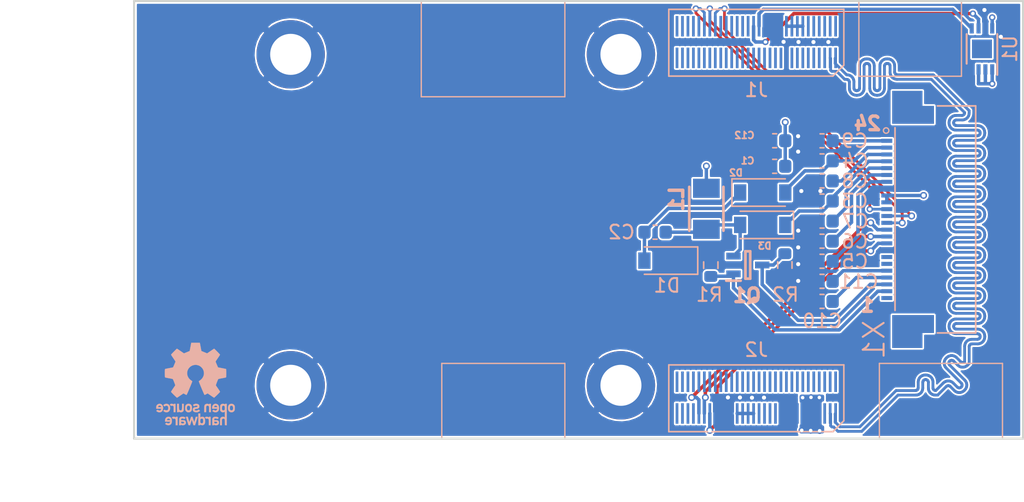
<source format=kicad_pcb>
(kicad_pcb (version 20171130) (host pcbnew 5.1.9-73d0e3b20d~88~ubuntu20.04.1)
  (title_block (title kimchi_ulid) (date 2019-12-15) (rev v0.1) (company GroupGets))
  (layers (0 F.Cu signal) (1 In1.Cu power) (2 In2.Cu power) (31 B.Cu signal) (34 B.Paste user) (35 F.Paste user) (36 B.SilkS user) (37 F.SilkS user) (38 B.Mask user) (39 F.Mask user) (44 Edge.Cuts user))
  (net 0 "")
  (net 1 GND)
  (net 2 VDD_5V)
  (net 3 VDD_1V8)
  (net 4 VDD_3V3)
  (net 5 I2C4_SCL)
  (net 6 I2C4_SDA)
  (net 7 "Net-(C2-Pad2)")
  (net 8 "Net-(C2-Pad1)")
  (net 9 PREVGH)
  (net 10 PREVGL)
  (net 11 "Net-(C5-Pad2)")
  (net 12 "Net-(C6-Pad1)")
  (net 13 "Net-(C7-Pad1)")
  (net 14 "Net-(C8-Pad1)")
  (net 15 "Net-(C9-Pad2)")
  (net 16 "Net-(C10-Pad1)")
  (net 17 "Net-(C11-Pad2)")
  (net 18 /DISP_CK_P)
  (net 19 /DISP_D2_N)
  (net 20 /DISP_D2_P)
  (net 21 /DISP_D3_N)
  (net 22 /DISP_D3_P)
  (net 23 ECSPI2_MISO)
  (net 24 /CAM_D0_N)
  (net 25 ECSPI2_MOSI)
  (net 26 /CAM_D0_P)
  (net 27 ECSPI2_SS0)
  (net 28 /CAM_D1_N)
  (net 29 ECSPI2_SCLK)
  (net 30 /CAM_D1_P)
  (net 31 ECSPI1_MISO)
  (net 32 /CAM_CK_N)
  (net 33 ECSPI1_MOSI)
  (net 34 /CAM_CK_P)
  (net 35 ECSPI1_SS0)
  (net 36 /CAM_D2_N)
  (net 37 ECSPI1_SCLK)
  (net 38 /CAM_D2_P)
  (net 39 I2C1_SCL)
  (net 40 /CAM_D3_N)
  (net 41 I2C1_SDA)
  (net 42 /CAM_D3_P)
  (net 43 I2C2_SCL)
  (net 44 I2C2_SDA)
  (net 45 UIM_VPP)
  (net 46 I2C3_SCL)
  (net 47 UIM_RESET_N)
  (net 48 I2C3_SDA)
  (net 49 UIM_CLK)
  (net 50 UIM_DATA)
  (net 51 UIM_PWR)
  (net 52 USB2_VBUS)
  (net 53 USB2_ID)
  (net 54 /DISP_D0_N)
  (net 55 /DISP_D0_P)
  (net 56 /DISP_D1_N)
  (net 57 /DISP_D1_P)
  (net 58 /USDHC3_DATA2)
  (net 59 /DISP_CK_N)
  (net 60 /USDHC3_DATA1)
  (net 61 /USDHC3_DATA0)
  (net 62 /USDHC3_DATA3)
  (net 63 /USDHC3_CLK)
  (net 64 /USDHC3_CMD)
  (net 65 SAI3_TXFS)
  (net 66 SAI3_MCLK)
  (net 67 GPIO1[0])
  (net 68 GPIO1[1])
  (net 69 GPIO1[9])
  (net 70 GPIO1[10])
  (net 71 GPIO1[11])
  (net 72 GPIO1[12])
  (net 73 UART1_TX)
  (net 74 GPIO1[13])
  (net 75 UART1_RX)
  (net 76 GPIO1[14])
  (net 77 UART3_TX)
  (net 78 GPIO1[15])
  (net 79 UART3_RX)
  (net 80 SAI2_RXFS)
  (net 81 SAI2_MCLK)
  (net 82 SAI2_TXC)
  (net 83 SAI2_TXD0)
  (net 84 SAI2_RXC)
  (net 85 SAI2_TXFS)
  (net 86 SAI2_RXD0)
  (net 87 /ENET_TXC)
  (net 88 /ENET_TX_CTL)
  (net 89 "Net-(J2-Pad58)")
  (net 90 /ENET_TD2)
  (net 91 PCIE_USB_D_P)
  (net 92 /ENET_TD3)
  (net 93 PCIE_USB_D_N)
  (net 94 /ENET_TD0)
  (net 95 SAI3_TXC)
  (net 96 /ENET_TD1)
  (net 97 SAI3_TXD)
  (net 98 /ENET_RX_CTL)
  (net 99 SAI3_RXD)
  (net 100 /ENET_RXC)
  (net 101 SAI3_RXFS)
  (net 102 /ENET_RD0)
  (net 103 SAI3_RXC)
  (net 104 /ENET_RD2)
  (net 105 /ENET_RD1)
  (net 106 /ENET_RD3)
  (net 107 /ENET_MDC)
  (net 108 /ENET_MDIO)
  (net 109 GDR)
  (net 110 RESE)
  (net 111 "Net-(X1-Pad7)")
  (net 112 "Net-(X1-Pad6)")
  (net 113 "Net-(X1-Pad1)")
  (module kimchi_ulid:MountingHole_3mm_Pad (layer F.Cu) (at 142.6 122.1)
    (fp_text reference H4 hide)
    (fp_text value MountingHole_Pad hide)
    (pad 1 thru_hole circle (at 0 0) (size 5 5) (drill 3) (layers *.Cu *.Mask) (net 1 GND))
  )
  (module kimchi_ulid:MountingHole_3mm_Pad (layer F.Cu) (at 142.6 97.9)
    (fp_text reference H2 hide)
    (fp_text value MountingHole_Pad hide)
    (pad 1 thru_hole circle (at 0 0) (size 5 5) (drill 3) (layers *.Cu *.Mask) (net 1 GND))
  )
  (module kimchi_ulid:MountingHole_3mm_Pad (layer F.Cu) (at 118.45 122.1)
    (fp_text reference H3 hide)
    (fp_text value MountingHole_Pad hide)
    (pad 1 thru_hole circle (at 0 0) (size 5 5) (drill 3) (layers *.Cu *.Mask) (net 1 GND))
  )
  (module kimchi_ulid:MountingHole_3mm_Pad (layer F.Cu) (at 118.45 97.9)
    (fp_text reference H1 hide)
    (fp_text value MountingHole_Pad hide)
    (pad 1 thru_hole circle (at 0 0) (size 5 5) (drill 3) (layers *.Cu *.Mask) (net 1 GND))
  )
  (module "kimchi_ulid:DF40HC(3.5)-60DS" (layer B.Cu) (at 152.5 123 180)
    (fp_text reference J2 (at 0 3.5 180) (layer B.SilkS) (effects (justify mirror)))
    (fp_text value "DF40HC(3.5)-60DS" hide)
    (pad 36 smd rect (at 3.8 -1.16 180) (size 0.2 1.5) (layers B.Cu B.Paste B.Mask) (net 65 SAI3_TXFS))
    (pad 37 smd rect (at 3.4 -1.16 180) (size 0.2 1.5) (layers B.Cu B.Paste B.Mask) (net 66 SAI3_MCLK))
    (pad 38 smd rect (at 3 -1.16 180) (size 0.2 1.5) (layers B.Cu B.Paste B.Mask) (net 1 GND))
    (pad 39 smd rect (at 2.6 -1.16 180) (size 0.2 1.5) (layers B.Cu B.Paste B.Mask) (net 1 GND))
    (pad 40 smd rect (at 2.2 -1.16 180) (size 0.2 1.5) (layers B.Cu B.Paste B.Mask) (net 1 GND))
    (pad 30 smd rect (at 5.8 1.16 180) (size 0.2 1.5) (layers B.Cu B.Paste B.Mask) (net 67 GPIO1[0]))
    (pad 41 smd rect (at 1.8 -1.16 180) (size 0.2 1.5) (layers B.Cu B.Paste B.Mask) (net 1 GND))
    (pad 29 smd rect (at 5.4 1.16 180) (size 0.2 1.5) (layers B.Cu B.Paste B.Mask) (net 68 GPIO1[1]))
    (pad 42 smd rect (at 1.4 -1.16 180) (size 0.2 1.5) (layers B.Cu B.Paste B.Mask) (net 3 VDD_1V8))
    (pad 28 smd rect (at 5 1.16 180) (size 0.2 1.5) (layers B.Cu B.Paste B.Mask) (net 69 GPIO1[9]))
    (pad 43 smd rect (at 1 -1.16 180) (size 0.2 1.5) (layers B.Cu B.Paste B.Mask) (net 3 VDD_1V8))
    (pad 27 smd rect (at 4.6 1.16 180) (size 0.2 1.5) (layers B.Cu B.Paste B.Mask) (net 70 GPIO1[10]))
    (pad 44 smd rect (at 0.6 -1.16 180) (size 0.2 1.5) (layers B.Cu B.Paste B.Mask) (net 3 VDD_1V8))
    (pad 26 smd rect (at 4.2 1.16 180) (size 0.2 1.5) (layers B.Cu B.Paste B.Mask) (net 71 GPIO1[11]))
    (pad 45 smd rect (at 0.2 -1.16 180) (size 0.2 1.5) (layers B.Cu B.Paste B.Mask) (net 3 VDD_1V8))
    (pad 25 smd rect (at 3.8 1.16 180) (size 0.2 1.5) (layers B.Cu B.Paste B.Mask) (net 72 GPIO1[12]))
    (pad 46 smd rect (at -0.2 -1.16 180) (size 0.2 1.5) (layers B.Cu B.Paste B.Mask) (net 73 UART1_TX))
    (pad 24 smd rect (at 3.4 1.16 180) (size 0.2 1.5) (layers B.Cu B.Paste B.Mask) (net 74 GPIO1[13]))
    (pad 47 smd rect (at -0.6 -1.16 180) (size 0.2 1.5) (layers B.Cu B.Paste B.Mask) (net 75 UART1_RX))
    (pad 23 smd rect (at 3 1.16 180) (size 0.2 1.5) (layers B.Cu B.Paste B.Mask) (net 76 GPIO1[14]))
    (pad 48 smd rect (at -1 -1.16 180) (size 0.2 1.5) (layers B.Cu B.Paste B.Mask) (net 77 UART3_TX))
    (pad 22 smd rect (at 2.6 1.16 180) (size 0.2 1.5) (layers B.Cu B.Paste B.Mask) (net 78 GPIO1[15]))
    (pad 49 smd rect (at -1.4 -1.16 180) (size 0.2 1.5) (layers B.Cu B.Paste B.Mask) (net 79 UART3_RX))
    (pad 21 smd rect (at 2.2 1.16 180) (size 0.2 1.5) (layers B.Cu B.Paste B.Mask) (net 80 SAI2_RXFS))
    (pad 50 smd rect (at -1.8 -1.16 180) (size 0.2 1.5) (layers B.Cu B.Paste B.Mask) (net 1 GND))
    (pad 20 smd rect (at 1.8 1.16 180) (size 0.2 1.5) (layers B.Cu B.Paste B.Mask) (net 81 SAI2_MCLK))
    (pad 51 smd rect (at -2.2 -1.16 180) (size 0.2 1.5) (layers B.Cu B.Paste B.Mask) (net 1 GND))
    (pad 19 smd rect (at 1.4 1.16 180) (size 0.2 1.5) (layers B.Cu B.Paste B.Mask) (net 82 SAI2_TXC))
    (pad 52 smd rect (at -2.6 -1.16 180) (size 0.2 1.5) (layers B.Cu B.Paste B.Mask) (net 1 GND))
    (pad 18 smd rect (at 1 1.16 180) (size 0.2 1.5) (layers B.Cu B.Paste B.Mask) (net 83 SAI2_TXD0))
    (pad 53 smd rect (at -3 -1.16 180) (size 0.2 1.5) (layers B.Cu B.Paste B.Mask) (net 1 GND))
    (pad 17 smd rect (at 0.6 1.16 180) (size 0.2 1.5) (layers B.Cu B.Paste B.Mask) (net 84 SAI2_RXC))
    (pad 54 smd rect (at -3.4 -1.16 180) (size 0.2 1.5) (layers B.Cu B.Paste B.Mask) (net 4 VDD_3V3))
    (pad 16 smd rect (at 0.2 1.16 180) (size 0.2 1.5) (layers B.Cu B.Paste B.Mask) (net 85 SAI2_TXFS))
    (pad 55 smd rect (at -3.8 -1.16 180) (size 0.2 1.5) (layers B.Cu B.Paste B.Mask) (net 4 VDD_3V3))
    (pad 15 smd rect (at -0.2 1.16 180) (size 0.2 1.5) (layers B.Cu B.Paste B.Mask) (net 86 SAI2_RXD0))
    (pad 56 smd rect (at -4.2 -1.16 180) (size 0.2 1.5) (layers B.Cu B.Paste B.Mask) (net 4 VDD_3V3))
    (pad 14 smd rect (at -0.6 1.16 180) (size 0.2 1.5) (layers B.Cu B.Paste B.Mask) (net 87 /ENET_TXC))
    (pad 57 smd rect (at -4.6 -1.16 180) (size 0.2 1.5) (layers B.Cu B.Paste B.Mask) (net 4 VDD_3V3))
    (pad 13 smd rect (at -1 1.16 180) (size 0.2 1.5) (layers B.Cu B.Paste B.Mask) (net 88 /ENET_TX_CTL))
    (pad 58 smd rect (at -5 -1.16 180) (size 0.2 1.5) (layers B.Cu B.Paste B.Mask) (net 89 "Net-(J2-Pad58)"))
    (pad 12 smd rect (at -1.4 1.16 180) (size 0.2 1.5) (layers B.Cu B.Paste B.Mask) (net 90 /ENET_TD2))
    (pad 59 smd rect (at -5.4 -1.16 180) (size 0.2 1.5) (layers B.Cu B.Paste B.Mask) (net 91 PCIE_USB_D_P))
    (pad 11 smd rect (at -1.8 1.16 180) (size 0.2 1.5) (layers B.Cu B.Paste B.Mask) (net 92 /ENET_TD3))
    (pad 60 smd rect (at -5.8 -1.16 180) (size 0.2 1.5) (layers B.Cu B.Paste B.Mask) (net 93 PCIE_USB_D_N))
    (pad 10 smd rect (at -2.2 1.16 180) (size 0.2 1.5) (layers B.Cu B.Paste B.Mask) (net 94 /ENET_TD0))
    (pad 31 smd rect (at 5.8 -1.16 180) (size 0.2 1.5) (layers B.Cu B.Paste B.Mask) (net 95 SAI3_TXC))
    (pad 9 smd rect (at -2.6 1.16 180) (size 0.2 1.5) (layers B.Cu B.Paste B.Mask) (net 96 /ENET_TD1))
    (pad 32 smd rect (at 5.4 -1.16 180) (size 0.2 1.5) (layers B.Cu B.Paste B.Mask) (net 97 SAI3_TXD))
    (pad 8 smd rect (at -3 1.16 180) (size 0.2 1.5) (layers B.Cu B.Paste B.Mask) (net 98 /ENET_RX_CTL))
    (pad 33 smd rect (at 5 -1.16 180) (size 0.2 1.5) (layers B.Cu B.Paste B.Mask) (net 99 SAI3_RXD))
    (pad 7 smd rect (at -3.4 1.16 180) (size 0.2 1.5) (layers B.Cu B.Paste B.Mask) (net 100 /ENET_RXC))
    (pad 34 smd rect (at 4.6 -1.16 180) (size 0.2 1.5) (layers B.Cu B.Paste B.Mask) (net 101 SAI3_RXFS))
    (pad 6 smd rect (at -3.8 1.16 180) (size 0.2 1.5) (layers B.Cu B.Paste B.Mask) (net 102 /ENET_RD0))
    (pad 35 smd rect (at 4.2 -1.16 180) (size 0.2 1.5) (layers B.Cu B.Paste B.Mask) (net 103 SAI3_RXC))
    (pad 5 smd rect (at -4.2 1.16 180) (size 0.2 1.5) (layers B.Cu B.Paste B.Mask) (net 104 /ENET_RD2))
    (pad 4 smd rect (at -4.6 1.16 180) (size 0.2 1.5) (layers B.Cu B.Paste B.Mask) (net 105 /ENET_RD1))
    (pad 3 smd rect (at -5 1.16 180) (size 0.2 1.5) (layers B.Cu B.Paste B.Mask) (net 106 /ENET_RD3))
    (pad 2 smd rect (at -5.4 1.16 180) (size 0.2 1.5) (layers B.Cu B.Paste B.Mask) (net 107 /ENET_MDC))
    (pad 1 smd rect (at -5.8 1.16 180) (size 0.2 1.5) (layers B.Cu B.Paste B.Mask) (net 108 /ENET_MDIO))
  )
  (module "kimchi_ulid:DF40HC(3.5)-60DS" (layer B.Cu) (at 152.5 97 180)
    (fp_text reference J1 (at 0 -3.5) (layer B.SilkS) (effects (justify mirror)))
    (fp_text value "DF40HC(3.5)-60DS" hide)
    (pad 36 smd rect (at 3.8 -1.16 180) (size 0.2 1.5) (layers B.Cu B.Paste B.Mask) (net 18 /DISP_CK_P))
    (pad 37 smd rect (at 3.4 -1.16 180) (size 0.2 1.5) (layers B.Cu B.Paste B.Mask) (net 19 /DISP_D2_N))
    (pad 38 smd rect (at 3 -1.16 180) (size 0.2 1.5) (layers B.Cu B.Paste B.Mask) (net 20 /DISP_D2_P))
    (pad 39 smd rect (at 2.6 -1.16 180) (size 0.2 1.5) (layers B.Cu B.Paste B.Mask) (net 21 /DISP_D3_N))
    (pad 40 smd rect (at 2.2 -1.16 180) (size 0.2 1.5) (layers B.Cu B.Paste B.Mask) (net 22 /DISP_D3_P))
    (pad 30 smd rect (at 5.8 1.16 180) (size 0.2 1.5) (layers B.Cu B.Paste B.Mask) (net 23 ECSPI2_MISO))
    (pad 41 smd rect (at 1.8 -1.16 180) (size 0.2 1.5) (layers B.Cu B.Paste B.Mask) (net 24 /CAM_D0_N))
    (pad 29 smd rect (at 5.4 1.16 180) (size 0.2 1.5) (layers B.Cu B.Paste B.Mask) (net 25 ECSPI2_MOSI))
    (pad 42 smd rect (at 1.4 -1.16 180) (size 0.2 1.5) (layers B.Cu B.Paste B.Mask) (net 26 /CAM_D0_P))
    (pad 28 smd rect (at 5 1.16 180) (size 0.2 1.5) (layers B.Cu B.Paste B.Mask) (net 27 ECSPI2_SS0))
    (pad 43 smd rect (at 1 -1.16 180) (size 0.2 1.5) (layers B.Cu B.Paste B.Mask) (net 28 /CAM_D1_N))
    (pad 27 smd rect (at 4.6 1.16 180) (size 0.2 1.5) (layers B.Cu B.Paste B.Mask) (net 29 ECSPI2_SCLK))
    (pad 44 smd rect (at 0.6 -1.16 180) (size 0.2 1.5) (layers B.Cu B.Paste B.Mask) (net 30 /CAM_D1_P))
    (pad 26 smd rect (at 4.2 1.16 180) (size 0.2 1.5) (layers B.Cu B.Paste B.Mask) (net 31 ECSPI1_MISO))
    (pad 45 smd rect (at 0.2 -1.16 180) (size 0.2 1.5) (layers B.Cu B.Paste B.Mask) (net 32 /CAM_CK_N))
    (pad 25 smd rect (at 3.8 1.16 180) (size 0.2 1.5) (layers B.Cu B.Paste B.Mask) (net 33 ECSPI1_MOSI))
    (pad 46 smd rect (at -0.2 -1.16 180) (size 0.2 1.5) (layers B.Cu B.Paste B.Mask) (net 34 /CAM_CK_P))
    (pad 24 smd rect (at 3.4 1.16 180) (size 0.2 1.5) (layers B.Cu B.Paste B.Mask) (net 35 ECSPI1_SS0))
    (pad 47 smd rect (at -0.6 -1.16 180) (size 0.2 1.5) (layers B.Cu B.Paste B.Mask) (net 36 /CAM_D2_N))
    (pad 23 smd rect (at 3 1.16 180) (size 0.2 1.5) (layers B.Cu B.Paste B.Mask) (net 37 ECSPI1_SCLK))
    (pad 48 smd rect (at -1 -1.16 180) (size 0.2 1.5) (layers B.Cu B.Paste B.Mask) (net 38 /CAM_D2_P))
    (pad 22 smd rect (at 2.6 1.16 180) (size 0.2 1.5) (layers B.Cu B.Paste B.Mask) (net 39 I2C1_SCL))
    (pad 49 smd rect (at -1.4 -1.16 180) (size 0.2 1.5) (layers B.Cu B.Paste B.Mask) (net 40 /CAM_D3_N))
    (pad 21 smd rect (at 2.2 1.16 180) (size 0.2 1.5) (layers B.Cu B.Paste B.Mask) (net 41 I2C1_SDA))
    (pad 50 smd rect (at -1.8 -1.16 180) (size 0.2 1.5) (layers B.Cu B.Paste B.Mask) (net 42 /CAM_D3_P))
    (pad 20 smd rect (at 1.8 1.16 180) (size 0.2 1.5) (layers B.Cu B.Paste B.Mask) (net 43 I2C2_SCL))
    (pad 51 smd rect (at -2.2 -1.16 180) (size 0.2 1.5) (layers B.Cu B.Paste B.Mask) (net 1 GND))
    (pad 19 smd rect (at 1.4 1.16 180) (size 0.2 1.5) (layers B.Cu B.Paste B.Mask) (net 44 I2C2_SDA))
    (pad 52 smd rect (at -2.6 -1.16 180) (size 0.2 1.5) (layers B.Cu B.Paste B.Mask) (net 45 UIM_VPP))
    (pad 18 smd rect (at 1 1.16 180) (size 0.2 1.5) (layers B.Cu B.Paste B.Mask) (net 46 I2C3_SCL))
    (pad 53 smd rect (at -3 -1.16 180) (size 0.2 1.5) (layers B.Cu B.Paste B.Mask) (net 47 UIM_RESET_N))
    (pad 17 smd rect (at 0.6 1.16 180) (size 0.2 1.5) (layers B.Cu B.Paste B.Mask) (net 48 I2C3_SDA))
    (pad 54 smd rect (at -3.4 -1.16 180) (size 0.2 1.5) (layers B.Cu B.Paste B.Mask) (net 49 UIM_CLK))
    (pad 16 smd rect (at 0.2 1.16 180) (size 0.2 1.5) (layers B.Cu B.Paste B.Mask) (net 5 I2C4_SCL))
    (pad 55 smd rect (at -3.8 -1.16 180) (size 0.2 1.5) (layers B.Cu B.Paste B.Mask) (net 50 UIM_DATA))
    (pad 15 smd rect (at -0.2 1.16 180) (size 0.2 1.5) (layers B.Cu B.Paste B.Mask) (net 6 I2C4_SDA))
    (pad 56 smd rect (at -4.2 -1.16 180) (size 0.2 1.5) (layers B.Cu B.Paste B.Mask) (net 51 UIM_PWR))
    (pad 14 smd rect (at -0.6 1.16 180) (size 0.2 1.5) (layers B.Cu B.Paste B.Mask) (net 1 GND))
    (pad 57 smd rect (at -4.6 -1.16 180) (size 0.2 1.5) (layers B.Cu B.Paste B.Mask) (net 52 USB2_VBUS))
    (pad 13 smd rect (at -1 1.16 180) (size 0.2 1.5) (layers B.Cu B.Paste B.Mask) (net 1 GND))
    (pad 58 smd rect (at -5 -1.16 180) (size 0.2 1.5) (layers B.Cu B.Paste B.Mask) (net 53 USB2_ID))
    (pad 12 smd rect (at -1.4 1.16 180) (size 0.2 1.5) (layers B.Cu B.Paste B.Mask) (net 1 GND))
    (pad 59 smd rect (at -5.4 -1.16 180) (size 0.2 1.5) (layers B.Cu B.Paste B.Mask) (net 93 PCIE_USB_D_N))
    (pad 11 smd rect (at -1.8 1.16 180) (size 0.2 1.5) (layers B.Cu B.Paste B.Mask) (net 1 GND))
    (pad 60 smd rect (at -5.8 -1.16 180) (size 0.2 1.5) (layers B.Cu B.Paste B.Mask) (net 91 PCIE_USB_D_P))
    (pad 10 smd rect (at -2.2 1.16 180) (size 0.2 1.5) (layers B.Cu B.Paste B.Mask) (net 2 VDD_5V))
    (pad 31 smd rect (at 5.8 -1.16 180) (size 0.2 1.5) (layers B.Cu B.Paste B.Mask) (net 54 /DISP_D0_N))
    (pad 9 smd rect (at -2.6 1.16 180) (size 0.2 1.5) (layers B.Cu B.Paste B.Mask) (net 2 VDD_5V))
    (pad 32 smd rect (at 5.4 -1.16 180) (size 0.2 1.5) (layers B.Cu B.Paste B.Mask) (net 55 /DISP_D0_P))
    (pad 8 smd rect (at -3 1.16 180) (size 0.2 1.5) (layers B.Cu B.Paste B.Mask) (net 2 VDD_5V))
    (pad 33 smd rect (at 5 -1.16 180) (size 0.2 1.5) (layers B.Cu B.Paste B.Mask) (net 56 /DISP_D1_N))
    (pad 7 smd rect (at -3.4 1.16 180) (size 0.2 1.5) (layers B.Cu B.Paste B.Mask) (net 2 VDD_5V))
    (pad 34 smd rect (at 4.6 -1.16 180) (size 0.2 1.5) (layers B.Cu B.Paste B.Mask) (net 57 /DISP_D1_P))
    (pad 6 smd rect (at -3.8 1.16 180) (size 0.2 1.5) (layers B.Cu B.Paste B.Mask) (net 58 /USDHC3_DATA2))
    (pad 35 smd rect (at 4.2 -1.16 180) (size 0.2 1.5) (layers B.Cu B.Paste B.Mask) (net 59 /DISP_CK_N))
    (pad 5 smd rect (at -4.2 1.16 180) (size 0.2 1.5) (layers B.Cu B.Paste B.Mask) (net 60 /USDHC3_DATA1))
    (pad 4 smd rect (at -4.6 1.16 180) (size 0.2 1.5) (layers B.Cu B.Paste B.Mask) (net 61 /USDHC3_DATA0))
    (pad 3 smd rect (at -5 1.16 180) (size 0.2 1.5) (layers B.Cu B.Paste B.Mask) (net 62 /USDHC3_DATA3))
    (pad 2 smd rect (at -5.4 1.16 180) (size 0.2 1.5) (layers B.Cu B.Paste B.Mask) (net 63 /USDHC3_CLK))
    (pad 1 smd rect (at -5.8 1.16 180) (size 0.2 1.5) (layers B.Cu B.Paste B.Mask) (net 64 /USDHC3_CMD))
  )
  (module Package_DFN_QFN:DFN-8-1EP_3x2mm_P0.5mm_EP1.36x1.46mm (layer B.Cu) (at 169 97.5 90)
    (fp_text reference U1 (at 0 2.05 270) (layer B.SilkS) (effects (justify mirror)))
    (fp_text value 24C32 hide)
    (pad 9 smd rect (at 0 0 90) (size 1.36 1.46) (layers B.Cu B.Mask))
    (pad 8 smd rect (at 1.5 0.75 90) (size 0.75 0.3) (layers B.Cu B.Paste B.Mask) (net 4 VDD_3V3))
    (pad 7 smd rect (at 1.5 0.25 90) (size 0.75 0.3) (layers B.Cu B.Paste B.Mask) (net 1 GND))
    (pad 6 smd rect (at 1.5 -0.25 90) (size 0.75 0.3) (layers B.Cu B.Paste B.Mask) (net 5 I2C4_SCL))
    (pad 5 smd rect (at 1.5 -0.75 90) (size 0.75 0.3) (layers B.Cu B.Paste B.Mask) (net 6 I2C4_SDA))
    (pad 4 smd rect (at -1.5 -0.75 90) (size 0.75 0.3) (layers B.Cu B.Paste B.Mask) (net 1 GND))
    (pad 3 smd rect (at -1.5 -0.25 90) (size 0.75 0.3) (layers B.Cu B.Paste B.Mask) (net 4 VDD_3V3))
    (pad 2 smd rect (at -1.5 0.25 90) (size 0.75 0.3) (layers B.Cu B.Paste B.Mask) (net 4 VDD_3V3))
    (pad 1 smd rect (at -1.5 0.75 90) (size 0.75 0.3) (layers B.Cu B.Paste B.Mask) (net 4 VDD_3V3))
  )
  (module Symbol:OSHW-Logo_5.7x6mm_SilkScreen (layer B.Cu) (at 111.5 122 180)
    (fp_text reference LOGO1 hide)
    (fp_text value Logo_Open_Hardware_Small hide)
  )
  (module Capacitor_SMD:C_0603_1608Metric (layer B.Cu) (at 153.84014 106.0864 180)
    (fp_text reference C1 (at 1.98014 0.4064) (layer B.SilkS) (effects (font (size 0.5 0.5) (thickness 0.125)) (justify mirror)))
    (fp_text value 2.2uF hide)
    (pad 1 smd roundrect (at -0.775 0 180) (size 0.9 0.95) (layers B.Cu B.Paste B.Mask) (net 4 VDD_3V3))
    (pad 2 smd roundrect (at 0.775 0 180) (size 0.9 0.95) (layers B.Cu B.Paste B.Mask) (net 1 GND))
  )
  (module Capacitor_SMD:C_0603_1608Metric (layer B.Cu) (at 145.09614 110.90478)
    (fp_text reference C2 (at -2.45614 -0.00478) (layer B.SilkS) (effects (justify mirror)))
    (fp_text value 1uF hide)
    (pad 2 smd roundrect (at 0.775 0) (size 0.9 0.95) (layers B.Cu B.Paste B.Mask) (net 7 "Net-(C2-Pad2)"))
    (pad 1 smd roundrect (at -0.775 0) (size 0.9 0.95) (layers B.Cu B.Paste B.Mask) (net 8 "Net-(C2-Pad1)"))
  )
  (module Capacitor_SMD:C_0603_1608Metric (layer B.Cu) (at 157.3044 108.625446 180)
    (fp_text reference C3 (at -2.3956 -0.004554) (layer B.SilkS) (effects (justify mirror)))
    (fp_text value 1uF hide)
    (pad 2 smd roundrect (at 0.775 0 180) (size 0.9 0.95) (layers B.Cu B.Paste B.Mask) (net 1 GND))
    (pad 1 smd roundrect (at -0.775 0 180) (size 0.9 0.95) (layers B.Cu B.Paste B.Mask) (net 9 PREVGH))
  )
  (module Capacitor_SMD:C_0603_1608Metric (layer B.Cu) (at 157.3044 105.689842)
    (fp_text reference C4 (at 2.4356 0.000158) (layer B.SilkS) (effects (justify mirror)))
    (fp_text value 1uF hide)
    (pad 1 smd roundrect (at -0.775 0) (size 0.9 0.95) (layers B.Cu B.Paste B.Mask) (net 1 GND))
    (pad 2 smd roundrect (at 0.775 0) (size 0.9 0.95) (layers B.Cu B.Paste B.Mask) (net 10 PREVGL))
  )
  (module Capacitor_SMD:C_0603_1608Metric (layer B.Cu) (at 157.3044 113.028852)
    (fp_text reference C5 (at 2.4056 0.011148) (layer B.SilkS) (effects (justify mirror)))
    (fp_text value 1uF hide)
    (pad 2 smd roundrect (at 0.775 0) (size 0.9 0.95) (layers B.Cu B.Paste B.Mask) (net 11 "Net-(C5-Pad2)"))
    (pad 1 smd roundrect (at -0.775 0) (size 0.9 0.95) (layers B.Cu B.Paste B.Mask) (net 1 GND))
  )
  (module Capacitor_SMD:C_0603_1608Metric (layer B.Cu) (at 157.3044 111.56105 180)
    (fp_text reference C6 (at -2.4056 -0.01895) (layer B.SilkS) (effects (justify mirror)))
    (fp_text value 1uF hide)
    (pad 1 smd roundrect (at -0.775 0 180) (size 0.9 0.95) (layers B.Cu B.Paste B.Mask) (net 12 "Net-(C6-Pad1)"))
    (pad 2 smd roundrect (at 0.775 0 180) (size 0.9 0.95) (layers B.Cu B.Paste B.Mask) (net 1 GND))
  )
  (module Capacitor_SMD:C_0603_1608Metric (layer B.Cu) (at 157.3044 110.093248 180)
    (fp_text reference C7 (at -2.4356 -0.016752) (layer B.SilkS) (effects (justify mirror)))
    (fp_text value 1uF hide)
    (pad 2 smd roundrect (at 0.775 0 180) (size 0.9 0.95) (layers B.Cu B.Paste B.Mask) (net 1 GND))
    (pad 1 smd roundrect (at -0.775 0 180) (size 0.9 0.95) (layers B.Cu B.Paste B.Mask) (net 13 "Net-(C7-Pad1)"))
  )
  (module Capacitor_SMD:C_0603_1608Metric (layer B.Cu) (at 157.3044 107.157644 180)
    (fp_text reference C8 (at -2.3956 -0.002356) (layer B.SilkS) (effects (justify mirror)))
    (fp_text value 1uF hide)
    (pad 2 smd roundrect (at 0.775 0 180) (size 0.9 0.95) (layers B.Cu B.Paste B.Mask) (net 1 GND))
    (pad 1 smd roundrect (at -0.775 0 180) (size 0.9 0.95) (layers B.Cu B.Paste B.Mask) (net 14 "Net-(C8-Pad1)"))
  )
  (module Capacitor_SMD:C_0603_1608Metric (layer B.Cu) (at 157.3044 104.22204)
    (fp_text reference C9 (at 2.3856 -0.00204) (layer B.SilkS) (effects (justify mirror)))
    (fp_text value 1uF hide)
    (pad 1 smd roundrect (at -0.775 0) (size 0.9 0.95) (layers B.Cu B.Paste B.Mask) (net 1 GND))
    (pad 2 smd roundrect (at 0.775 0) (size 0.9 0.95) (layers B.Cu B.Paste B.Mask) (net 15 "Net-(C9-Pad2)"))
  )
  (module Capacitor_SMD:C_0603_1608Metric (layer B.Cu) (at 157.3044 115.964456 180)
    (fp_text reference C10 (at -0.0156 -1.425544) (layer B.SilkS) (effects (justify mirror)))
    (fp_text value 1uF hide)
    (pad 1 smd roundrect (at -0.775 0 180) (size 0.9 0.95) (layers B.Cu B.Paste B.Mask) (net 16 "Net-(C10-Pad1)"))
    (pad 2 smd roundrect (at 0.775 0 180) (size 0.9 0.95) (layers B.Cu B.Paste B.Mask) (net 1 GND))
  )
  (module Capacitor_SMD:C_0603_1608Metric (layer B.Cu) (at 157.3044 114.496654)
    (fp_text reference C11 (at 2.6756 0.023346) (layer B.SilkS) (effects (justify mirror)))
    (fp_text value 1uF hide)
    (pad 2 smd roundrect (at 0.775 0) (size 0.9 0.95) (layers B.Cu B.Paste B.Mask) (net 17 "Net-(C11-Pad2)"))
    (pad 1 smd roundrect (at -0.775 0) (size 0.9 0.95) (layers B.Cu B.Paste B.Mask) (net 1 GND))
  )
  (module Capacitor_SMD:C_0603_1608Metric (layer B.Cu) (at 153.84014 104.215959)
    (fp_text reference C12 (at -2.21014 -0.395959) (layer B.SilkS) (effects (font (size 0.5 0.5) (thickness 0.125)) (justify mirror)))
    (fp_text value 0.1uF hide)
    (pad 1 smd roundrect (at -0.775 0) (size 0.9 0.95) (layers B.Cu B.Paste B.Mask) (net 1 GND))
    (pad 2 smd roundrect (at 0.775 0) (size 0.9 0.95) (layers B.Cu B.Paste B.Mask) (net 4 VDD_3V3))
  )
  (module Diode_SMD:D_SOD-123 (layer B.Cu) (at 145.96614 112.9825 180)
    (fp_text reference D1 (at 0 -1.8175) (layer B.SilkS) (effects (justify mirror)))
    (fp_text value MBR0530T3G hide)
    (pad 1 smd rect (at -1.65 0 180) (size 0.9 1.2) (layers B.Cu B.Paste B.Mask) (net 1 GND))
    (pad 2 smd rect (at 1.65 0 180) (size 0.9 1.2) (layers B.Cu B.Paste B.Mask) (net 8 "Net-(C2-Pad1)"))
  )
  (module Diode_SMD:D_SOD-123 (layer B.Cu) (at 152.96738 108.0041)
    (fp_text reference D2 (at -1.95738 -1.4441) (layer B.SilkS) (effects (font (size 0.5 0.5) (thickness 0.125)) (justify mirror)))
    (fp_text value MBR0530T3G hide)
    (pad 1 smd rect (at -1.65 0) (size 0.9 1.2) (layers B.Cu B.Paste B.Mask) (net 8 "Net-(C2-Pad1)"))
    (pad 2 smd rect (at 1.65 0) (size 0.9 1.2) (layers B.Cu B.Paste B.Mask) (net 10 PREVGL))
  )
  (module Diode_SMD:D_SOD-123 (layer B.Cu) (at 152.96738 110.37138 180)
    (fp_text reference D3 (at -0.14262 -1.53862) (layer B.SilkS) (effects (font (size 0.5 0.5) (thickness 0.125)) (justify mirror)))
    (fp_text value MBR0530T3G hide)
    (pad 2 smd rect (at 1.65 0 180) (size 0.9 1.2) (layers B.Cu B.Paste B.Mask) (net 7 "Net-(C2-Pad2)"))
    (pad 1 smd rect (at -1.65 0 180) (size 0.9 1.2) (layers B.Cu B.Paste B.Mask) (net 9 PREVGH))
  )
  (module NLV32T-680J-EF:INDM3225X240N (layer B.Cu) (at 148.8465 109.19282 270)
    (fp_text reference L1 (at -0.71282 2.1765 90) (layer B.SilkS) (effects (font (thickness 0.25)) (justify mirror)))
    (fp_text value 68uH hide)
    (pad 1 smd rect (at -1.5 0 270) (size 1.4 1.95) (layers B.Cu B.Paste B.Mask) (net 4 VDD_3V3))
    (pad 2 smd rect (at 1.5 0 270) (size 1.4 1.95) (layers B.Cu B.Paste B.Mask) (net 7 "Net-(C2-Pad2)"))
  )
  (module SI1308EDL-T1-BE3:SOT65P210X110-3N (layer B.Cu) (at 151.8795 113.301939)
    (fp_text reference Q1 (at -0.0595 2.228061) (layer B.SilkS) (effects (font (thickness 0.25)) (justify mirror)))
    (fp_text value SI1308EDL-T1-BE3 hide)
    (pad 1 smd rect (at -1.05 0.65 270) (size 0.5 1.05) (layers B.Cu B.Paste B.Mask) (net 109 GDR))
    (pad 2 smd rect (at -1.05 -0.65 270) (size 0.5 1.05) (layers B.Cu B.Paste B.Mask) (net 7 "Net-(C2-Pad2)"))
    (pad 3 smd rect (at 1.05 0 270) (size 0.5 1.05) (layers B.Cu B.Paste B.Mask) (net 110 RESE))
  )
  (module Resistor_SMD:R_0603_1608Metric (layer B.Cu) (at 149.17162 113.3125 90)
    (fp_text reference R1 (at -2.1575 -0.10162 180) (layer B.SilkS) (effects (justify mirror)))
    (fp_text value 10k hide)
    (pad 1 smd roundrect (at -0.825 0 90) (size 0.8 0.95) (layers B.Cu B.Paste B.Mask) (net 109 GDR))
    (pad 2 smd roundrect (at 0.825 0 90) (size 0.8 0.95) (layers B.Cu B.Paste B.Mask) (net 1 GND))
  )
  (module Resistor_SMD:R_0603_1608Metric (layer B.Cu) (at 154.58738 113.301939 270)
    (fp_text reference R2 (at 2.168061 -0.04262 180) (layer B.SilkS) (effects (justify mirror)))
    (fp_text value 2.2k hide)
    (pad 2 smd roundrect (at 0.825 0 270) (size 0.8 0.95) (layers B.Cu B.Paste B.Mask) (net 1 GND))
    (pad 1 smd roundrect (at -0.825 0 270) (size 0.8 0.95) (layers B.Cu B.Paste B.Mask) (net 110 RESE))
  )
  (module epaper-fpc-connector:MOLEX_52435-2471 (layer B.Cu) (at 162.0418 109.97006 270)
    (fp_text reference X1 (at 8.79994 0.9318 270) (layer B.SilkS) (effects (font (size 1.52276 1.52276)) (justify mirror)))
    (fp_text value 52435-2471 hide)
    (fp_poly (pts (xy -9.4 -0.4) (xy -9.4 -2.6) (xy -8.3 -2.6) (xy -8.3 -3.45) (xy -7 -3.45) (xy -7 -0.4)) (layer B.Cu) (width 0))
    (fp_poly (pts (xy 9.4 -0.4) (xy 9.4 -2.6) (xy 8.3 -2.6) (xy 8.3 -3.45) (xy 7 -3.45) (xy 7 -0.4)) (layer B.Cu) (width 0))
    (fp_poly (pts (xy -9.4 -0.4) (xy -9.4 -2.6) (xy -8.3 -2.6) (xy -8.3 -3.45) (xy -7 -3.45) (xy -7 -0.4)) (layer B.Cu) (width 0))
    (fp_poly (pts (xy 9.4 -0.4) (xy 9.4 -2.6) (xy 8.3 -2.6) (xy 8.3 -3.45) (xy 7 -3.45) (xy 7 -0.4)) (layer B.Cu) (width 0))
    (pad 24 smd rect (at -5.75 0 270) (size 0.3 0.8) (layers B.Cu B.Paste B.Mask) (net 15 "Net-(C9-Pad2)"))
    (pad 23 smd rect (at -5.25 0 270) (size 0.3 0.8) (layers B.Cu B.Paste B.Mask) (net 10 PREVGL))
    (pad 22 smd rect (at -4.75 0 270) (size 0.3 0.8) (layers B.Cu B.Paste B.Mask) (net 14 "Net-(C8-Pad1)"))
    (pad 21 smd rect (at -4.25 0 270) (size 0.3 0.8) (layers B.Cu B.Paste B.Mask) (net 9 PREVGH))
    (pad 20 smd rect (at -3.75 0 270) (size 0.3 0.8) (layers B.Cu B.Paste B.Mask) (net 13 "Net-(C7-Pad1)"))
    (pad 19 smd rect (at -3.25 0 270) (size 0.3 0.8) (layers B.Cu B.Paste B.Mask) (net 12 "Net-(C6-Pad1)"))
    (pad 18 smd rect (at -2.75 0 270) (size 0.3 0.8) (layers B.Cu B.Paste B.Mask) (net 11 "Net-(C5-Pad2)"))
    (pad 17 smd rect (at -2.25 0 270) (size 0.3 0.8) (layers B.Cu B.Paste B.Mask) (net 1 GND))
    (pad 16 smd rect (at -1.75 0 270) (size 0.3 0.8) (layers B.Cu B.Paste B.Mask) (net 4 VDD_3V3))
    (pad 15 smd rect (at -1.25 0 270) (size 0.3 0.8) (layers B.Cu B.Paste B.Mask) (net 4 VDD_3V3))
    (pad 14 smd rect (at -0.75 0 270) (size 0.3 0.8) (layers B.Cu B.Paste B.Mask) (net 33 ECSPI1_MOSI))
    (pad 13 smd rect (at -0.25 0 270) (size 0.3 0.8) (layers B.Cu B.Paste B.Mask) (net 37 ECSPI1_SCLK))
    (pad 12 smd rect (at 0.25 0 270) (size 0.3 0.8) (layers B.Cu B.Paste B.Mask) (net 35 ECSPI1_SS0))
    (pad 11 smd rect (at 0.75 0 270) (size 0.3 0.8) (layers B.Cu B.Paste B.Mask) (net 103 SAI3_RXC))
    (pad 10 smd rect (at 1.25 0 270) (size 0.3 0.8) (layers B.Cu B.Paste B.Mask) (net 65 SAI3_TXFS))
    (pad 9 smd rect (at 1.75 0 270) (size 0.3 0.8) (layers B.Cu B.Paste B.Mask) (net 66 SAI3_MCLK))
    (pad 8 smd rect (at 2.25 0 270) (size 0.3 0.8) (layers B.Cu B.Paste B.Mask) (net 1 GND))
    (pad 7 smd rect (at 2.75 0 270) (size 0.3 0.8) (layers B.Cu B.Paste B.Mask) (net 111 "Net-(X1-Pad7)"))
    (pad 6 smd rect (at 3.25 0 270) (size 0.3 0.8) (layers B.Cu B.Paste B.Mask) (net 112 "Net-(X1-Pad6)"))
    (pad 5 smd rect (at 3.75 0 270) (size 0.3 0.8) (layers B.Cu B.Paste B.Mask) (net 17 "Net-(C11-Pad2)"))
    (pad 4 smd rect (at 4.25 0 270) (size 0.3 0.8) (layers B.Cu B.Paste B.Mask) (net 16 "Net-(C10-Pad1)"))
    (pad 3 smd rect (at 4.75 0 270) (size 0.3 0.8) (layers B.Cu B.Paste B.Mask) (net 110 RESE))
    (pad 2 smd rect (at 5.25 0 270) (size 0.3 0.8) (layers B.Cu B.Paste B.Mask) (net 109 GDR))
    (pad 1 smd rect (at 5.75 0 270) (size 0.3 0.8) (layers B.Cu B.Paste B.Mask) (net 113 "Net-(X1-Pad1)"))
  )
  (gr_text 24 (at 160.62 102.96) (layer B.SilkS) (effects (font (size 1 1) (thickness 0.25)) (justify mirror)))
  (gr_text 1 (at 160.62 116.24) (layer B.SilkS) (effects (font (size 1 1) (thickness 0.25)) (justify mirror)))
  (gr_line (start 170.5 120.5) (end 161.5 120.5) (layer B.SilkS) (width 0.1))
  (gr_line (start 170.5 126) (end 170.5 120.5) (layer B.SilkS) (width 0.1))
  (gr_line (start 161.5 126) (end 170.5 126) (layer B.SilkS) (width 0.1))
  (gr_line (start 161.5 120.5) (end 161.5 126) (layer B.SilkS) (width 0.1))
  (gr_line (start 138.5 120.5) (end 129.5 120.5) (layer B.SilkS) (width 0.1))
  (gr_line (start 138.5 126) (end 138.5 120.5) (layer B.SilkS) (width 0.1))
  (gr_line (start 129.5 126) (end 138.5 126) (layer B.SilkS) (width 0.1))
  (gr_line (start 129.5 120.5) (end 129.5 126) (layer B.SilkS) (width 0.1))
  (gr_line (start 138.5 94) (end 128 94) (layer B.SilkS) (width 0.1))
  (gr_line (start 138.5 101) (end 138.5 94) (layer B.SilkS) (width 0.1))
  (gr_line (start 128 101) (end 138.5 101) (layer B.SilkS) (width 0.1))
  (gr_line (start 128 94) (end 128 101) (layer B.SilkS) (width 0.1))
  (gr_line (start 167.5 94) (end 160 94) (layer B.SilkS) (width 0.1))
  (gr_line (start 167.5 99.5) (end 167.5 94) (layer B.SilkS) (width 0.1))
  (gr_line (start 160 99.5) (end 167.5 99.5) (layer B.SilkS) (width 0.1))
  (gr_line (start 160 94) (end 160 99.5) (layer B.SilkS) (width 0.1))
  (gr_line (start 107 126) (end 107 94) (layer Edge.Cuts) (width 0.15))
  (gr_line (start 172 126) (end 107 126) (layer Edge.Cuts) (width 0.15))
  (gr_line (start 172 94) (end 172 126) (layer Edge.Cuts) (width 0.15))
  (gr_line (start 107 94) (end 172 94) (layer Edge.Cuts) (width 0.15))
  (via (at 154.49292 96.98558) (size 0.5) (drill 0.3) (layers F.Cu B.Cu) (net 1))
  (via (at 155.58512 96.99574) (size 0.5) (drill 0.3) (layers F.Cu B.Cu) (net 1))
  (via (at 156.67732 97.00082) (size 0.5) (drill 0.3) (layers F.Cu B.Cu) (net 1))
  (via (at 169.1792 94.6564) (size 0.5) (drill 0.3) (layers F.Cu B.Cu) (net 1))
  (via (at 170.38062 96.61728) (size 0.5) (drill 0.3) (layers F.Cu B.Cu) (net 1))
  (via (at 157.76952 96.99828) (size 0.5) (drill 0.3) (layers F.Cu B.Cu) (net 1))
  (via (at 150.42384 122.98756) (size 0.5) (drill 0.3) (layers F.Cu B.Cu) (net 1))
  (via (at 151.30268 122.99264) (size 0.5) (drill 0.3) (layers F.Cu B.Cu) (net 1))
  (via (at 152.18152 123.00788) (size 0.5) (drill 0.3) (layers F.Cu B.Cu) (net 1))
  (via (at 153.06036 123.00026) (size 0.5) (drill 0.3) (layers F.Cu B.Cu) (net 1))
  (via (at 155.55718 105.01452) (size 0.5) (drill 0.3) (layers F.Cu B.Cu) (net 1))
  (via (at 155.55464 103.88422) (size 0.5) (drill 0.3) (layers F.Cu B.Cu) (net 1))
  (via (at 155.79086 107.89488) (size 0.5) (drill 0.3) (layers F.Cu B.Cu) (net 1))
  (via (at 157.18786 107.89234) (size 0.5) (drill 0.3) (layers F.Cu B.Cu) (net 1))
  (via (at 155.56226 110.79048) (size 0.5) (drill 0.3) (layers F.Cu B.Cu) (net 1))
  (via (at 155.56226 112.015606) (size 0.5) (drill 0.3) (layers F.Cu B.Cu) (net 1))
  (via (at 155.56226 113.240732) (size 0.5) (drill 0.3) (layers F.Cu B.Cu) (net 1))
  (via (at 155.56226 114.46586) (size 0.5) (drill 0.3) (layers F.Cu B.Cu) (net 1))
  (segment (start 154.7 95.84) (end 155.1 95.84) (width 0.254) (layer B.Cu) (net 2))
  (segment (start 155.1 95.84) (end 155.5 95.84) (width 0.254) (layer B.Cu) (net 2))
  (segment (start 155.5 95.84) (end 155.9 95.84) (width 0.254) (layer B.Cu) (net 2))
  (segment (start 151.1 124.16) (end 151.5 124.16) (width 0.254) (layer B.Cu) (net 3))
  (segment (start 151.5 124.16) (end 151.9 124.16) (width 0.254) (layer B.Cu) (net 3))
  (segment (start 151.9 124.16) (end 152.3 124.16) (width 0.254) (layer B.Cu) (net 3))
  (via (at 155.88738 123.0028) (size 0.4572) (drill 0.254) (layers F.Cu B.Cu) (net 4))
  (via (at 157.10912 122.99264) (size 0.4572) (drill 0.254) (layers F.Cu B.Cu) (net 4))
  (via (at 157.12944 125.42342) (size 0.4572) (drill 0.254) (layers F.Cu B.Cu) (net 4))
  (via (at 155.82134 125.3904) (size 0.4572) (drill 0.254) (layers F.Cu B.Cu) (net 4))
  (via (at 156.49825 122.98248) (size 0.4572) (drill 0.254) (layers F.Cu B.Cu) (net 4))
  (via (at 169.75 95.2) (size 0.4572) (drill 0.254) (layers F.Cu B.Cu) (net 4))
  (segment (start 169.75 96) (end 169.75 95.2) (width 0.254) (layer B.Cu) (net 4))
  (via (at 169.75 100.05) (size 0.4572) (drill 0.254) (layers F.Cu B.Cu) (net 4))
  (segment (start 169.75 99) (end 169.75 100.05) (width 0.254) (layer B.Cu) (net 4))
  (segment (start 169.25 99) (end 169.25 100.05) (width 0.254) (layer B.Cu) (net 4))
  (segment (start 169.25 100.05) (end 169.75 100.05) (width 0.254) (layer B.Cu) (net 4))
  (segment (start 168.75 100.05) (end 169.25 100.05) (width 0.254) (layer B.Cu) (net 4))
  (segment (start 168.75 99) (end 168.75 100.05) (width 0.254) (layer B.Cu) (net 4))
  (via (at 156.47539 125.40691) (size 0.4572) (drill 0.254) (layers F.Cu B.Cu) (net 4))
  (segment (start 156.3 125.40196) (end 156.29632 125.40564) (width 0.254) (layer B.Cu) (net 4))
  (segment (start 156.3 124.16) (end 156.3 125.40196) (width 0.254) (layer B.Cu) (net 4))
  (segment (start 162.0418 108.22006) (end 162.0418 108.72006) (width 0.254) (layer B.Cu) (net 4))
  (via (at 164.72912 108.21238) (size 0.5) (drill 0.3) (layers F.Cu B.Cu) (net 4))
  (segment (start 164.72144 108.22006) (end 164.72912 108.21238) (width 0.254) (layer B.Cu) (net 4))
  (segment (start 162.0418 108.22006) (end 164.72144 108.22006) (width 0.254) (layer B.Cu) (net 4))
  (segment (start 154.61514 106.0864) (end 154.61514 104.215959) (width 0.254) (layer B.Cu) (net 4))
  (via (at 154.61484 102.8606) (size 0.5) (drill 0.3) (layers F.Cu B.Cu) (net 4))
  (segment (start 154.61514 102.8609) (end 154.61484 102.8606) (width 0.254) (layer B.Cu) (net 4))
  (segment (start 154.61514 104.215959) (end 154.61514 102.8609) (width 0.254) (layer B.Cu) (net 4))
  (via (at 148.8465 106.06862) (size 0.5) (drill 0.3) (layers F.Cu B.Cu) (net 4))
  (segment (start 148.8465 107.69282) (end 148.8465 106.06862) (width 0.254) (layer B.Cu) (net 4))
  (via (at 153.1645 96.99574) (size 0.4572) (drill 0.254) (layers F.Cu B.Cu) (net 5))
  (segment (start 152.45174 96.99574) (end 153.1645 96.99574) (width 0.254) (layer B.Cu) (net 5))
  (segment (start 152.3 96.844) (end 152.45174 96.99574) (width 0.254) (layer B.Cu) (net 5))
  (segment (start 152.3 95.84) (end 152.3 96.844) (width 0.254) (layer B.Cu) (net 5))
  (via (at 168.33592 94.91802) (size 0.4572) (drill 0.254) (layers F.Cu B.Cu) (net 5))
  (segment (start 168.75 95.3321) (end 168.75 96) (width 0.254) (layer B.Cu) (net 5))
  (segment (start 168.33592 94.91802) (end 168.75 95.3321) (width 0.254) (layer B.Cu) (net 5))
  (segment (start 168.32576 94.92818) (end 168.33592 94.91802) (width 0.254) (layer F.Cu) (net 5))
  (segment (start 155.24222 94.91802) (end 153.1645 96.99574) (width 0.254) (layer F.Cu) (net 5))
  (segment (start 168.33592 94.91802) (end 155.24222 94.91802) (width 0.254) (layer F.Cu) (net 5))
  (segment (start 166.86068 94.61068) (end 168.25 96) (width 0.254) (layer B.Cu) (net 6))
  (segment (start 153.022118 94.61068) (end 166.86068 94.61068) (width 0.254) (layer B.Cu) (net 6))
  (segment (start 152.7 94.932798) (end 153.022118 94.61068) (width 0.254) (layer B.Cu) (net 6))
  (segment (start 152.7 95.84) (end 152.7 94.932798) (width 0.254) (layer B.Cu) (net 6))
  (segment (start 149.16794 110.37138) (end 148.8465 110.69282) (width 0.254) (layer B.Cu) (net 7))
  (segment (start 151.31738 110.37138) (end 149.16794 110.37138) (width 0.254) (layer B.Cu) (net 7))
  (segment (start 151.31738 112.164059) (end 150.8295 112.651939) (width 0.254) (layer B.Cu) (net 7))
  (segment (start 151.31738 110.37138) (end 151.31738 112.164059) (width 0.254) (layer B.Cu) (net 7))
  (segment (start 148.63454 110.90478) (end 148.8465 110.69282) (width 0.254) (layer B.Cu) (net 7))
  (segment (start 145.87114 110.90478) (end 148.63454 110.90478) (width 0.254) (layer B.Cu) (net 7))
  (segment (start 144.32114 110.90478) (end 146.0585 109.16742) (width 0.254) (layer B.Cu) (net 8))
  (segment (start 150.15406 109.16742) (end 151.31738 108.0041) (width 0.254) (layer B.Cu) (net 8))
  (segment (start 146.0585 109.16742) (end 150.15406 109.16742) (width 0.254) (layer B.Cu) (net 8))
  (segment (start 144.32114 112.9775) (end 144.31614 112.9825) (width 0.254) (layer B.Cu) (net 8))
  (segment (start 144.32114 110.90478) (end 144.32114 112.9775) (width 0.254) (layer B.Cu) (net 8))
  (segment (start 158.0794 108.359) (end 158.0794 108.625446) (width 0.254) (layer B.Cu) (net 9))
  (segment (start 160.71834 105.72006) (end 158.0794 108.359) (width 0.254) (layer B.Cu) (net 9))
  (segment (start 162.0418 105.72006) (end 160.71834 105.72006) (width 0.254) (layer B.Cu) (net 9))
  (segment (start 157.35039 109.354456) (end 158.0794 108.625446) (width 0.254) (layer B.Cu) (net 9))
  (segment (start 155.634304 109.354456) (end 157.35039 109.354456) (width 0.254) (layer B.Cu) (net 9))
  (segment (start 154.61738 110.37138) (end 155.634304 109.354456) (width 0.254) (layer B.Cu) (net 9))
  (segment (start 157.35039 106.418852) (end 158.0794 105.689842) (width 0.254) (layer B.Cu) (net 10))
  (segment (start 156.055388 106.418852) (end 157.35039 106.418852) (width 0.254) (layer B.Cu) (net 10))
  (segment (start 154.62014 107.8541) (end 156.055388 106.418852) (width 0.254) (layer B.Cu) (net 10))
  (segment (start 154.62014 108.0041) (end 154.62014 107.8541) (width 0.254) (layer B.Cu) (net 10))
  (segment (start 160.621412 104.72006) (end 162.0418 104.72006) (width 0.254) (layer B.Cu) (net 10))
  (segment (start 159.65163 105.689842) (end 160.621412 104.72006) (width 0.254) (layer B.Cu) (net 10))
  (segment (start 158.0794 105.689842) (end 159.65163 105.689842) (width 0.254) (layer B.Cu) (net 10))
  (segment (start 160.84972 107.22006) (end 162.0418 107.22006) (width 0.254) (layer B.Cu) (net 11))
  (segment (start 159.9336 108.13618) (end 160.84972 107.22006) (width 0.254) (layer B.Cu) (net 11))
  (segment (start 159.9336 111.174652) (end 159.9336 108.13618) (width 0.254) (layer B.Cu) (net 11))
  (segment (start 158.0794 113.028852) (end 159.9336 111.174652) (width 0.254) (layer B.Cu) (net 11))
  (segment (start 159.45863 110.18182) (end 158.0794 111.56105) (width 0.254) (layer B.Cu) (net 12))
  (segment (start 159.45863 108.05743) (end 159.45863 110.18182) (width 0.254) (layer B.Cu) (net 12))
  (segment (start 162.0418 106.72006) (end 160.796 106.72006) (width 0.254) (layer B.Cu) (net 12))
  (segment (start 160.796 106.72006) (end 159.45863 108.05743) (width 0.254) (layer B.Cu) (net 12))
  (segment (start 158.0794 110.093248) (end 159.077619 109.095029) (width 0.254) (layer B.Cu) (net 13))
  (segment (start 159.077619 109.095029) (end 159.077619 107.899611) (width 0.254) (layer B.Cu) (net 13))
  (segment (start 159.077619 107.899611) (end 160.75717 106.22006) (width 0.254) (layer B.Cu) (net 13))
  (segment (start 160.75717 106.22006) (end 162.0418 106.22006) (width 0.254) (layer B.Cu) (net 13))
  (segment (start 160.66024 105.22006) (end 162.0418 105.22006) (width 0.254) (layer B.Cu) (net 14))
  (segment (start 158.722656 107.157644) (end 160.66024 105.22006) (width 0.254) (layer B.Cu) (net 14))
  (segment (start 158.0794 107.157644) (end 158.722656 107.157644) (width 0.254) (layer B.Cu) (net 14))
  (segment (start 162.03982 104.22204) (end 162.0418 104.22006) (width 0.254) (layer B.Cu) (net 15))
  (segment (start 158.0794 104.22204) (end 162.03982 104.22204) (width 0.254) (layer B.Cu) (net 15))
  (segment (start 159.823796 114.22006) (end 162.0418 114.22006) (width 0.254) (layer B.Cu) (net 16))
  (segment (start 158.0794 115.964456) (end 159.823796 114.22006) (width 0.254) (layer B.Cu) (net 16))
  (segment (start 158.855994 113.72006) (end 162.0418 113.72006) (width 0.254) (layer B.Cu) (net 17))
  (segment (start 158.0794 114.496654) (end 158.855994 113.72006) (width 0.254) (layer B.Cu) (net 17))
  (via (at 148.07942 94.54972) (size 0.4572) (drill 0.254) (layers F.Cu B.Cu) (net 33))
  (segment (start 148.7 94.847011) (end 148.7 95.84) (width 0.2) (layer B.Cu) (net 33))
  (segment (start 148.402709 94.54972) (end 148.07942 94.54972) (width 0.2) (layer B.Cu) (net 33))
  (segment (start 148.7 94.847011) (end 148.402709 94.54972) (width 0.2) (layer B.Cu) (net 33))
  (via (at 160.7972 109.22076) (size 0.4572) (drill 0.254) (layers F.Cu B.Cu) (net 33))
  (segment (start 162.0411 109.22076) (end 162.0418 109.22006) (width 0.2) (layer B.Cu) (net 33))
  (segment (start 160.7972 109.22076) (end 162.0411 109.22076) (width 0.2) (layer B.Cu) (net 33))
  (segment (start 160.7972 107.5977) (end 160.7972 109.22076) (width 0.2) (layer F.Cu) (net 33))
  (segment (start 148.07942 94.87992) (end 160.7972 107.5977) (width 0.2) (layer F.Cu) (net 33))
  (segment (start 148.07942 94.54972) (end 148.07942 94.87992) (width 0.2) (layer F.Cu) (net 33))
  (via (at 149.1005 94.54972) (size 0.4572) (drill 0.254) (layers F.Cu B.Cu) (net 35))
  (segment (start 149.1005 95.8395) (end 149.1 95.84) (width 0.2) (layer B.Cu) (net 35))
  (segment (start 149.1005 94.54972) (end 149.1005 95.8395) (width 0.2) (layer B.Cu) (net 35))
  (via (at 163.16956 110.22152) (size 0.5) (drill 0.3) (layers F.Cu B.Cu) (net 35))
  (segment (start 162.04326 110.22152) (end 162.0418 110.22006) (width 0.2) (layer B.Cu) (net 35))
  (segment (start 163.16956 110.22152) (end 162.04326 110.22152) (width 0.2) (layer B.Cu) (net 35))
  (segment (start 163.16956 109.507598) (end 163.16956 110.22152) (width 0.2) (layer F.Cu) (net 35))
  (segment (start 149.1005 94.54972) (end 149.1005 95.438538) (width 0.2) (layer F.Cu) (net 35))
  (segment (start 149.1005 95.438538) (end 163.16956 109.507598) (width 0.2) (layer F.Cu) (net 35))
  (via (at 150.16984 94.54972) (size 0.4572) (drill 0.254) (layers F.Cu B.Cu) (net 37))
  (segment (start 149.5 94.881031) (end 149.5 95.84) (width 0.2) (layer B.Cu) (net 37))
  (segment (start 149.831311 94.54972) (end 150.16984 94.54972) (width 0.2) (layer B.Cu) (net 37))
  (segment (start 149.5 94.881031) (end 149.831311 94.54972) (width 0.2) (layer B.Cu) (net 37))
  (via (at 163.8579 109.7186) (size 0.5) (drill 0.3) (layers F.Cu B.Cu) (net 37))
  (segment (start 162.04326 109.7186) (end 162.0418 109.72006) (width 0.2) (layer B.Cu) (net 37))
  (segment (start 163.8579 109.7186) (end 162.04326 109.7186) (width 0.2) (layer B.Cu) (net 37))
  (segment (start 150.16984 96.03054) (end 163.8579 109.7186) (width 0.2) (layer F.Cu) (net 37))
  (segment (start 150.16984 94.54972) (end 150.16984 96.03054) (width 0.2) (layer F.Cu) (net 37))
  (via (at 160.86 111.22) (size 0.5) (drill 0.3) (layers F.Cu B.Cu) (net 65))
  (via (at 148.773284 122.993746) (size 0.5) (drill 0.3) (layers F.Cu B.Cu) (net 65))
  (segment (start 148.7 123.06703) (end 148.7 124.16) (width 0.254) (layer B.Cu) (net 65))
  (segment (start 148.773284 122.993746) (end 148.7 123.06703) (width 0.254) (layer B.Cu) (net 65))
  (segment (start 148.773284 122.560396) (end 148.773284 122.993746) (width 0.254) (layer F.Cu) (net 65))
  (segment (start 160.11368 111.22) (end 148.773284 122.560396) (width 0.254) (layer F.Cu) (net 65))
  (segment (start 160.86 111.22) (end 160.11368 111.22) (width 0.254) (layer F.Cu) (net 65))
  (segment (start 162.04174 111.22) (end 162.0418 111.22006) (width 0.254) (layer B.Cu) (net 65))
  (segment (start 160.86 111.22) (end 162.04174 111.22) (width 0.254) (layer B.Cu) (net 65))
  (via (at 160.86578 112.276) (size 0.5) (drill 0.3) (layers F.Cu B.Cu) (net 66))
  (via (at 149.09796 125.39802) (size 0.5) (drill 0.3) (layers F.Cu B.Cu) (net 66))
  (segment (start 149.09796 124.16204) (end 149.1 124.16) (width 0.254) (layer B.Cu) (net 66))
  (segment (start 149.09796 125.39802) (end 149.09796 124.16204) (width 0.254) (layer B.Cu) (net 66))
  (segment (start 149.6212 124.87478) (end 149.09796 125.39802) (width 0.254) (layer F.Cu) (net 66))
  (segment (start 149.6212 122.251308) (end 149.6212 124.87478) (width 0.254) (layer F.Cu) (net 66))
  (segment (start 159.596508 112.276) (end 149.6212 122.251308) (width 0.254) (layer F.Cu) (net 66))
  (segment (start 160.86578 112.276) (end 159.596508 112.276) (width 0.254) (layer F.Cu) (net 66))
  (segment (start 161.42172 111.72006) (end 162.0418 111.72006) (width 0.254) (layer B.Cu) (net 66))
  (segment (start 160.86578 112.276) (end 161.42172 111.72006) (width 0.254) (layer B.Cu) (net 66))
  (segment (start 166.934184 110.391115) (end 166.9494 110.434601) (width 0.20574) (layer B.Cu) (net 91))
  (segment (start 161.015142 98.418289) (end 161.075589 98.514488) (width 0.20574) (layer B.Cu) (net 91))
  (segment (start 166.973911 110.217057) (end 166.9494 110.256066) (width 0.20574) (layer B.Cu) (net 91))
  (segment (start 168.916487 106.135998) (end 169.012686 106.196445) (width 0.20574) (layer B.Cu) (net 91))
  (segment (start 168.916487 110.089349) (end 168.809249 110.126873) (width 0.20574) (layer B.Cu) (net 91))
  (segment (start 169.093023 109.948565) (end 169.012686 110.028902) (width 0.20574) (layer B.Cu) (net 91))
  (segment (start 169.15347 109.349861) (end 169.190994 109.457099) (width 0.20574) (layer B.Cu) (net 91))
  (segment (start 169.012686 107.052022) (end 168.916487 107.112469) (width 0.20574) (layer B.Cu) (net 91))
  (segment (start 158.144587 125.139871) (end 158.016103 125.139871) (width 0.20574) (layer B.Cu) (net 91))
  (segment (start 169.093023 109.253662) (end 169.15347 109.349861) (width 0.20574) (layer B.Cu) (net 91))
  (segment (start 169.012686 109.173325) (end 169.093023 109.253662) (width 0.20574) (layer B.Cu) (net 91))
  (segment (start 165.005142 121.723911) (end 164.966133 121.6994) (width 0.20574) (layer B.Cu) (net 91))
  (segment (start 167.088984 109.057475) (end 167.134766 109.062634) (width 0.20574) (layer B.Cu) (net 91))
  (segment (start 166.934184 107.414235) (end 166.9494 107.457721) (width 0.20574) (layer B.Cu) (net 91))
  (segment (start 166.390187 122.185099) (end 165.758914 122.81637) (width 0.20574) (layer B.Cu) (net 91))
  (segment (start 166.9494 108.767626) (end 166.934184 108.811112) (width 0.20574) (layer B.Cu) (net 91))
  (segment (start 167.045498 108.671528) (end 167.006489 108.696039) (width 0.20574) (layer B.Cu) (net 91))
  (segment (start 167.134766 104.185834) (end 167.088984 104.190992) (width 0.20574) (layer B.Cu) (net 91))
  (segment (start 168.69635 109.062634) (end 168.809249 109.075354) (width 0.20574) (layer B.Cu) (net 91))
  (segment (start 166.934184 107.322672) (end 166.929026 107.368454) (width 0.20574) (layer B.Cu) (net 91))
  (segment (start 167.088984 108.656312) (end 167.045498 108.671528) (width 0.20574) (layer B.Cu) (net 91))
  (segment (start 167.134766 106.085754) (end 168.69635 106.085754) (width 0.20574) (layer B.Cu) (net 91))
  (segment (start 167.559005 102.697394) (end 167.134766 102.697394) (width 0.20574) (layer B.Cu) (net 91))
  (segment (start 169.012686 114.494222) (end 168.916487 114.554669) (width 0.20574) (layer B.Cu) (net 91))
  (segment (start 169.190994 107.968659) (end 169.203714 108.081558) (width 0.20574) (layer B.Cu) (net 91))
  (segment (start 168.69635 107.574194) (end 168.809249 107.586914) (width 0.20574) (layer B.Cu) (net 91))
  (segment (start 167.134766 107.574194) (end 168.69635 107.574194) (width 0.20574) (layer B.Cu) (net 91))
  (segment (start 169.012686 107.684885) (end 169.093023 107.765222) (width 0.20574) (layer B.Cu) (net 91))
  (segment (start 167.507463 122.605212) (end 167.396697 122.630494) (width 0.20574) (layer B.Cu) (net 91))
  (segment (start 167.006489 107.529308) (end 167.045498 107.553819) (width 0.20574) (layer B.Cu) (net 91))
  (segment (start 166.973911 107.49673) (end 167.006489 107.529308) (width 0.20574) (layer B.Cu) (net 91))
  (segment (start 166.929026 107.368454) (end 166.934184 107.414235) (width 0.20574) (layer B.Cu) (net 91))
  (segment (start 166.9494 102.992401) (end 166.973911 103.03141) (width 0.20574) (layer B.Cu) (net 91))
  (segment (start 167.396697 122.630494) (end 167.283083 122.630495) (width 0.20574) (layer B.Cu) (net 91))
  (segment (start 166.973911 107.240177) (end 166.9494 107.279186) (width 0.20574) (layer B.Cu) (net 91))
  (segment (start 167.088984 107.167872) (end 167.045498 107.183088) (width 0.20574) (layer B.Cu) (net 91))
  (segment (start 166.934184 110.299552) (end 166.929026 110.345334) (width 0.20574) (layer B.Cu) (net 91))
  (segment (start 168.809249 107.149993) (end 168.69635 107.162714) (width 0.20574) (layer B.Cu) (net 91))
  (segment (start 168.916487 107.112469) (end 168.809249 107.149993) (width 0.20574) (layer B.Cu) (net 91))
  (segment (start 166.934184 105.834232) (end 166.929026 105.880014) (width 0.20574) (layer B.Cu) (net 91))
  (segment (start 167.006489 110.184479) (end 166.973911 110.217057) (width 0.20574) (layer B.Cu) (net 91))
  (segment (start 162.503582 98.418289) (end 162.564029 98.514488) (width 0.20574) (layer B.Cu) (net 91))
  (segment (start 161.377355 100.554841) (end 161.420841 100.539625) (width 0.20574) (layer B.Cu) (net 91))
  (segment (start 169.203714 106.655349) (end 169.190994 106.768248) (width 0.20574) (layer B.Cu) (net 91))
  (segment (start 169.203714 106.593118) (end 169.203714 106.655349) (width 0.20574) (layer B.Cu) (net 91))
  (segment (start 159.637394 99.900994) (end 159.637394 100.35426) (width 0.20574) (layer B.Cu) (net 91))
  (segment (start 169.15347 106.372981) (end 169.190994 106.480219) (width 0.20574) (layer B.Cu) (net 91))
  (segment (start 169.093023 106.276782) (end 169.15347 106.372981) (width 0.20574) (layer B.Cu) (net 91))
  (segment (start 169.012686 106.196445) (end 169.093023 106.276782) (width 0.20574) (layer B.Cu) (net 91))
  (segment (start 168.809249 106.098474) (end 168.916487 106.135998) (width 0.20574) (layer B.Cu) (net 91))
  (segment (start 166.973911 106.00829) (end 167.006489 106.040868) (width 0.20574) (layer B.Cu) (net 91))
  (segment (start 169.190994 110.945539) (end 169.203714 111.058438) (width 0.20574) (layer B.Cu) (net 91))
  (segment (start 164.383898 122.766125) (end 164.27666 122.803649) (width 0.20574) (layer B.Cu) (net 91))
  (segment (start 161.728342 98.337952) (end 161.824541 98.277505) (width 0.20574) (layer B.Cu) (net 91))
  (segment (start 169.190994 109.745128) (end 169.15347 109.852366) (width 0.20574) (layer B.Cu) (net 91))
  (segment (start 167.045498 107.553819) (end 167.088984 107.569035) (width 0.20574) (layer B.Cu) (net 91))
  (segment (start 166.973911 108.98517) (end 167.006489 109.017748) (width 0.20574) (layer B.Cu) (net 91))
  (segment (start 167.045498 105.694648) (end 167.006489 105.719159) (width 0.20574) (layer B.Cu) (net 91))
  (segment (start 169.012686 105.563582) (end 168.916487 105.624029) (width 0.20574) (layer B.Cu) (net 91))
  (segment (start 167.888067 122.025509) (end 167.888067 122.139123) (width 0.20574) (layer B.Cu) (net 91))
  (segment (start 167.088984 105.679432) (end 167.045498 105.694648) (width 0.20574) (layer B.Cu) (net 91))
  (segment (start 166.973911 111.705497) (end 166.9494 111.744506) (width 0.20574) (layer B.Cu) (net 91))
  (segment (start 161.587558 98.514488) (end 161.648005 98.418289) (width 0.20574) (layer B.Cu) (net 91))
  (segment (start 169.093023 105.483245) (end 169.012686 105.563582) (width 0.20574) (layer B.Cu) (net 91))
  (segment (start 169.190994 105.279808) (end 169.15347 105.387046) (width 0.20574) (layer B.Cu) (net 91))
  (segment (start 169.203714 105.166909) (end 169.190994 105.279808) (width 0.20574) (layer B.Cu) (net 91))
  (segment (start 169.190994 104.991779) (end 169.203714 105.104678) (width 0.20574) (layer B.Cu) (net 91))
  (segment (start 169.012686 104.708005) (end 169.093023 104.788342) (width 0.20574) (layer B.Cu) (net 91))
  (segment (start 169.15347 104.884541) (end 169.190994 104.991779) (width 0.20574) (layer B.Cu) (net 91))
  (segment (start 167.006489 111.994628) (end 167.045498 112.019139) (width 0.20574) (layer B.Cu) (net 91))
  (segment (start 168.809249 104.610034) (end 168.916487 104.647558) (width 0.20574) (layer B.Cu) (net 91))
  (segment (start 166.934184 104.437355) (end 166.9494 104.480841) (width 0.20574) (layer B.Cu) (net 91))
  (segment (start 166.9494 110.256066) (end 166.934184 110.299552) (width 0.20574) (layer B.Cu) (net 91))
  (segment (start 161.146208 100.443527) (end 161.170719 100.482536) (width 0.20574) (layer B.Cu) (net 91))
  (segment (start 166.929026 104.391574) (end 166.934184 104.437355) (width 0.20574) (layer B.Cu) (net 91))
  (segment (start 166.973911 110.47361) (end 167.006489 110.506188) (width 0.20574) (layer B.Cu) (net 91))
  (segment (start 161.537314 98.734625) (end 161.550034 98.621726) (width 0.20574) (layer B.Cu) (net 91))
  (segment (start 169.203714 115.523758) (end 169.203714 115.585989) (width 0.20574) (layer B.Cu) (net 91))
  (segment (start 167.006489 113.483068) (end 167.045498 113.507579) (width 0.20574) (layer B.Cu) (net 91))
  (segment (start 166.9494 104.302306) (end 166.934184 104.345792) (width 0.20574) (layer B.Cu) (net 91))
  (segment (start 167.006489 107.207599) (end 166.973911 107.240177) (width 0.20574) (layer B.Cu) (net 91))
  (segment (start 161.125834 100.35426) (end 161.130992 100.400041) (width 0.20574) (layer B.Cu) (net 91))
  (segment (start 166.9494 105.969281) (end 166.973911 106.00829) (width 0.20574) (layer B.Cu) (net 91))
  (segment (start 159.242928 99.40635) (end 159.350166 99.443874) (width 0.20574) (layer B.Cu) (net 91))
  (segment (start 161.203297 100.515114) (end 161.242306 100.539625) (width 0.20574) (layer B.Cu) (net 91))
  (segment (start 169.203714 115.585989) (end 169.190994 115.698888) (width 0.20574) (layer B.Cu) (net 91))
  (segment (start 161.492428 100.482536) (end 161.516939 100.443527) (width 0.20574) (layer B.Cu) (net 91))
  (segment (start 167.134766 105.674274) (end 167.088984 105.679432) (width 0.20574) (layer B.Cu) (net 91))
  (segment (start 166.9494 107.457721) (end 166.973911 107.49673) (width 0.20574) (layer B.Cu) (net 91))
  (segment (start 162.820014 99.39363) (end 165.438914 99.39363) (width 0.20574) (layer B.Cu) (net 91))
  (segment (start 165.077447 121.838984) (end 165.062231 121.795498) (width 0.20574) (layer B.Cu) (net 91))
  (segment (start 166.973911 104.51985) (end 167.006489 104.552428) (width 0.20574) (layer B.Cu) (net 91))
  (segment (start 168.69635 110.551074) (end 168.809249 110.563794) (width 0.20574) (layer B.Cu) (net 91))
  (segment (start 168.916487 107.624438) (end 169.012686 107.684885) (width 0.20574) (layer B.Cu) (net 91))
  (segment (start 160.099118 98.514488) (end 160.159565 98.418289) (width 0.20574) (layer B.Cu) (net 91))
  (segment (start 161.824541 98.277505) (end 161.931779 98.239981) (width 0.20574) (layer B.Cu) (net 91))
  (segment (start 167.134766 107.162714) (end 167.088984 107.167872) (width 0.20574) (layer B.Cu) (net 91))
  (segment (start 169.190994 115.698888) (end 169.15347 115.806126) (width 0.20574) (layer B.Cu) (net 91))
  (segment (start 160.239902 98.337952) (end 160.336101 98.277505) (width 0.20574) (layer B.Cu) (net 91))
  (segment (start 164.966133 121.6994) (end 164.922647 121.684184) (width 0.20574) (layer B.Cu) (net 91))
  (segment (start 159.446365 99.504321) (end 159.526702 99.584658) (width 0.20574) (layer B.Cu) (net 91))
  (segment (start 164.480097 122.705678) (end 164.383898 122.766125) (width 0.20574) (layer B.Cu) (net 91))
  (segment (start 166.467716 122.136383) (end 166.426206 122.156374) (width 0.20574) (layer B.Cu) (net 91))
  (segment (start 164.671126 122.309005) (end 164.658405 122.421904) (width 0.20574) (layer B.Cu) (net 91))
  (segment (start 167.420578 120.748503) (end 167.318216 120.699208) (width 0.20574) (layer B.Cu) (net 91))
  (segment (start 161.550034 98.621726) (end 161.587558 98.514488) (width 0.20574) (layer B.Cu) (net 91))
  (segment (start 160.443339 98.239981) (end 160.556238 98.22726) (width 0.20574) (layer B.Cu) (net 91))
  (segment (start 167.134766 115.016394) (end 168.69635 115.016394) (width 0.20574) (layer B.Cu) (net 91))
  (segment (start 159.526702 99.584658) (end 159.587149 99.680857) (width 0.20574) (layer B.Cu) (net 91))
  (segment (start 159.130029 99.39363) (end 159.242928 99.40635) (width 0.20574) (layer B.Cu) (net 91))
  (segment (start 168.69635 108.651154) (end 167.134766 108.651154) (width 0.20574) (layer B.Cu) (net 91))
  (segment (start 159.97141 100.515114) (end 160.003988 100.482536) (width 0.20574) (layer B.Cu) (net 91))
  (segment (start 169.190994 109.457099) (end 169.203714 109.569998) (width 0.20574) (layer B.Cu) (net 91))
  (segment (start 162.774232 99.388472) (end 162.820014 99.39363) (width 0.20574) (layer B.Cu) (net 91))
  (segment (start 166.9494 107.279186) (end 166.934184 107.322672) (width 0.20574) (layer B.Cu) (net 91))
  (segment (start 157.93363 124.19363) (end 157.9 124.16) (width 0.20574) (layer B.Cu) (net 91))
  (segment (start 166.973911 108.728617) (end 166.9494 108.767626) (width 0.20574) (layer B.Cu) (net 91))
  (segment (start 162.730746 99.373256) (end 162.774232 99.388472) (width 0.20574) (layer B.Cu) (net 91))
  (segment (start 168.086745 119.186706) (end 168.071529 119.230192) (width 0.20574) (layer B.Cu) (net 91))
  (segment (start 167.045498 107.183088) (end 167.006489 107.207599) (width 0.20574) (layer B.Cu) (net 91))
  (segment (start 168.06637 102.021086) (end 168.06637 102.190029) (width 0.20574) (layer B.Cu) (net 91))
  (segment (start 169.190994 103.503339) (end 169.203714 103.616238) (width 0.20574) (layer B.Cu) (net 91))
  (segment (start 159.350166 99.443874) (end 159.446365 99.504321) (width 0.20574) (layer B.Cu) (net 91))
  (segment (start 169.203714 112.546878) (end 169.203714 112.609109) (width 0.20574) (layer B.Cu) (net 91))
  (segment (start 167.006489 109.017748) (end 167.045498 109.042259) (width 0.20574) (layer B.Cu) (net 91))
  (segment (start 167.045498 110.159968) (end 167.006489 110.184479) (width 0.20574) (layer B.Cu) (net 91))
  (segment (start 169.093023 108.460125) (end 169.012686 108.540462) (width 0.20574) (layer B.Cu) (net 91))
  (segment (start 167.172319 122.605212) (end 167.069956 122.555917) (width 0.20574) (layer B.Cu) (net 91))
  (segment (start 168.916487 105.624029) (end 168.809249 105.661553) (width 0.20574) (layer B.Cu) (net 91))
  (segment (start 169.15347 110.838301) (end 169.190994 110.945539) (width 0.20574) (layer B.Cu) (net 91))
  (segment (start 159.624673 99.788095) (end 159.637394 99.900994) (width 0.20574) (layer B.Cu) (net 91))
  (segment (start 169.15347 118.280501) (end 169.190994 118.387739) (width 0.20574) (layer B.Cu) (net 91))
  (segment (start 168.809249 114.592193) (end 168.69635 114.604914) (width 0.20574) (layer B.Cu) (net 91))
  (segment (start 168.69635 104.597314) (end 168.809249 104.610034) (width 0.20574) (layer B.Cu) (net 91))
  (segment (start 162.619432 99.233672) (end 162.634648 99.277158) (width 0.20574) (layer B.Cu) (net 91))
  (segment (start 166.934184 116.253312) (end 166.929026 116.299094) (width 0.20574) (layer B.Cu) (net 91))
  (segment (start 160.838606 98.277505) (end 160.934805 98.337952) (width 0.20574) (layer B.Cu) (net 91))
  (segment (start 166.929026 110.345334) (end 166.934184 110.391115) (width 0.20574) (layer B.Cu) (net 91))
  (segment (start 166.934184 111.787992) (end 166.929026 111.833774) (width 0.20574) (layer B.Cu) (net 91))
  (segment (start 169.190994 118.675768) (end 169.15347 118.783006) (width 0.20574) (layer B.Cu) (net 91))
  (segment (start 166.638446 120.619348) (end 167.742653 121.723556) (width 0.20574) (layer B.Cu) (net 91))
  (segment (start 160.731368 98.239981) (end 160.838606 98.277505) (width 0.20574) (layer B.Cu) (net 91))
  (segment (start 167.955678 102.506365) (end 167.875341 102.586702) (width 0.20574) (layer B.Cu) (net 91))
  (segment (start 166.929026 114.810654) (end 166.934184 114.856435) (width 0.20574) (layer B.Cu) (net 91))
  (segment (start 168.809249 110.126873) (end 168.69635 110.139594) (width 0.20574) (layer B.Cu) (net 91))
  (segment (start 159.587149 99.680857) (end 159.624673 99.788095) (width 0.20574) (layer B.Cu) (net 91))
  (segment (start 167.006489 114.649799) (end 166.973911 114.682377) (width 0.20574) (layer B.Cu) (net 91))
  (segment (start 169.15347 118.783006) (end 169.093023 118.879205) (width 0.20574) (layer B.Cu) (net 91))
  (segment (start 169.012686 104.075142) (end 168.916487 104.135589) (width 0.20574) (layer B.Cu) (net 91))
  (segment (start 169.093023 115.207422) (end 169.15347 115.303621) (width 0.20574) (layer B.Cu) (net 91))
  (segment (start 159.888915 100.554841) (end 159.932401 100.539625) (width 0.20574) (layer B.Cu) (net 91))
  (segment (start 167.088984 110.545915) (end 167.134766 110.551074) (width 0.20574) (layer B.Cu) (net 91))
  (segment (start 162.659159 99.316167) (end 162.691737 99.348745) (width 0.20574) (layer B.Cu) (net 91))
  (segment (start 168.916487 111.577789) (end 168.809249 111.615313) (width 0.20574) (layer B.Cu) (net 91))
  (segment (start 162.614274 98.734625) (end 162.614274 99.18789) (width 0.20574) (layer B.Cu) (net 91))
  (segment (start 169.15347 107.861421) (end 169.190994 107.968659) (width 0.20574) (layer B.Cu) (net 91))
  (segment (start 166.9494 104.480841) (end 166.973911 104.51985) (width 0.20574) (layer B.Cu) (net 91))
  (segment (start 169.203714 109.569998) (end 169.203714 109.632229) (width 0.20574) (layer B.Cu) (net 91))
  (segment (start 169.093023 112.230542) (end 169.15347 112.326741) (width 0.20574) (layer B.Cu) (net 91))
  (segment (start 160.048874 100.35426) (end 160.048874 98.734625) (width 0.20574) (layer B.Cu) (net 91))
  (segment (start 166.638446 120.328388) (end 166.609721 120.364407) (width 0.20574) (layer B.Cu) (net 91))
  (segment (start 168.809249 105.661553) (end 168.69635 105.674274) (width 0.20574) (layer B.Cu) (net 91))
  (segment (start 158.26637 98.561086) (end 159.098914 99.39363) (width 0.20574) (layer B.Cu) (net 91))
  (segment (start 167.006489 102.742279) (end 166.973911 102.774857) (width 0.20574) (layer B.Cu) (net 91))
  (segment (start 162.564029 98.514488) (end 162.601553 98.621726) (width 0.20574) (layer B.Cu) (net 91))
  (segment (start 159.637394 100.35426) (end 159.642552 100.400041) (width 0.20574) (layer B.Cu) (net 91))
  (segment (start 167.045498 106.065379) (end 167.088984 106.080595) (width 0.20574) (layer B.Cu) (net 91))
  (segment (start 169.093023 104.788342) (end 169.15347 104.884541) (width 0.20574) (layer B.Cu) (net 91))
  (segment (start 167.862786 122.249888) (end 167.813491 122.352251) (width 0.20574) (layer B.Cu) (net 91))
  (segment (start 160.061594 98.621726) (end 160.099118 98.514488) (width 0.20574) (layer B.Cu) (net 91))
  (segment (start 166.579479 120.496903) (end 166.589731 120.541819) (width 0.20574) (layer B.Cu) (net 91))
  (segment (start 167.088984 103.103715) (end 167.134766 103.108874) (width 0.20574) (layer B.Cu) (net 91))
  (segment (start 167.006489 106.040868) (end 167.045498 106.065379) (width 0.20574) (layer B.Cu) (net 91))
  (segment (start 167.088984 115.011235) (end 167.134766 115.016394) (width 0.20574) (layer B.Cu) (net 91))
  (segment (start 159.682279 100.482536) (end 159.714857 100.515114) (width 0.20574) (layer B.Cu) (net 91))
  (segment (start 164.876866 121.679026) (end 164.831084 121.684184) (width 0.20574) (layer B.Cu) (net 91))
  (segment (start 167.088984 104.592155) (end 167.134766 104.597314) (width 0.20574) (layer B.Cu) (net 91))
  (segment (start 168.916487 109.112878) (end 169.012686 109.173325) (width 0.20574) (layer B.Cu) (net 91))
  (segment (start 167.779142 102.647149) (end 167.671904 102.684673) (width 0.20574) (layer B.Cu) (net 91))
  (segment (start 166.973911 105.751737) (end 166.9494 105.790746) (width 0.20574) (layer B.Cu) (net 91))
  (segment (start 169.093023 103.994805) (end 169.012686 104.075142) (width 0.20574) (layer B.Cu) (net 91))
  (segment (start 159.714857 100.515114) (end 159.753866 100.539625) (width 0.20574) (layer B.Cu) (net 91))
  (segment (start 166.929026 102.903134) (end 166.934184 102.948915) (width 0.20574) (layer B.Cu) (net 91))
  (segment (start 168.809249 107.586914) (end 168.916487 107.624438) (width 0.20574) (layer B.Cu) (net 91))
  (segment (start 159.642552 100.400041) (end 159.657768 100.443527) (width 0.20574) (layer B.Cu) (net 91))
  (segment (start 166.934184 108.811112) (end 166.929026 108.856894) (width 0.20574) (layer B.Cu) (net 91))
  (segment (start 159.843134 100.56) (end 159.888915 100.554841) (width 0.20574) (layer B.Cu) (net 91))
  (segment (start 161.45985 100.515114) (end 161.492428 100.482536) (width 0.20574) (layer B.Cu) (net 91))
  (segment (start 168.111256 119.147697) (end 168.086745 119.186706) (width 0.20574) (layer B.Cu) (net 91))
  (segment (start 169.15347 105.387046) (end 169.093023 105.483245) (width 0.20574) (layer B.Cu) (net 91))
  (segment (start 166.973911 102.774857) (end 166.9494 102.813866) (width 0.20574) (layer B.Cu) (net 91))
  (segment (start 168.69635 110.139594) (end 167.134766 110.139594) (width 0.20574) (layer B.Cu) (net 91))
  (segment (start 169.190994 106.768248) (end 169.15347 106.875486) (width 0.20574) (layer B.Cu) (net 91))
  (segment (start 167.888067 122.139123) (end 167.862786 122.249888) (width 0.20574) (layer B.Cu) (net 91))
  (segment (start 168.916487 104.135589) (end 168.809249 104.173113) (width 0.20574) (layer B.Cu) (net 91))
  (segment (start 167.006489 108.696039) (end 166.973911 108.728617) (width 0.20574) (layer B.Cu) (net 91))
  (segment (start 161.242306 100.539625) (end 161.285792 100.554841) (width 0.20574) (layer B.Cu) (net 91))
  (segment (start 166.973911 117.91581) (end 167.006489 117.948388) (width 0.20574) (layer B.Cu) (net 91))
  (segment (start 169.093023 113.718982) (end 169.15347 113.815181) (width 0.20574) (layer B.Cu) (net 91))
  (segment (start 165.082606 122.309005) (end 165.082606 121.884766) (width 0.20574) (layer B.Cu) (net 91))
  (segment (start 166.934184 108.902675) (end 166.9494 108.946161) (width 0.20574) (layer B.Cu) (net 91))
  (segment (start 158.26637 98.19363) (end 158.26637 98.561086) (width 0.20574) (layer B.Cu) (net 91))
  (segment (start 167.045498 117.972899) (end 167.088984 117.988115) (width 0.20574) (layer B.Cu) (net 91))
  (segment (start 167.045498 109.042259) (end 167.088984 109.057475) (width 0.20574) (layer B.Cu) (net 91))
  (segment (start 160.028499 100.443527) (end 160.043715 100.400041) (width 0.20574) (layer B.Cu) (net 91))
  (segment (start 167.006489 104.230719) (end 166.973911 104.263297) (width 0.20574) (layer B.Cu) (net 91))
  (segment (start 165.03772 121.756489) (end 165.005142 121.723911) (width 0.20574) (layer B.Cu) (net 91))
  (segment (start 160.003988 100.482536) (end 160.028499 100.443527) (width 0.20574) (layer B.Cu) (net 91))
  (segment (start 167.006489 104.552428) (end 167.045498 104.576939) (width 0.20574) (layer B.Cu) (net 91))
  (segment (start 160.048874 98.734625) (end 160.061594 98.621726) (width 0.20574) (layer B.Cu) (net 91))
  (segment (start 161.516939 100.443527) (end 161.532155 100.400041) (width 0.20574) (layer B.Cu) (net 91))
  (segment (start 169.203714 103.678469) (end 169.190994 103.791368) (width 0.20574) (layer B.Cu) (net 91))
  (segment (start 160.336101 98.277505) (end 160.443339 98.239981) (width 0.20574) (layer B.Cu) (net 91))
  (segment (start 169.203714 105.104678) (end 169.203714 105.166909) (width 0.20574) (layer B.Cu) (net 91))
  (segment (start 167.045498 104.576939) (end 167.088984 104.592155) (width 0.20574) (layer B.Cu) (net 91))
  (segment (start 166.806961 120.269422) (end 166.76089 120.269422) (width 0.20574) (layer B.Cu) (net 91))
  (segment (start 168.06637 102.190029) (end 168.053649 102.302928) (width 0.20574) (layer B.Cu) (net 91))
  (segment (start 166.934184 116.344875) (end 166.9494 116.388361) (width 0.20574) (layer B.Cu) (net 91))
  (segment (start 161.420841 100.539625) (end 161.45985 100.515114) (width 0.20574) (layer B.Cu) (net 91))
  (segment (start 161.931779 98.239981) (end 162.044678 98.22726) (width 0.20574) (layer B.Cu) (net 91))
  (segment (start 166.934184 105.925795) (end 166.9494 105.969281) (width 0.20574) (layer B.Cu) (net 91))
  (segment (start 161.075589 98.514488) (end 161.113113 98.621726) (width 0.20574) (layer B.Cu) (net 91))
  (segment (start 166.981129 122.485081) (end 166.681147 122.185099) (width 0.20574) (layer B.Cu) (net 91))
  (segment (start 168.809249 104.173113) (end 168.69635 104.185834) (width 0.20574) (layer B.Cu) (net 91))
  (segment (start 162.106909 98.22726) (end 162.219808 98.239981) (width 0.20574) (layer B.Cu) (net 91))
  (segment (start 167.134766 110.139594) (end 167.088984 110.144752) (width 0.20574) (layer B.Cu) (net 91))
  (segment (start 166.929406 120.328388) (end 166.893386 120.299663) (width 0.20574) (layer B.Cu) (net 91))
  (segment (start 162.219808 98.239981) (end 162.327046 98.277505) (width 0.20574) (layer B.Cu) (net 91))
  (segment (start 162.327046 98.277505) (end 162.423245 98.337952) (width 0.20574) (layer B.Cu) (net 91))
  (segment (start 162.423245 98.337952) (end 162.503582 98.418289) (width 0.20574) (layer B.Cu) (net 91))
  (segment (start 169.203714 103.616238) (end 169.203714 103.678469) (width 0.20574) (layer B.Cu) (net 91))
  (segment (start 161.170719 100.482536) (end 161.203297 100.515114) (width 0.20574) (layer B.Cu) (net 91))
  (segment (start 160.043715 100.400041) (end 160.048874 100.35426) (width 0.20574) (layer B.Cu) (net 91))
  (segment (start 166.76089 120.269422) (end 166.715974 120.279673) (width 0.20574) (layer B.Cu) (net 91))
  (segment (start 162.634648 99.277158) (end 162.659159 99.316167) (width 0.20574) (layer B.Cu) (net 91))
  (segment (start 164.658405 122.421904) (end 164.620881 122.529142) (width 0.20574) (layer B.Cu) (net 91))
  (segment (start 166.934184 102.857352) (end 166.929026 102.903134) (width 0.20574) (layer B.Cu) (net 91))
  (segment (start 168.69635 106.085754) (end 168.809249 106.098474) (width 0.20574) (layer B.Cu) (net 91))
  (segment (start 169.203714 111.120669) (end 169.190994 111.233568) (width 0.20574) (layer B.Cu) (net 91))
  (segment (start 162.691737 99.348745) (end 162.730746 99.373256) (width 0.20574) (layer B.Cu) (net 91))
  (segment (start 167.875341 102.586702) (end 167.779142 102.647149) (width 0.20574) (layer B.Cu) (net 91))
  (segment (start 167.006489 113.161359) (end 166.973911 113.193937) (width 0.20574) (layer B.Cu) (net 91))
  (segment (start 159.098914 99.39363) (end 159.130029 99.39363) (width 0.20574) (layer B.Cu) (net 91))
  (segment (start 169.190994 114.210448) (end 169.15347 114.317686) (width 0.20574) (layer B.Cu) (net 91))
  (segment (start 168.916487 108.600909) (end 168.809249 108.638433) (width 0.20574) (layer B.Cu) (net 91))
  (segment (start 167.134766 104.597314) (end 168.69635 104.597314) (width 0.20574) (layer B.Cu) (net 91))
  (segment (start 166.934184 102.948915) (end 166.9494 102.992401) (width 0.20574) (layer B.Cu) (net 91))
  (segment (start 161.331574 100.56) (end 161.377355 100.554841) (width 0.20574) (layer B.Cu) (net 91))
  (segment (start 168.053649 102.302928) (end 168.016125 102.410166) (width 0.20574) (layer B.Cu) (net 91))
  (segment (start 166.9494 108.946161) (end 166.973911 108.98517) (width 0.20574) (layer B.Cu) (net 91))
  (segment (start 169.012686 112.150205) (end 169.093023 112.230542) (width 0.20574) (layer B.Cu) (net 91))
  (segment (start 169.012686 110.028902) (end 168.916487 110.089349) (width 0.20574) (layer B.Cu) (net 91))
  (segment (start 168.016125 102.410166) (end 167.955678 102.506365) (width 0.20574) (layer B.Cu) (net 91))
  (segment (start 165.193297 122.625341) (end 165.13285 122.529142) (width 0.20574) (layer B.Cu) (net 91))
  (segment (start 167.006489 103.063988) (end 167.045498 103.088499) (width 0.20574) (layer B.Cu) (net 91))
  (segment (start 167.671904 102.684673) (end 167.559005 102.697394) (width 0.20574) (layer B.Cu) (net 91))
  (segment (start 169.190994 108.256688) (end 169.15347 108.363926) (width 0.20574) (layer B.Cu) (net 91))
  (segment (start 161.113113 98.621726) (end 161.125834 98.734625) (width 0.20574) (layer B.Cu) (net 91))
  (segment (start 169.093023 103.299902) (end 169.15347 103.396101) (width 0.20574) (layer B.Cu) (net 91))
  (segment (start 167.045498 104.206208) (end 167.006489 104.230719) (width 0.20574) (layer B.Cu) (net 91))
  (segment (start 167.134766 109.062634) (end 168.69635 109.062634) (width 0.20574) (layer B.Cu) (net 91))
  (segment (start 169.203714 108.081558) (end 169.203714 108.143789) (width 0.20574) (layer B.Cu) (net 91))
  (segment (start 167.134766 102.697394) (end 167.088984 102.702552) (width 0.20574) (layer B.Cu) (net 91))
  (segment (start 166.929026 116.299094) (end 166.934184 116.344875) (width 0.20574) (layer B.Cu) (net 91))
  (segment (start 168.809249 108.638433) (end 168.69635 108.651154) (width 0.20574) (layer B.Cu) (net 91))
  (segment (start 168.69635 107.162714) (end 167.134766 107.162714) (width 0.20574) (layer B.Cu) (net 91))
  (segment (start 166.893386 120.299663) (end 166.851877 120.279673) (width 0.20574) (layer B.Cu) (net 91))
  (segment (start 165.438914 99.39363) (end 168.06637 102.021086) (width 0.20574) (layer B.Cu) (net 91))
  (segment (start 167.088984 102.702552) (end 167.045498 102.717768) (width 0.20574) (layer B.Cu) (net 91))
  (segment (start 167.088984 107.569035) (end 167.134766 107.574194) (width 0.20574) (layer B.Cu) (net 91))
  (segment (start 166.579479 120.450832) (end 166.579479 120.496903) (width 0.20574) (layer B.Cu) (net 91))
  (segment (start 167.045498 102.717768) (end 167.006489 102.742279) (width 0.20574) (layer B.Cu) (net 91))
  (segment (start 166.934184 114.764872) (end 166.929026 114.810654) (width 0.20574) (layer B.Cu) (net 91))
  (segment (start 159.657768 100.443527) (end 159.682279 100.482536) (width 0.20574) (layer B.Cu) (net 91))
  (segment (start 160.618469 98.22726) (end 160.731368 98.239981) (width 0.20574) (layer B.Cu) (net 91))
  (segment (start 169.190994 112.433979) (end 169.203714 112.546878) (width 0.20574) (layer B.Cu) (net 91))
  (segment (start 166.929026 108.856894) (end 166.934184 108.902675) (width 0.20574) (layer B.Cu) (net 91))
  (segment (start 166.9494 102.813866) (end 166.934184 102.857352) (width 0.20574) (layer B.Cu) (net 91))
  (segment (start 160.159565 98.418289) (end 160.239902 98.337952) (width 0.20574) (layer B.Cu) (net 91))
  (segment (start 166.973911 103.03141) (end 167.006489 103.063988) (width 0.20574) (layer B.Cu) (net 91))
  (segment (start 169.15347 103.898606) (end 169.093023 103.994805) (width 0.20574) (layer B.Cu) (net 91))
  (segment (start 168.69635 113.116474) (end 167.134766 113.116474) (width 0.20574) (layer B.Cu) (net 91))
  (segment (start 159.932401 100.539625) (end 159.97141 100.515114) (width 0.20574) (layer B.Cu) (net 91))
  (segment (start 168.916487 103.159118) (end 169.012686 103.219565) (width 0.20574) (layer B.Cu) (net 91))
  (segment (start 166.929026 105.880014) (end 166.934184 105.925795) (width 0.20574) (layer B.Cu) (net 91))
  (segment (start 166.934184 117.833315) (end 166.9494 117.876801) (width 0.20574) (layer B.Cu) (net 91))
  (segment (start 169.190994 111.233568) (end 169.15347 111.340806) (width 0.20574) (layer B.Cu) (net 91))
  (segment (start 166.9494 116.388361) (end 166.973911 116.42737) (width 0.20574) (layer B.Cu) (net 91))
  (segment (start 169.012686 103.219565) (end 169.093023 103.299902) (width 0.20574) (layer B.Cu) (net 91))
  (segment (start 169.093023 106.971685) (end 169.012686 107.052022) (width 0.20574) (layer B.Cu) (net 91))
  (segment (start 168.916487 104.647558) (end 169.012686 104.708005) (width 0.20574) (layer B.Cu) (net 91))
  (segment (start 160.934805 98.337952) (end 161.015142 98.418289) (width 0.20574) (layer B.Cu) (net 91))
  (segment (start 167.006489 105.719159) (end 166.973911 105.751737) (width 0.20574) (layer B.Cu) (net 91))
  (segment (start 169.190994 103.791368) (end 169.15347 103.898606) (width 0.20574) (layer B.Cu) (net 91))
  (segment (start 166.973911 104.263297) (end 166.9494 104.302306) (width 0.20574) (layer B.Cu) (net 91))
  (segment (start 169.203714 108.143789) (end 169.190994 108.256688) (width 0.20574) (layer B.Cu) (net 91))
  (segment (start 169.093023 114.413885) (end 169.012686 114.494222) (width 0.20574) (layer B.Cu) (net 91))
  (segment (start 168.69635 104.185834) (end 167.134766 104.185834) (width 0.20574) (layer B.Cu) (net 91))
  (segment (start 169.15347 108.363926) (end 169.093023 108.460125) (width 0.20574) (layer B.Cu) (net 91))
  (segment (start 167.088984 104.190992) (end 167.045498 104.206208) (width 0.20574) (layer B.Cu) (net 91))
  (segment (start 166.929026 117.787534) (end 166.934184 117.833315) (width 0.20574) (layer B.Cu) (net 91))
  (segment (start 166.934184 104.345792) (end 166.929026 104.391574) (width 0.20574) (layer B.Cu) (net 91))
  (segment (start 167.006489 110.506188) (end 167.045498 110.530699) (width 0.20574) (layer B.Cu) (net 91))
  (segment (start 167.045498 110.530699) (end 167.088984 110.545915) (width 0.20574) (layer B.Cu) (net 91))
  (segment (start 167.134766 110.551074) (end 168.69635 110.551074) (width 0.20574) (layer B.Cu) (net 91))
  (segment (start 168.809249 110.563794) (end 168.916487 110.601318) (width 0.20574) (layer B.Cu) (net 91))
  (segment (start 168.916487 110.601318) (end 169.012686 110.661765) (width 0.20574) (layer B.Cu) (net 91))
  (segment (start 167.045498 114.996019) (end 167.088984 115.011235) (width 0.20574) (layer B.Cu) (net 91))
  (segment (start 169.012686 110.661765) (end 169.093023 110.742102) (width 0.20574) (layer B.Cu) (net 91))
  (segment (start 169.093023 118.879205) (end 169.012686 118.959542) (width 0.20574) (layer B.Cu) (net 91))
  (segment (start 166.973911 114.682377) (end 166.9494 114.721386) (width 0.20574) (layer B.Cu) (net 91))
  (segment (start 166.9494 114.721386) (end 166.934184 114.764872) (width 0.20574) (layer B.Cu) (net 91))
  (segment (start 169.15347 111.340806) (end 169.093023 111.437005) (width 0.20574) (layer B.Cu) (net 91))
  (segment (start 165.095326 122.421904) (end 165.082606 122.309005) (width 0.20574) (layer B.Cu) (net 91))
  (segment (start 169.093023 111.437005) (end 169.012686 111.517342) (width 0.20574) (layer B.Cu) (net 91))
  (segment (start 166.609721 120.583328) (end 166.638446 120.619348) (width 0.20574) (layer B.Cu) (net 91))
  (segment (start 169.012686 111.517342) (end 168.916487 111.577789) (width 0.20574) (layer B.Cu) (net 91))
  (segment (start 166.589731 120.541819) (end 166.609721 120.583328) (width 0.20574) (layer B.Cu) (net 91))
  (segment (start 168.69635 111.628034) (end 167.134766 111.628034) (width 0.20574) (layer B.Cu) (net 91))
  (segment (start 167.134766 111.628034) (end 167.088984 111.633192) (width 0.20574) (layer B.Cu) (net 91))
  (segment (start 169.093023 116.695862) (end 169.15347 116.792061) (width 0.20574) (layer B.Cu) (net 91))
  (segment (start 167.088984 111.633192) (end 167.045498 111.648408) (width 0.20574) (layer B.Cu) (net 91))
  (segment (start 167.088984 113.522795) (end 167.134766 113.527954) (width 0.20574) (layer B.Cu) (net 91))
  (segment (start 161.648005 98.418289) (end 161.728342 98.337952) (width 0.20574) (layer B.Cu) (net 91))
  (segment (start 166.973911 117.659257) (end 166.9494 117.698266) (width 0.20574) (layer B.Cu) (net 91))
  (segment (start 167.045498 111.648408) (end 167.006489 111.672919) (width 0.20574) (layer B.Cu) (net 91))
  (segment (start 161.532155 100.400041) (end 161.537314 100.35426) (width 0.20574) (layer B.Cu) (net 91))
  (segment (start 167.006489 111.672919) (end 166.973911 111.705497) (width 0.20574) (layer B.Cu) (net 91))
  (segment (start 160.208914 125.46637) (end 158.471086 125.46637) (width 0.20574) (layer B.Cu) (net 91))
  (segment (start 166.9494 110.434601) (end 166.973911 110.47361) (width 0.20574) (layer B.Cu) (net 91))
  (segment (start 166.929026 111.833774) (end 166.934184 111.879555) (width 0.20574) (layer B.Cu) (net 91))
  (segment (start 166.9494 111.923041) (end 166.973911 111.96205) (width 0.20574) (layer B.Cu) (net 91))
  (segment (start 166.973911 111.96205) (end 167.006489 111.994628) (width 0.20574) (layer B.Cu) (net 91))
  (segment (start 167.045498 112.019139) (end 167.088984 112.034355) (width 0.20574) (layer B.Cu) (net 91))
  (segment (start 167.088984 112.034355) (end 167.134766 112.039514) (width 0.20574) (layer B.Cu) (net 91))
  (segment (start 164.748589 121.723911) (end 164.716011 121.756489) (width 0.20574) (layer B.Cu) (net 91))
  (segment (start 162.044678 98.22726) (end 162.106909 98.22726) (width 0.20574) (layer B.Cu) (net 91))
  (segment (start 167.134766 112.039514) (end 168.69635 112.039514) (width 0.20574) (layer B.Cu) (net 91))
  (segment (start 164.716011 121.756489) (end 164.6915 121.795498) (width 0.20574) (layer B.Cu) (net 91))
  (segment (start 168.69635 112.039514) (end 168.809249 112.052234) (width 0.20574) (layer B.Cu) (net 91))
  (segment (start 168.69635 105.674274) (end 167.134766 105.674274) (width 0.20574) (layer B.Cu) (net 91))
  (segment (start 169.093023 110.742102) (end 169.15347 110.838301) (width 0.20574) (layer B.Cu) (net 91))
  (segment (start 164.6915 121.795498) (end 164.676284 121.838984) (width 0.20574) (layer B.Cu) (net 91))
  (segment (start 168.809249 112.052234) (end 168.916487 112.089758) (width 0.20574) (layer B.Cu) (net 91))
  (segment (start 164.676284 121.838984) (end 164.671126 121.884766) (width 0.20574) (layer B.Cu) (net 91))
  (segment (start 168.916487 112.089758) (end 169.012686 112.150205) (width 0.20574) (layer B.Cu) (net 91))
  (segment (start 164.671126 121.884766) (end 164.671126 122.309005) (width 0.20574) (layer B.Cu) (net 91))
  (segment (start 166.9494 105.790746) (end 166.934184 105.834232) (width 0.20574) (layer B.Cu) (net 91))
  (segment (start 166.934184 111.879555) (end 166.9494 111.923041) (width 0.20574) (layer B.Cu) (net 91))
  (segment (start 169.15347 112.326741) (end 169.190994 112.433979) (width 0.20574) (layer B.Cu) (net 91))
  (segment (start 169.203714 112.609109) (end 169.190994 112.722008) (width 0.20574) (layer B.Cu) (net 91))
  (segment (start 169.012686 108.540462) (end 168.916487 108.600909) (width 0.20574) (layer B.Cu) (net 91))
  (segment (start 169.012686 118.103965) (end 169.093023 118.184302) (width 0.20574) (layer B.Cu) (net 91))
  (segment (start 169.190994 112.722008) (end 169.15347 112.829246) (width 0.20574) (layer B.Cu) (net 91))
  (segment (start 169.15347 112.829246) (end 169.093023 112.925445) (width 0.20574) (layer B.Cu) (net 91))
  (segment (start 168.809249 103.121594) (end 168.916487 103.159118) (width 0.20574) (layer B.Cu) (net 91))
  (segment (start 169.093023 112.925445) (end 169.012686 113.005782) (width 0.20574) (layer B.Cu) (net 91))
  (segment (start 167.134766 113.116474) (end 167.088984 113.121632) (width 0.20574) (layer B.Cu) (net 91))
  (segment (start 167.088984 113.121632) (end 167.045498 113.136848) (width 0.20574) (layer B.Cu) (net 91))
  (segment (start 167.045498 113.136848) (end 167.006489 113.161359) (width 0.20574) (layer B.Cu) (net 91))
  (segment (start 169.15347 109.852366) (end 169.093023 109.948565) (width 0.20574) (layer B.Cu) (net 91))
  (segment (start 169.012686 115.127085) (end 169.093023 115.207422) (width 0.20574) (layer B.Cu) (net 91))
  (segment (start 166.929026 113.322214) (end 166.934184 113.367995) (width 0.20574) (layer B.Cu) (net 91))
  (segment (start 168.69635 117.581794) (end 167.134766 117.581794) (width 0.20574) (layer B.Cu) (net 91))
  (segment (start 166.934184 113.367995) (end 166.9494 113.411481) (width 0.20574) (layer B.Cu) (net 91))
  (segment (start 167.006489 117.626679) (end 166.973911 117.659257) (width 0.20574) (layer B.Cu) (net 91))
  (segment (start 167.045498 113.507579) (end 167.088984 113.522795) (width 0.20574) (layer B.Cu) (net 91))
  (segment (start 166.9494 117.698266) (end 166.934184 117.741752) (width 0.20574) (layer B.Cu) (net 91))
  (segment (start 167.134766 113.527954) (end 168.69635 113.527954) (width 0.20574) (layer B.Cu) (net 91))
  (segment (start 167.134766 103.108874) (end 168.69635 103.108874) (width 0.20574) (layer B.Cu) (net 91))
  (segment (start 169.15347 113.815181) (end 169.190994 113.922419) (width 0.20574) (layer B.Cu) (net 91))
  (segment (start 169.190994 113.922419) (end 169.203714 114.035318) (width 0.20574) (layer B.Cu) (net 91))
  (segment (start 169.203714 114.035318) (end 169.203714 114.097549) (width 0.20574) (layer B.Cu) (net 91))
  (segment (start 168.809249 111.615313) (end 168.69635 111.628034) (width 0.20574) (layer B.Cu) (net 91))
  (segment (start 169.203714 114.097549) (end 169.190994 114.210448) (width 0.20574) (layer B.Cu) (net 91))
  (segment (start 169.15347 114.317686) (end 169.093023 114.413885) (width 0.20574) (layer B.Cu) (net 91))
  (segment (start 169.190994 118.387739) (end 169.203714 118.500638) (width 0.20574) (layer B.Cu) (net 91))
  (segment (start 168.69635 114.604914) (end 167.134766 114.604914) (width 0.20574) (layer B.Cu) (net 91))
  (segment (start 167.088984 114.610072) (end 167.045498 114.625288) (width 0.20574) (layer B.Cu) (net 91))
  (segment (start 167.045498 114.625288) (end 167.006489 114.649799) (width 0.20574) (layer B.Cu) (net 91))
  (segment (start 168.27211 119.070234) (end 168.226329 119.075392) (width 0.20574) (layer B.Cu) (net 91))
  (segment (start 166.9494 114.899921) (end 166.973911 114.93893) (width 0.20574) (layer B.Cu) (net 91))
  (segment (start 166.973911 114.93893) (end 167.006489 114.971508) (width 0.20574) (layer B.Cu) (net 91))
  (segment (start 167.006489 114.971508) (end 167.045498 114.996019) (width 0.20574) (layer B.Cu) (net 91))
  (segment (start 168.69635 116.093354) (end 167.134766 116.093354) (width 0.20574) (layer B.Cu) (net 91))
  (segment (start 167.134766 108.651154) (end 167.088984 108.656312) (width 0.20574) (layer B.Cu) (net 91))
  (segment (start 168.69635 115.016394) (end 168.809249 115.029114) (width 0.20574) (layer B.Cu) (net 91))
  (segment (start 169.203714 111.058438) (end 169.203714 111.120669) (width 0.20574) (layer B.Cu) (net 91))
  (segment (start 168.809249 115.029114) (end 168.916487 115.066638) (width 0.20574) (layer B.Cu) (net 91))
  (segment (start 169.15347 106.875486) (end 169.093023 106.971685) (width 0.20574) (layer B.Cu) (net 91))
  (segment (start 166.934184 113.276432) (end 166.929026 113.322214) (width 0.20574) (layer B.Cu) (net 91))
  (segment (start 168.916487 115.066638) (end 169.012686 115.127085) (width 0.20574) (layer B.Cu) (net 91))
  (segment (start 169.15347 115.303621) (end 169.190994 115.410859) (width 0.20574) (layer B.Cu) (net 91))
  (segment (start 169.190994 115.410859) (end 169.203714 115.523758) (width 0.20574) (layer B.Cu) (net 91))
  (segment (start 168.809249 109.075354) (end 168.916487 109.112878) (width 0.20574) (layer B.Cu) (net 91))
  (segment (start 162.614274 99.18789) (end 162.619432 99.233672) (width 0.20574) (layer B.Cu) (net 91))
  (segment (start 169.15347 115.806126) (end 169.093023 115.902325) (width 0.20574) (layer B.Cu) (net 91))
  (segment (start 168.809249 113.540674) (end 168.916487 113.578198) (width 0.20574) (layer B.Cu) (net 91))
  (segment (start 169.012686 115.982662) (end 168.916487 116.043109) (width 0.20574) (layer B.Cu) (net 91))
  (segment (start 168.916487 113.578198) (end 169.012686 113.638645) (width 0.20574) (layer B.Cu) (net 91))
  (segment (start 168.916487 116.043109) (end 168.809249 116.080633) (width 0.20574) (layer B.Cu) (net 91))
  (segment (start 169.012686 113.638645) (end 169.093023 113.718982) (width 0.20574) (layer B.Cu) (net 91))
  (segment (start 168.809249 116.080633) (end 168.69635 116.093354) (width 0.20574) (layer B.Cu) (net 91))
  (segment (start 169.203714 109.632229) (end 169.190994 109.745128) (width 0.20574) (layer B.Cu) (net 91))
  (segment (start 167.134766 116.093354) (end 167.088984 116.098512) (width 0.20574) (layer B.Cu) (net 91))
  (segment (start 167.088984 116.098512) (end 167.045498 116.113728) (width 0.20574) (layer B.Cu) (net 91))
  (segment (start 167.045498 116.113728) (end 167.006489 116.138239) (width 0.20574) (layer B.Cu) (net 91))
  (segment (start 167.006489 116.138239) (end 166.973911 116.170817) (width 0.20574) (layer B.Cu) (net 91))
  (segment (start 166.973911 116.42737) (end 167.006489 116.459948) (width 0.20574) (layer B.Cu) (net 91))
  (segment (start 167.006489 116.459948) (end 167.045498 116.484459) (width 0.20574) (layer B.Cu) (net 91))
  (segment (start 162.601553 98.621726) (end 162.614274 98.734625) (width 0.20574) (layer B.Cu) (net 91))
  (segment (start 167.045498 116.484459) (end 167.088984 116.499675) (width 0.20574) (layer B.Cu) (net 91))
  (segment (start 167.088984 116.499675) (end 167.134766 116.504834) (width 0.20574) (layer B.Cu) (net 91))
  (segment (start 169.190994 106.480219) (end 169.203714 106.593118) (width 0.20574) (layer B.Cu) (net 91))
  (segment (start 167.134766 116.504834) (end 168.69635 116.504834) (width 0.20574) (layer B.Cu) (net 91))
  (segment (start 168.69635 116.504834) (end 168.809249 116.517554) (width 0.20574) (layer B.Cu) (net 91))
  (segment (start 158.471086 125.46637) (end 158.144587 125.139871) (width 0.20574) (layer B.Cu) (net 91))
  (segment (start 169.012686 118.959542) (end 168.916487 119.019989) (width 0.20574) (layer B.Cu) (net 91))
  (segment (start 168.809249 116.517554) (end 168.916487 116.555078) (width 0.20574) (layer B.Cu) (net 91))
  (segment (start 166.973911 116.170817) (end 166.9494 116.209826) (width 0.20574) (layer B.Cu) (net 91))
  (segment (start 166.715974 120.279673) (end 166.674465 120.299663) (width 0.20574) (layer B.Cu) (net 91))
  (segment (start 168.916487 119.019989) (end 168.809249 119.057513) (width 0.20574) (layer B.Cu) (net 91))
  (segment (start 168.916487 116.555078) (end 169.012686 116.615525) (width 0.20574) (layer B.Cu) (net 91))
  (segment (start 166.9494 116.209826) (end 166.934184 116.253312) (width 0.20574) (layer B.Cu) (net 91))
  (segment (start 166.674465 120.299663) (end 166.638446 120.328388) (width 0.20574) (layer B.Cu) (net 91))
  (segment (start 168.809249 119.057513) (end 168.69635 119.070234) (width 0.20574) (layer B.Cu) (net 91))
  (segment (start 169.012686 116.615525) (end 169.093023 116.695862) (width 0.20574) (layer B.Cu) (net 91))
  (segment (start 158.3 98.16) (end 158.26637 98.19363) (width 0.20574) (layer B.Cu) (net 91))
  (segment (start 169.15347 116.792061) (end 169.190994 116.899299) (width 0.20574) (layer B.Cu) (net 91))
  (segment (start 168.226329 119.075392) (end 168.182843 119.090608) (width 0.20574) (layer B.Cu) (net 91))
  (segment (start 169.190994 116.899299) (end 169.203714 117.012198) (width 0.20574) (layer B.Cu) (net 91))
  (segment (start 169.190994 117.187328) (end 169.15347 117.294566) (width 0.20574) (layer B.Cu) (net 91))
  (segment (start 169.15347 117.294566) (end 169.093023 117.390765) (width 0.20574) (layer B.Cu) (net 91))
  (segment (start 168.06637 119.275974) (end 168.06637 120.508914) (width 0.20574) (layer B.Cu) (net 91))
  (segment (start 166.9494 113.232946) (end 166.934184 113.276432) (width 0.20574) (layer B.Cu) (net 91))
  (segment (start 161.125834 98.734625) (end 161.125834 100.35426) (width 0.20574) (layer B.Cu) (net 91))
  (segment (start 169.012686 117.471102) (end 168.916487 117.531549) (width 0.20574) (layer B.Cu) (net 91))
  (segment (start 168.916487 117.531549) (end 168.809249 117.569073) (width 0.20574) (layer B.Cu) (net 91))
  (segment (start 168.809249 113.103753) (end 168.69635 113.116474) (width 0.20574) (layer B.Cu) (net 91))
  (segment (start 167.862786 121.914744) (end 167.888067 122.025509) (width 0.20574) (layer B.Cu) (net 91))
  (segment (start 168.809249 117.569073) (end 168.69635 117.581794) (width 0.20574) (layer B.Cu) (net 91))
  (segment (start 169.093023 107.765222) (end 169.15347 107.861421) (width 0.20574) (layer B.Cu) (net 91))
  (segment (start 166.9494 113.411481) (end 166.973911 113.45049) (width 0.20574) (layer B.Cu) (net 91))
  (segment (start 167.134766 117.581794) (end 167.088984 117.586952) (width 0.20574) (layer B.Cu) (net 91))
  (segment (start 167.088984 110.144752) (end 167.045498 110.159968) (width 0.20574) (layer B.Cu) (net 91))
  (segment (start 166.973911 113.45049) (end 167.006489 113.483068) (width 0.20574) (layer B.Cu) (net 91))
  (segment (start 167.088984 117.586952) (end 167.045498 117.602168) (width 0.20574) (layer B.Cu) (net 91))
  (segment (start 167.045498 117.602168) (end 167.006489 117.626679) (width 0.20574) (layer B.Cu) (net 91))
  (segment (start 167.088984 106.080595) (end 167.134766 106.085754) (width 0.20574) (layer B.Cu) (net 91))
  (segment (start 167.742655 122.441076) (end 167.698651 122.485081) (width 0.20574) (layer B.Cu) (net 91))
  (segment (start 166.9494 111.744506) (end 166.934184 111.787992) (width 0.20574) (layer B.Cu) (net 91))
  (segment (start 168.69635 113.527954) (end 168.809249 113.540674) (width 0.20574) (layer B.Cu) (net 91))
  (segment (start 169.093023 115.902325) (end 169.012686 115.982662) (width 0.20574) (layer B.Cu) (net 91))
  (segment (start 166.934184 117.741752) (end 166.929026 117.787534) (width 0.20574) (layer B.Cu) (net 91))
  (segment (start 166.9494 117.876801) (end 166.973911 117.91581) (width 0.20574) (layer B.Cu) (net 91))
  (segment (start 167.006489 117.948388) (end 167.045498 117.972899) (width 0.20574) (layer B.Cu) (net 91))
  (segment (start 166.681147 122.185099) (end 166.645128 122.156373) (width 0.20574) (layer B.Cu) (net 91))
  (segment (start 167.088984 117.988115) (end 167.134766 117.993274) (width 0.20574) (layer B.Cu) (net 91))
  (segment (start 167.134766 117.993274) (end 168.69635 117.993274) (width 0.20574) (layer B.Cu) (net 91))
  (segment (start 168.69635 117.993274) (end 168.809249 118.005994) (width 0.20574) (layer B.Cu) (net 91))
  (segment (start 168.69635 103.108874) (end 168.809249 103.121594) (width 0.20574) (layer B.Cu) (net 91))
  (segment (start 168.809249 118.005994) (end 168.916487 118.043518) (width 0.20574) (layer B.Cu) (net 91))
  (segment (start 168.916487 118.043518) (end 169.012686 118.103965) (width 0.20574) (layer B.Cu) (net 91))
  (segment (start 168.916487 114.554669) (end 168.809249 114.592193) (width 0.20574) (layer B.Cu) (net 91))
  (segment (start 169.093023 118.184302) (end 169.15347 118.280501) (width 0.20574) (layer B.Cu) (net 91))
  (segment (start 164.560434 122.625341) (end 164.480097 122.705678) (width 0.20574) (layer B.Cu) (net 91))
  (segment (start 167.134766 114.604914) (end 167.088984 114.610072) (width 0.20574) (layer B.Cu) (net 91))
  (segment (start 169.203714 118.500638) (end 169.203714 118.562869) (width 0.20574) (layer B.Cu) (net 91))
  (segment (start 169.15347 103.396101) (end 169.190994 103.503339) (width 0.20574) (layer B.Cu) (net 91))
  (segment (start 169.203714 118.562869) (end 169.190994 118.675768) (width 0.20574) (layer B.Cu) (net 91))
  (segment (start 164.163761 122.81637) (end 162.858914 122.81637) (width 0.20574) (layer B.Cu) (net 91))
  (segment (start 167.045498 103.088499) (end 167.088984 103.103715) (width 0.20574) (layer B.Cu) (net 91))
  (segment (start 166.934184 114.856435) (end 166.9494 114.899921) (width 0.20574) (layer B.Cu) (net 91))
  (segment (start 168.69635 119.070234) (end 168.27211 119.070234) (width 0.20574) (layer B.Cu) (net 91))
  (segment (start 159.753866 100.539625) (end 159.797352 100.554841) (width 0.20574) (layer B.Cu) (net 91))
  (segment (start 169.203714 117.012198) (end 169.203714 117.074429) (width 0.20574) (layer B.Cu) (net 91))
  (segment (start 168.182843 119.090608) (end 168.143834 119.115119) (width 0.20574) (layer B.Cu) (net 91))
  (segment (start 169.203714 117.074429) (end 169.190994 117.187328) (width 0.20574) (layer B.Cu) (net 91))
  (segment (start 168.143834 119.115119) (end 168.111256 119.147697) (width 0.20574) (layer B.Cu) (net 91))
  (segment (start 166.973911 113.193937) (end 166.9494 113.232946) (width 0.20574) (layer B.Cu) (net 91))
  (segment (start 169.093023 117.390765) (end 169.012686 117.471102) (width 0.20574) (layer B.Cu) (net 91))
  (segment (start 168.071529 119.230192) (end 168.06637 119.275974) (width 0.20574) (layer B.Cu) (net 91))
  (segment (start 168.06637 120.508914) (end 167.946911 120.628371) (width 0.20574) (layer B.Cu) (net 91))
  (segment (start 167.946911 120.628371) (end 167.858084 120.699208) (width 0.20574) (layer B.Cu) (net 91))
  (segment (start 167.858084 120.699208) (end 167.755722 120.748503) (width 0.20574) (layer B.Cu) (net 91))
  (segment (start 167.755722 120.748503) (end 167.644957 120.773784) (width 0.20574) (layer B.Cu) (net 91))
  (segment (start 167.644957 120.773784) (end 167.531343 120.773784) (width 0.20574) (layer B.Cu) (net 91))
  (segment (start 161.130992 100.400041) (end 161.146208 100.443527) (width 0.20574) (layer B.Cu) (net 91))
  (segment (start 167.531343 120.773784) (end 167.420578 120.748503) (width 0.20574) (layer B.Cu) (net 91))
  (segment (start 167.318216 120.699208) (end 167.229389 120.628371) (width 0.20574) (layer B.Cu) (net 91))
  (segment (start 167.229389 120.628371) (end 166.929406 120.328388) (width 0.20574) (layer B.Cu) (net 91))
  (segment (start 166.851877 120.279673) (end 166.806961 120.269422) (width 0.20574) (layer B.Cu) (net 91))
  (segment (start 166.609721 120.364407) (end 166.589731 120.405916) (width 0.20574) (layer B.Cu) (net 91))
  (segment (start 166.589731 120.405916) (end 166.579479 120.450832) (width 0.20574) (layer B.Cu) (net 91))
  (segment (start 169.012686 113.005782) (end 168.916487 113.066229) (width 0.20574) (layer B.Cu) (net 91))
  (segment (start 167.742653 121.723556) (end 167.81349 121.812383) (width 0.20574) (layer B.Cu) (net 91))
  (segment (start 161.285792 100.554841) (end 161.331574 100.56) (width 0.20574) (layer B.Cu) (net 91))
  (segment (start 168.916487 113.066229) (end 168.809249 113.103753) (width 0.20574) (layer B.Cu) (net 91))
  (segment (start 167.81349 121.812383) (end 167.862786 121.914744) (width 0.20574) (layer B.Cu) (net 91))
  (segment (start 167.813491 122.352251) (end 167.742655 122.441076) (width 0.20574) (layer B.Cu) (net 91))
  (segment (start 167.698651 122.485081) (end 167.609824 122.555918) (width 0.20574) (layer B.Cu) (net 91))
  (segment (start 167.609824 122.555918) (end 167.507463 122.605212) (width 0.20574) (layer B.Cu) (net 91))
  (segment (start 167.283083 122.630495) (end 167.172319 122.605212) (width 0.20574) (layer B.Cu) (net 91))
  (segment (start 167.069956 122.555917) (end 166.981129 122.485081) (width 0.20574) (layer B.Cu) (net 91))
  (segment (start 166.645128 122.156373) (end 166.603618 122.136384) (width 0.20574) (layer B.Cu) (net 91))
  (segment (start 166.603618 122.136384) (end 166.558703 122.126132) (width 0.20574) (layer B.Cu) (net 91))
  (segment (start 166.558703 122.126132) (end 166.512631 122.126133) (width 0.20574) (layer B.Cu) (net 91))
  (segment (start 166.512631 122.126133) (end 166.467716 122.136383) (width 0.20574) (layer B.Cu) (net 91))
  (segment (start 166.426206 122.156374) (end 166.390187 122.185099) (width 0.20574) (layer B.Cu) (net 91))
  (segment (start 165.758914 122.81637) (end 165.58997 122.81637) (width 0.20574) (layer B.Cu) (net 91))
  (segment (start 165.58997 122.81637) (end 165.477071 122.803649) (width 0.20574) (layer B.Cu) (net 91))
  (segment (start 165.477071 122.803649) (end 165.369833 122.766125) (width 0.20574) (layer B.Cu) (net 91))
  (segment (start 160.556238 98.22726) (end 160.618469 98.22726) (width 0.20574) (layer B.Cu) (net 91))
  (segment (start 157.93363 125.057398) (end 157.93363 124.19363) (width 0.20574) (layer B.Cu) (net 91))
  (segment (start 165.369833 122.766125) (end 165.273634 122.705678) (width 0.20574) (layer B.Cu) (net 91))
  (segment (start 165.273634 122.705678) (end 165.193297 122.625341) (width 0.20574) (layer B.Cu) (net 91))
  (segment (start 165.13285 122.529142) (end 165.095326 122.421904) (width 0.20574) (layer B.Cu) (net 91))
  (segment (start 165.082606 121.884766) (end 165.077447 121.838984) (width 0.20574) (layer B.Cu) (net 91))
  (segment (start 165.062231 121.795498) (end 165.03772 121.756489) (width 0.20574) (layer B.Cu) (net 91))
  (segment (start 164.922647 121.684184) (end 164.876866 121.679026) (width 0.20574) (layer B.Cu) (net 91))
  (segment (start 164.831084 121.684184) (end 164.787598 121.6994) (width 0.20574) (layer B.Cu) (net 91))
  (segment (start 159.797352 100.554841) (end 159.843134 100.56) (width 0.20574) (layer B.Cu) (net 91))
  (segment (start 164.787598 121.6994) (end 164.748589 121.723911) (width 0.20574) (layer B.Cu) (net 91))
  (segment (start 164.620881 122.529142) (end 164.560434 122.625341) (width 0.20574) (layer B.Cu) (net 91))
  (segment (start 164.27666 122.803649) (end 164.163761 122.81637) (width 0.20574) (layer B.Cu) (net 91))
  (segment (start 162.858914 122.81637) (end 160.208914 125.46637) (width 0.20574) (layer B.Cu) (net 91))
  (segment (start 161.537314 100.35426) (end 161.537314 98.734625) (width 0.20574) (layer B.Cu) (net 91))
  (segment (start 158.016103 125.139871) (end 157.93363 125.057398) (width 0.20574) (layer B.Cu) (net 91))
  (segment (start 158.26637 124.19363) (end 158.3 124.16) (width 0.20574) (layer B.Cu) (net 93))
  (segment (start 158.26637 124.791086) (end 158.26637 124.19363) (width 0.20574) (layer B.Cu) (net 93))
  (segment (start 160.071086 125.13363) (end 158.608914 125.13363) (width 0.20574) (layer B.Cu) (net 93))
  (segment (start 164.338386 121.85365) (end 164.338386 122.27789) (width 0.20574) (layer B.Cu) (net 93))
  (segment (start 164.38863 121.633513) (end 164.351106 121.740751) (width 0.20574) (layer B.Cu) (net 93))
  (segment (start 164.625613 121.39653) (end 164.529414 121.456977) (width 0.20574) (layer B.Cu) (net 93))
  (segment (start 164.732851 121.359006) (end 164.625613 121.39653) (width 0.20574) (layer B.Cu) (net 93))
  (segment (start 164.84575 121.346286) (end 164.732851 121.359006) (width 0.20574) (layer B.Cu) (net 93))
  (segment (start 165.02088 121.359006) (end 164.907981 121.346286) (width 0.20574) (layer B.Cu) (net 93))
  (segment (start 165.128118 121.39653) (end 165.02088 121.359006) (width 0.20574) (layer B.Cu) (net 93))
  (segment (start 165.365101 121.633513) (end 165.304654 121.537314) (width 0.20574) (layer B.Cu) (net 93))
  (segment (start 165.402625 121.740751) (end 165.365101 121.633513) (width 0.20574) (layer B.Cu) (net 93))
  (segment (start 165.415346 121.85365) (end 165.402625 121.740751) (width 0.20574) (layer B.Cu) (net 93))
  (segment (start 165.420504 122.323671) (end 165.415346 122.27789) (width 0.20574) (layer B.Cu) (net 93))
  (segment (start 165.43572 122.367157) (end 165.420504 122.323671) (width 0.20574) (layer B.Cu) (net 93))
  (segment (start 165.621086 122.48363) (end 165.575304 122.478471) (width 0.20574) (layer B.Cu) (net 93))
  (segment (start 166.154904 121.949815) (end 165.621086 122.48363) (width 0.20574) (layer B.Cu) (net 93))
  (segment (start 166.265733 121.856976) (end 166.176906 121.927813) (width 0.20574) (layer B.Cu) (net 93))
  (segment (start 166.368094 121.807682) (end 166.265733 121.856976) (width 0.20574) (layer B.Cu) (net 93))
  (segment (start 166.478859 121.782401) (end 166.368094 121.807682) (width 0.20574) (layer B.Cu) (net 93))
  (segment (start 166.894428 121.927813) (end 166.805601 121.856976) (width 0.20574) (layer B.Cu) (net 93))
  (segment (start 167.19441 122.227795) (end 166.894428 121.927813) (width 0.20574) (layer B.Cu) (net 93))
  (segment (start 167.230429 122.256521) (end 167.19441 122.227795) (width 0.20574) (layer B.Cu) (net 93))
  (segment (start 167.362925 122.286763) (end 167.316855 122.286762) (width 0.20574) (layer B.Cu) (net 93))
  (segment (start 167.407841 122.276511) (end 167.362925 122.286763) (width 0.20574) (layer B.Cu) (net 93))
  (segment (start 167.449351 122.25652) (end 167.407841 122.276511) (width 0.20574) (layer B.Cu) (net 93))
  (segment (start 166.261029 120.306295) (end 166.235747 120.417061) (width 0.20574) (layer B.Cu) (net 93))
  (segment (start 166.616354 119.950971) (end 166.513992 120.000266) (width 0.20574) (layer B.Cu) (net 93))
  (segment (start 166.727119 119.92569) (end 166.616354 119.950971) (width 0.20574) (layer B.Cu) (net 93))
  (segment (start 167.73363 119.244858) (end 167.73363 120.371086) (width 0.20574) (layer B.Cu) (net 93))
  (segment (start 167.746351 119.131959) (end 167.73363 119.244858) (width 0.20574) (layer B.Cu) (net 93))
  (segment (start 167.924659 118.848185) (end 167.844322 118.928522) (width 0.20574) (layer B.Cu) (net 93))
  (segment (start 168.826089 118.66003) (end 168.793511 118.692608) (width 0.20574) (layer B.Cu) (net 93))
  (segment (start 166.787314 118.215322) (end 166.883513 118.275769) (width 0.20574) (layer B.Cu) (net 93))
  (segment (start 166.64653 118.038786) (end 166.706977 118.134985) (width 0.20574) (layer B.Cu) (net 93))
  (segment (start 166.609006 117.931548) (end 166.64653 118.038786) (width 0.20574) (layer B.Cu) (net 93))
  (segment (start 166.596286 117.818649) (end 166.609006 117.931548) (width 0.20574) (layer B.Cu) (net 93))
  (segment (start 166.609006 117.643519) (end 166.596286 117.756418) (width 0.20574) (layer B.Cu) (net 93))
  (segment (start 164.338386 122.27789) (end 164.333227 122.323671) (width 0.20574) (layer B.Cu) (net 93))
  (segment (start 166.64653 117.536281) (end 166.609006 117.643519) (width 0.20574) (layer B.Cu) (net 93))
  (segment (start 166.706977 117.440082) (end 166.64653 117.536281) (width 0.20574) (layer B.Cu) (net 93))
  (segment (start 166.787314 117.359745) (end 166.706977 117.440082) (width 0.20574) (layer B.Cu) (net 93))
  (segment (start 166.883513 117.299298) (end 166.787314 117.359745) (width 0.20574) (layer B.Cu) (net 93))
  (segment (start 167.10365 117.249054) (end 166.990751 117.261774) (width 0.20574) (layer B.Cu) (net 93))
  (segment (start 168.665234 117.249054) (end 167.10365 117.249054) (width 0.20574) (layer B.Cu) (net 93))
  (segment (start 168.754502 117.228679) (end 168.711016 117.243895) (width 0.20574) (layer B.Cu) (net 93))
  (segment (start 168.793511 117.204168) (end 168.754502 117.228679) (width 0.20574) (layer B.Cu) (net 93))
  (segment (start 168.826089 117.17159) (end 168.793511 117.204168) (width 0.20574) (layer B.Cu) (net 93))
  (segment (start 168.865816 117.089095) (end 168.8506 117.132581) (width 0.20574) (layer B.Cu) (net 93))
  (segment (start 168.870974 117.043314) (end 168.865816 117.089095) (width 0.20574) (layer B.Cu) (net 93))
  (segment (start 168.8506 116.954046) (end 168.865816 116.997532) (width 0.20574) (layer B.Cu) (net 93))
  (segment (start 168.793511 116.882459) (end 168.826089 116.915037) (width 0.20574) (layer B.Cu) (net 93))
  (segment (start 168.754502 116.857948) (end 168.793511 116.882459) (width 0.20574) (layer B.Cu) (net 93))
  (segment (start 168.711016 116.842732) (end 168.754502 116.857948) (width 0.20574) (layer B.Cu) (net 93))
  (segment (start 168.665234 116.837574) (end 168.711016 116.842732) (width 0.20574) (layer B.Cu) (net 93))
  (segment (start 167.10365 116.837574) (end 168.665234 116.837574) (width 0.20574) (layer B.Cu) (net 93))
  (segment (start 166.990751 116.824853) (end 167.10365 116.837574) (width 0.20574) (layer B.Cu) (net 93))
  (segment (start 166.883513 116.787329) (end 166.990751 116.824853) (width 0.20574) (layer B.Cu) (net 93))
  (segment (start 166.787314 116.726882) (end 166.883513 116.787329) (width 0.20574) (layer B.Cu) (net 93))
  (segment (start 166.706977 116.646545) (end 166.787314 116.726882) (width 0.20574) (layer B.Cu) (net 93))
  (segment (start 166.64653 116.550346) (end 166.706977 116.646545) (width 0.20574) (layer B.Cu) (net 93))
  (segment (start 166.609006 116.443108) (end 166.64653 116.550346) (width 0.20574) (layer B.Cu) (net 93))
  (segment (start 166.990751 115.773334) (end 166.883513 115.810858) (width 0.20574) (layer B.Cu) (net 93))
  (segment (start 167.10365 115.760614) (end 166.990751 115.773334) (width 0.20574) (layer B.Cu) (net 93))
  (segment (start 168.711016 115.755455) (end 168.665234 115.760614) (width 0.20574) (layer B.Cu) (net 93))
  (segment (start 168.754502 115.740239) (end 168.711016 115.755455) (width 0.20574) (layer B.Cu) (net 93))
  (segment (start 168.826089 115.68315) (end 168.793511 115.715728) (width 0.20574) (layer B.Cu) (net 93))
  (segment (start 168.8506 115.644141) (end 168.826089 115.68315) (width 0.20574) (layer B.Cu) (net 93))
  (segment (start 168.870974 115.554874) (end 168.865816 115.600655) (width 0.20574) (layer B.Cu) (net 93))
  (segment (start 168.8506 115.465606) (end 168.865816 115.509092) (width 0.20574) (layer B.Cu) (net 93))
  (segment (start 168.826089 115.426597) (end 168.8506 115.465606) (width 0.20574) (layer B.Cu) (net 93))
  (segment (start 168.793511 115.394019) (end 168.826089 115.426597) (width 0.20574) (layer B.Cu) (net 93))
  (segment (start 168.711016 115.354292) (end 168.754502 115.369508) (width 0.20574) (layer B.Cu) (net 93))
  (segment (start 167.10365 115.349134) (end 168.665234 115.349134) (width 0.20574) (layer B.Cu) (net 93))
  (segment (start 166.990751 115.336413) (end 167.10365 115.349134) (width 0.20574) (layer B.Cu) (net 93))
  (segment (start 166.883513 115.298889) (end 166.990751 115.336413) (width 0.20574) (layer B.Cu) (net 93))
  (segment (start 166.706977 115.158105) (end 166.787314 115.238442) (width 0.20574) (layer B.Cu) (net 93))
  (segment (start 166.64653 115.061906) (end 166.706977 115.158105) (width 0.20574) (layer B.Cu) (net 93))
  (segment (start 166.609006 114.954668) (end 166.64653 115.061906) (width 0.20574) (layer B.Cu) (net 93))
  (segment (start 166.596286 114.779538) (end 166.596286 114.841769) (width 0.20574) (layer B.Cu) (net 93))
  (segment (start 166.609006 114.666639) (end 166.596286 114.779538) (width 0.20574) (layer B.Cu) (net 93))
  (segment (start 166.64653 114.559401) (end 166.609006 114.666639) (width 0.20574) (layer B.Cu) (net 93))
  (segment (start 166.706977 114.463202) (end 166.64653 114.559401) (width 0.20574) (layer B.Cu) (net 93))
  (segment (start 166.787314 114.382865) (end 166.706977 114.463202) (width 0.20574) (layer B.Cu) (net 93))
  (segment (start 166.883513 114.322418) (end 166.787314 114.382865) (width 0.20574) (layer B.Cu) (net 93))
  (segment (start 166.990751 114.284894) (end 166.883513 114.322418) (width 0.20574) (layer B.Cu) (net 93))
  (segment (start 167.10365 114.272174) (end 166.990751 114.284894) (width 0.20574) (layer B.Cu) (net 93))
  (segment (start 168.665234 114.272174) (end 167.10365 114.272174) (width 0.20574) (layer B.Cu) (net 93))
  (segment (start 168.711016 114.267015) (end 168.665234 114.272174) (width 0.20574) (layer B.Cu) (net 93))
  (segment (start 168.754502 114.251799) (end 168.711016 114.267015) (width 0.20574) (layer B.Cu) (net 93))
  (segment (start 168.793511 114.227288) (end 168.754502 114.251799) (width 0.20574) (layer B.Cu) (net 93))
  (segment (start 168.826089 114.19471) (end 168.793511 114.227288) (width 0.20574) (layer B.Cu) (net 93))
  (segment (start 168.865816 114.112215) (end 168.8506 114.155701) (width 0.20574) (layer B.Cu) (net 93))
  (segment (start 168.870974 114.066434) (end 168.865816 114.112215) (width 0.20574) (layer B.Cu) (net 93))
  (segment (start 168.8506 113.977166) (end 168.865816 114.020652) (width 0.20574) (layer B.Cu) (net 93))
  (segment (start 168.826089 113.938157) (end 168.8506 113.977166) (width 0.20574) (layer B.Cu) (net 93))
  (segment (start 168.793511 113.905579) (end 168.826089 113.938157) (width 0.20574) (layer B.Cu) (net 93))
  (segment (start 168.754502 113.881068) (end 168.793511 113.905579) (width 0.20574) (layer B.Cu) (net 93))
  (segment (start 168.665234 113.860694) (end 168.711016 113.865852) (width 0.20574) (layer B.Cu) (net 93))
  (segment (start 167.10365 113.860694) (end 168.665234 113.860694) (width 0.20574) (layer B.Cu) (net 93))
  (segment (start 166.990751 113.847973) (end 167.10365 113.860694) (width 0.20574) (layer B.Cu) (net 93))
  (segment (start 166.787314 113.750002) (end 166.883513 113.810449) (width 0.20574) (layer B.Cu) (net 93))
  (segment (start 168.711016 118.732335) (end 168.665234 118.737494) (width 0.20574) (layer B.Cu) (net 93))
  (segment (start 166.64653 113.573466) (end 166.706977 113.669665) (width 0.20574) (layer B.Cu) (net 93))
  (segment (start 166.609006 113.466228) (end 166.64653 113.573466) (width 0.20574) (layer B.Cu) (net 93))
  (segment (start 166.596286 113.353329) (end 166.609006 113.466228) (width 0.20574) (layer B.Cu) (net 93))
  (segment (start 166.609006 113.178199) (end 166.596286 113.291098) (width 0.20574) (layer B.Cu) (net 93))
  (segment (start 166.64653 113.070961) (end 166.609006 113.178199) (width 0.20574) (layer B.Cu) (net 93))
  (segment (start 166.706977 112.974762) (end 166.64653 113.070961) (width 0.20574) (layer B.Cu) (net 93))
  (segment (start 166.883513 112.833978) (end 166.787314 112.894425) (width 0.20574) (layer B.Cu) (net 93))
  (segment (start 166.990751 112.796454) (end 166.883513 112.833978) (width 0.20574) (layer B.Cu) (net 93))
  (segment (start 167.10365 112.783734) (end 166.990751 112.796454) (width 0.20574) (layer B.Cu) (net 93))
  (segment (start 168.665234 112.783734) (end 167.10365 112.783734) (width 0.20574) (layer B.Cu) (net 93))
  (segment (start 168.754502 112.763359) (end 168.711016 112.778575) (width 0.20574) (layer B.Cu) (net 93))
  (segment (start 168.793511 112.738848) (end 168.754502 112.763359) (width 0.20574) (layer B.Cu) (net 93))
  (segment (start 168.8506 112.667261) (end 168.826089 112.70627) (width 0.20574) (layer B.Cu) (net 93))
  (segment (start 168.865816 112.623775) (end 168.8506 112.667261) (width 0.20574) (layer B.Cu) (net 93))
  (segment (start 168.870974 112.577994) (end 168.865816 112.623775) (width 0.20574) (layer B.Cu) (net 93))
  (segment (start 168.865816 112.532212) (end 168.870974 112.577994) (width 0.20574) (layer B.Cu) (net 93))
  (segment (start 168.8506 112.488726) (end 168.865816 112.532212) (width 0.20574) (layer B.Cu) (net 93))
  (segment (start 168.826089 112.449717) (end 168.8506 112.488726) (width 0.20574) (layer B.Cu) (net 93))
  (segment (start 168.793511 112.417139) (end 168.826089 112.449717) (width 0.20574) (layer B.Cu) (net 93))
  (segment (start 168.754502 112.392628) (end 168.793511 112.417139) (width 0.20574) (layer B.Cu) (net 93))
  (segment (start 168.711016 112.377412) (end 168.754502 112.392628) (width 0.20574) (layer B.Cu) (net 93))
  (segment (start 166.990751 112.359533) (end 167.10365 112.372254) (width 0.20574) (layer B.Cu) (net 93))
  (segment (start 166.883513 112.322009) (end 166.990751 112.359533) (width 0.20574) (layer B.Cu) (net 93))
  (segment (start 166.64653 112.085026) (end 166.706977 112.181225) (width 0.20574) (layer B.Cu) (net 93))
  (segment (start 166.596286 111.802658) (end 166.596286 111.864889) (width 0.20574) (layer B.Cu) (net 93))
  (segment (start 168.020858 118.787738) (end 167.924659 118.848185) (width 0.20574) (layer B.Cu) (net 93))
  (segment (start 166.787314 111.405985) (end 166.706977 111.486322) (width 0.20574) (layer B.Cu) (net 93))
  (segment (start 168.128096 118.750214) (end 168.020858 118.787738) (width 0.20574) (layer B.Cu) (net 93))
  (segment (start 166.883513 111.345538) (end 166.787314 111.405985) (width 0.20574) (layer B.Cu) (net 93))
  (segment (start 168.665234 118.737494) (end 168.240995 118.737494) (width 0.20574) (layer B.Cu) (net 93))
  (segment (start 167.10365 111.295294) (end 166.990751 111.308014) (width 0.20574) (layer B.Cu) (net 93))
  (segment (start 168.865816 118.577535) (end 168.8506 118.621021) (width 0.20574) (layer B.Cu) (net 93))
  (segment (start 168.8506 111.178821) (end 168.826089 111.21783) (width 0.20574) (layer B.Cu) (net 93))
  (segment (start 168.870974 118.531754) (end 168.865816 118.577535) (width 0.20574) (layer B.Cu) (net 93))
  (segment (start 168.865816 111.135335) (end 168.8506 111.178821) (width 0.20574) (layer B.Cu) (net 93))
  (segment (start 168.826089 118.403477) (end 168.8506 118.442486) (width 0.20574) (layer B.Cu) (net 93))
  (segment (start 168.8506 111.000286) (end 168.865816 111.043772) (width 0.20574) (layer B.Cu) (net 93))
  (segment (start 168.754502 118.346388) (end 168.793511 118.370899) (width 0.20574) (layer B.Cu) (net 93))
  (segment (start 168.793511 110.928699) (end 168.826089 110.961277) (width 0.20574) (layer B.Cu) (net 93))
  (segment (start 168.711016 118.331172) (end 168.754502 118.346388) (width 0.20574) (layer B.Cu) (net 93))
  (segment (start 168.754502 110.904188) (end 168.793511 110.928699) (width 0.20574) (layer B.Cu) (net 93))
  (segment (start 168.665234 118.326014) (end 168.711016 118.331172) (width 0.20574) (layer B.Cu) (net 93))
  (segment (start 168.711016 110.888972) (end 168.754502 110.904188) (width 0.20574) (layer B.Cu) (net 93))
  (segment (start 167.10365 118.326014) (end 168.665234 118.326014) (width 0.20574) (layer B.Cu) (net 93))
  (segment (start 166.706977 115.951642) (end 166.64653 116.047841) (width 0.20574) (layer B.Cu) (net 93))
  (segment (start 168.665234 110.883814) (end 168.711016 110.888972) (width 0.20574) (layer B.Cu) (net 93))
  (segment (start 166.990751 118.313293) (end 167.10365 118.326014) (width 0.20574) (layer B.Cu) (net 93))
  (segment (start 166.787314 115.871305) (end 166.706977 115.951642) (width 0.20574) (layer B.Cu) (net 93))
  (segment (start 167.10365 110.883814) (end 168.665234 110.883814) (width 0.20574) (layer B.Cu) (net 93))
  (segment (start 166.883513 115.810858) (end 166.787314 115.871305) (width 0.20574) (layer B.Cu) (net 93))
  (segment (start 166.990751 110.871093) (end 167.10365 110.883814) (width 0.20574) (layer B.Cu) (net 93))
  (segment (start 166.596286 116.267978) (end 166.596286 116.330209) (width 0.20574) (layer B.Cu) (net 93))
  (segment (start 166.787314 110.773122) (end 166.883513 110.833569) (width 0.20574) (layer B.Cu) (net 93))
  (segment (start 166.609006 110.489348) (end 166.64653 110.596586) (width 0.20574) (layer B.Cu) (net 93))
  (segment (start 165.531818 122.463255) (end 165.492809 122.438744) (width 0.20574) (layer B.Cu) (net 93))
  (segment (start 166.609006 110.201319) (end 166.596286 110.314218) (width 0.20574) (layer B.Cu) (net 93))
  (segment (start 165.575304 122.478471) (end 165.531818 122.463255) (width 0.20574) (layer B.Cu) (net 93))
  (segment (start 166.64653 110.094081) (end 166.609006 110.201319) (width 0.20574) (layer B.Cu) (net 93))
  (segment (start 166.706977 109.997882) (end 166.64653 110.094081) (width 0.20574) (layer B.Cu) (net 93))
  (segment (start 166.787314 109.917545) (end 166.706977 109.997882) (width 0.20574) (layer B.Cu) (net 93))
  (segment (start 166.883513 109.857098) (end 166.787314 109.917545) (width 0.20574) (layer B.Cu) (net 93))
  (segment (start 166.990751 109.819574) (end 166.883513 109.857098) (width 0.20574) (layer B.Cu) (net 93))
  (segment (start 167.10365 109.806854) (end 166.990751 109.819574) (width 0.20574) (layer B.Cu) (net 93))
  (segment (start 168.865816 109.646895) (end 168.8506 109.690381) (width 0.20574) (layer B.Cu) (net 93))
  (segment (start 168.870974 109.601114) (end 168.865816 109.646895) (width 0.20574) (layer B.Cu) (net 93))
  (segment (start 168.865816 109.555332) (end 168.870974 109.601114) (width 0.20574) (layer B.Cu) (net 93))
  (segment (start 168.826089 109.472837) (end 168.8506 109.511846) (width 0.20574) (layer B.Cu) (net 93))
  (segment (start 168.793511 109.440259) (end 168.826089 109.472837) (width 0.20574) (layer B.Cu) (net 93))
  (segment (start 168.754502 109.415748) (end 168.793511 109.440259) (width 0.20574) (layer B.Cu) (net 93))
  (segment (start 168.711016 109.400532) (end 168.754502 109.415748) (width 0.20574) (layer B.Cu) (net 93))
  (segment (start 168.665234 109.395374) (end 168.711016 109.400532) (width 0.20574) (layer B.Cu) (net 93))
  (segment (start 167.10365 109.395374) (end 168.665234 109.395374) (width 0.20574) (layer B.Cu) (net 93))
  (segment (start 166.990751 109.382653) (end 167.10365 109.395374) (width 0.20574) (layer B.Cu) (net 93))
  (segment (start 166.883513 109.345129) (end 166.990751 109.382653) (width 0.20574) (layer B.Cu) (net 93))
  (segment (start 166.706977 109.204345) (end 166.787314 109.284682) (width 0.20574) (layer B.Cu) (net 93))
  (segment (start 166.609006 109.000908) (end 166.64653 109.108146) (width 0.20574) (layer B.Cu) (net 93))
  (segment (start 164.907981 121.346286) (end 164.84575 121.346286) (width 0.20574) (layer B.Cu) (net 93))
  (segment (start 166.596286 108.888009) (end 166.609006 109.000908) (width 0.20574) (layer B.Cu) (net 93))
  (segment (start 166.596286 108.825778) (end 166.596286 108.888009) (width 0.20574) (layer B.Cu) (net 93))
  (segment (start 166.609006 108.712879) (end 166.596286 108.825778) (width 0.20574) (layer B.Cu) (net 93))
  (segment (start 166.706977 108.509442) (end 166.64653 108.605641) (width 0.20574) (layer B.Cu) (net 93))
  (segment (start 166.883513 108.368658) (end 166.787314 108.429105) (width 0.20574) (layer B.Cu) (net 93))
  (segment (start 168.665234 108.318414) (end 167.10365 108.318414) (width 0.20574) (layer B.Cu) (net 93))
  (segment (start 168.711016 108.313255) (end 168.665234 108.318414) (width 0.20574) (layer B.Cu) (net 93))
  (segment (start 168.754502 108.298039) (end 168.711016 108.313255) (width 0.20574) (layer B.Cu) (net 93))
  (segment (start 168.793511 108.273528) (end 168.754502 108.298039) (width 0.20574) (layer B.Cu) (net 93))
  (segment (start 168.826089 108.24095) (end 168.793511 108.273528) (width 0.20574) (layer B.Cu) (net 93))
  (segment (start 166.261029 120.641439) (end 166.310324 120.743802) (width 0.20574) (layer B.Cu) (net 93))
  (segment (start 168.865816 108.158455) (end 168.8506 108.201941) (width 0.20574) (layer B.Cu) (net 93))
  (segment (start 168.870974 108.112674) (end 168.865816 108.158455) (width 0.20574) (layer B.Cu) (net 93))
  (segment (start 166.381161 120.115106) (end 166.310324 120.203933) (width 0.20574) (layer B.Cu) (net 93))
  (segment (start 168.793511 107.951819) (end 168.826089 107.984397) (width 0.20574) (layer B.Cu) (net 93))
  (segment (start 166.990751 107.894213) (end 167.10365 107.906934) (width 0.20574) (layer B.Cu) (net 93))
  (segment (start 167.611186 120.430052) (end 167.565114 120.430052) (width 0.20574) (layer B.Cu) (net 93))
  (segment (start 166.609006 107.224439) (end 166.596286 107.337338) (width 0.20574) (layer B.Cu) (net 93))
  (segment (start 166.883513 106.880218) (end 166.787314 106.940665) (width 0.20574) (layer B.Cu) (net 93))
  (segment (start 166.990751 106.842694) (end 166.883513 106.880218) (width 0.20574) (layer B.Cu) (net 93))
  (segment (start 167.10365 106.829974) (end 166.990751 106.842694) (width 0.20574) (layer B.Cu) (net 93))
  (segment (start 168.665234 106.829974) (end 167.10365 106.829974) (width 0.20574) (layer B.Cu) (net 93))
  (segment (start 168.826089 106.75251) (end 168.793511 106.785088) (width 0.20574) (layer B.Cu) (net 93))
  (segment (start 168.8506 106.713501) (end 168.826089 106.75251) (width 0.20574) (layer B.Cu) (net 93))
  (segment (start 168.8506 106.534966) (end 168.865816 106.578452) (width 0.20574) (layer B.Cu) (net 93))
  (segment (start 168.665234 106.418494) (end 168.711016 106.423652) (width 0.20574) (layer B.Cu) (net 93))
  (segment (start 167.10365 106.418494) (end 168.665234 106.418494) (width 0.20574) (layer B.Cu) (net 93))
  (segment (start 166.990751 106.405773) (end 167.10365 106.418494) (width 0.20574) (layer B.Cu) (net 93))
  (segment (start 166.883513 106.368249) (end 166.990751 106.405773) (width 0.20574) (layer B.Cu) (net 93))
  (segment (start 166.787314 106.307802) (end 166.883513 106.368249) (width 0.20574) (layer B.Cu) (net 93))
  (segment (start 166.706977 106.227465) (end 166.787314 106.307802) (width 0.20574) (layer B.Cu) (net 93))
  (segment (start 166.596286 105.911129) (end 166.609006 106.024028) (width 0.20574) (layer B.Cu) (net 93))
  (segment (start 166.990751 105.354254) (end 166.883513 105.391778) (width 0.20574) (layer B.Cu) (net 93))
  (segment (start 167.10365 105.341534) (end 166.990751 105.354254) (width 0.20574) (layer B.Cu) (net 93))
  (segment (start 168.665234 105.341534) (end 167.10365 105.341534) (width 0.20574) (layer B.Cu) (net 93))
  (segment (start 168.754502 105.321159) (end 168.711016 105.336375) (width 0.20574) (layer B.Cu) (net 93))
  (segment (start 168.793511 105.296648) (end 168.754502 105.321159) (width 0.20574) (layer B.Cu) (net 93))
  (segment (start 168.826089 105.26407) (end 168.793511 105.296648) (width 0.20574) (layer B.Cu) (net 93))
  (segment (start 158.608914 125.13363) (end 158.26637 124.791086) (width 0.20574) (layer B.Cu) (net 93))
  (segment (start 168.8506 105.225061) (end 168.826089 105.26407) (width 0.20574) (layer B.Cu) (net 93))
  (segment (start 166.609006 104.535588) (end 166.64653 104.642826) (width 0.20574) (layer B.Cu) (net 93))
  (segment (start 166.596286 104.422689) (end 166.609006 104.535588) (width 0.20574) (layer B.Cu) (net 93))
  (segment (start 166.609006 104.247559) (end 166.596286 104.360458) (width 0.20574) (layer B.Cu) (net 93))
  (segment (start 166.706977 104.044122) (end 166.64653 104.140321) (width 0.20574) (layer B.Cu) (net 93))
  (segment (start 166.787314 103.963785) (end 166.706977 104.044122) (width 0.20574) (layer B.Cu) (net 93))
  (segment (start 166.883513 118.275769) (end 166.990751 118.313293) (width 0.20574) (layer B.Cu) (net 93))
  (segment (start 166.883513 103.903338) (end 166.787314 103.963785) (width 0.20574) (layer B.Cu) (net 93))
  (segment (start 164.178427 122.478471) (end 164.132646 122.48363) (width 0.20574) (layer B.Cu) (net 93))
  (segment (start 167.10365 103.853094) (end 166.990751 103.865814) (width 0.20574) (layer B.Cu) (net 93))
  (segment (start 164.2935 122.406166) (end 164.260922 122.438744) (width 0.20574) (layer B.Cu) (net 93))
  (segment (start 168.754502 103.832719) (end 168.711016 103.847935) (width 0.20574) (layer B.Cu) (net 93))
  (segment (start 164.318011 122.367157) (end 164.2935 122.406166) (width 0.20574) (layer B.Cu) (net 93))
  (segment (start 168.793511 103.808208) (end 168.754502 103.832719) (width 0.20574) (layer B.Cu) (net 93))
  (segment (start 168.8506 103.736621) (end 168.826089 103.77563) (width 0.20574) (layer B.Cu) (net 93))
  (segment (start 168.865816 103.693135) (end 168.8506 103.736621) (width 0.20574) (layer B.Cu) (net 93))
  (segment (start 168.870974 103.647354) (end 168.865816 103.693135) (width 0.20574) (layer B.Cu) (net 93))
  (segment (start 168.865816 103.601572) (end 168.870974 103.647354) (width 0.20574) (layer B.Cu) (net 93))
  (segment (start 168.8506 103.558086) (end 168.865816 103.601572) (width 0.20574) (layer B.Cu) (net 93))
  (segment (start 168.826089 103.519077) (end 168.8506 103.558086) (width 0.20574) (layer B.Cu) (net 93))
  (segment (start 168.793511 103.486499) (end 168.826089 103.519077) (width 0.20574) (layer B.Cu) (net 93))
  (segment (start 168.754502 103.461988) (end 168.793511 103.486499) (width 0.20574) (layer B.Cu) (net 93))
  (segment (start 168.711016 103.446772) (end 168.754502 103.461988) (width 0.20574) (layer B.Cu) (net 93))
  (segment (start 167.10365 103.441614) (end 168.665234 103.441614) (width 0.20574) (layer B.Cu) (net 93))
  (segment (start 167.783875 119.024721) (end 167.746351 119.131959) (width 0.20574) (layer B.Cu) (net 93))
  (segment (start 166.990751 103.428893) (end 167.10365 103.441614) (width 0.20574) (layer B.Cu) (net 93))
  (segment (start 167.844322 118.928522) (end 167.783875 119.024721) (width 0.20574) (layer B.Cu) (net 93))
  (segment (start 166.883513 103.391369) (end 166.990751 103.428893) (width 0.20574) (layer B.Cu) (net 93))
  (segment (start 166.706977 111.486322) (end 166.64653 111.582521) (width 0.20574) (layer B.Cu) (net 93))
  (segment (start 166.787314 103.330922) (end 166.883513 103.391369) (width 0.20574) (layer B.Cu) (net 93))
  (segment (start 166.706977 103.250585) (end 166.787314 103.330922) (width 0.20574) (layer B.Cu) (net 93))
  (segment (start 166.64653 103.154386) (end 166.706977 103.250585) (width 0.20574) (layer B.Cu) (net 93))
  (segment (start 166.596286 102.934249) (end 166.609006 103.047148) (width 0.20574) (layer B.Cu) (net 93))
  (segment (start 168.754502 111.274919) (end 168.711016 111.290135) (width 0.20574) (layer B.Cu) (net 93))
  (segment (start 166.64653 102.651881) (end 166.609006 102.759119) (width 0.20574) (layer B.Cu) (net 93))
  (segment (start 168.793511 111.250408) (end 168.754502 111.274919) (width 0.20574) (layer B.Cu) (net 93))
  (segment (start 166.706977 102.555682) (end 166.64653 102.651881) (width 0.20574) (layer B.Cu) (net 93))
  (segment (start 166.883513 102.414898) (end 166.787314 102.475345) (width 0.20574) (layer B.Cu) (net 93))
  (segment (start 166.990751 102.377374) (end 166.883513 102.414898) (width 0.20574) (layer B.Cu) (net 93))
  (segment (start 167.52789 102.364654) (end 167.10365 102.364654) (width 0.20574) (layer B.Cu) (net 93))
  (segment (start 166.609006 116.155079) (end 166.596286 116.267978) (width 0.20574) (layer B.Cu) (net 93))
  (segment (start 166.706977 110.692785) (end 166.787314 110.773122) (width 0.20574) (layer B.Cu) (net 93))
  (segment (start 167.688744 102.28719) (end 167.656166 102.319768) (width 0.20574) (layer B.Cu) (net 93))
  (segment (start 166.64653 116.047841) (end 166.609006 116.155079) (width 0.20574) (layer B.Cu) (net 93))
  (segment (start 166.64653 110.596586) (end 166.706977 110.692785) (width 0.20574) (layer B.Cu) (net 93))
  (segment (start 167.713255 102.248181) (end 167.688744 102.28719) (width 0.20574) (layer B.Cu) (net 93))
  (segment (start 167.728471 102.204695) (end 167.713255 102.248181) (width 0.20574) (layer B.Cu) (net 93))
  (segment (start 167.73363 102.158914) (end 167.728471 102.204695) (width 0.20574) (layer B.Cu) (net 93))
  (segment (start 162.788898 99.72637) (end 165.301086 99.72637) (width 0.20574) (layer B.Cu) (net 93))
  (segment (start 162.675999 99.71365) (end 162.788898 99.72637) (width 0.20574) (layer B.Cu) (net 93))
  (segment (start 162.568761 99.676126) (end 162.675999 99.71365) (width 0.20574) (layer B.Cu) (net 93))
  (segment (start 166.310324 120.203933) (end 166.261029 120.306295) (width 0.20574) (layer B.Cu) (net 93))
  (segment (start 168.826089 107.984397) (end 168.8506 108.023406) (width 0.20574) (layer B.Cu) (net 93))
  (segment (start 162.472562 99.615679) (end 162.568761 99.676126) (width 0.20574) (layer B.Cu) (net 93))
  (segment (start 162.392225 99.535342) (end 162.472562 99.615679) (width 0.20574) (layer B.Cu) (net 93))
  (segment (start 162.331778 99.439143) (end 162.392225 99.535342) (width 0.20574) (layer B.Cu) (net 93))
  (segment (start 162.294254 99.331905) (end 162.331778 99.439143) (width 0.20574) (layer B.Cu) (net 93))
  (segment (start 162.281534 98.76574) (end 162.281534 99.219006) (width 0.20574) (layer B.Cu) (net 93))
  (segment (start 162.261159 98.676473) (end 162.276375 98.719959) (width 0.20574) (layer B.Cu) (net 93))
  (segment (start 162.121575 98.565159) (end 162.165061 98.580375) (width 0.20574) (layer B.Cu) (net 93))
  (segment (start 162.075794 98.56) (end 162.121575 98.565159) (width 0.20574) (layer B.Cu) (net 93))
  (segment (start 165.460231 122.406166) (end 165.43572 122.367157) (width 0.20574) (layer B.Cu) (net 93))
  (segment (start 166.596286 110.376449) (end 166.609006 110.489348) (width 0.20574) (layer B.Cu) (net 93))
  (segment (start 161.986526 98.580375) (end 162.030012 98.565159) (width 0.20574) (layer B.Cu) (net 93))
  (segment (start 161.947517 98.604886) (end 161.986526 98.580375) (width 0.20574) (layer B.Cu) (net 93))
  (segment (start 161.914939 98.637464) (end 161.947517 98.604886) (width 0.20574) (layer B.Cu) (net 93))
  (segment (start 161.875212 98.719959) (end 161.890428 98.676473) (width 0.20574) (layer B.Cu) (net 93))
  (segment (start 168.8506 114.155701) (end 168.826089 114.19471) (width 0.20574) (layer B.Cu) (net 93))
  (segment (start 161.870054 100.385375) (end 161.870054 98.76574) (width 0.20574) (layer B.Cu) (net 93))
  (segment (start 161.857333 100.498274) (end 161.870054 100.385375) (width 0.20574) (layer B.Cu) (net 93))
  (segment (start 161.819809 100.605512) (end 161.857333 100.498274) (width 0.20574) (layer B.Cu) (net 93))
  (segment (start 168.865816 114.020652) (end 168.870974 114.066434) (width 0.20574) (layer B.Cu) (net 93))
  (segment (start 161.679025 100.782048) (end 161.759362 100.701711) (width 0.20574) (layer B.Cu) (net 93))
  (segment (start 161.582826 100.842495) (end 161.679025 100.782048) (width 0.20574) (layer B.Cu) (net 93))
  (segment (start 161.475588 100.880019) (end 161.582826 100.842495) (width 0.20574) (layer B.Cu) (net 93))
  (segment (start 166.596286 111.864889) (end 166.609006 111.977788) (width 0.20574) (layer B.Cu) (net 93))
  (segment (start 161.300458 100.89274) (end 161.362689 100.89274) (width 0.20574) (layer B.Cu) (net 93))
  (segment (start 161.187559 100.880019) (end 161.300458 100.89274) (width 0.20574) (layer B.Cu) (net 93))
  (segment (start 160.843338 100.605512) (end 160.903785 100.701711) (width 0.20574) (layer B.Cu) (net 93))
  (segment (start 160.793094 98.76574) (end 160.793094 100.385375) (width 0.20574) (layer B.Cu) (net 93))
  (segment (start 168.754502 118.717119) (end 168.711016 118.732335) (width 0.20574) (layer B.Cu) (net 93))
  (segment (start 160.787935 98.719959) (end 160.793094 98.76574) (width 0.20574) (layer B.Cu) (net 93))
  (segment (start 160.748208 98.637464) (end 160.772719 98.676473) (width 0.20574) (layer B.Cu) (net 93))
  (segment (start 168.8506 118.621021) (end 168.826089 118.66003) (width 0.20574) (layer B.Cu) (net 93))
  (segment (start 168.826089 111.21783) (end 168.793511 111.250408) (width 0.20574) (layer B.Cu) (net 93))
  (segment (start 166.787314 102.475345) (end 166.706977 102.555682) (width 0.20574) (layer B.Cu) (net 93))
  (segment (start 160.676621 98.580375) (end 160.71563 98.604886) (width 0.20574) (layer B.Cu) (net 93))
  (segment (start 160.633135 98.565159) (end 160.676621 98.580375) (width 0.20574) (layer B.Cu) (net 93))
  (segment (start 160.587354 98.56) (end 160.633135 98.565159) (width 0.20574) (layer B.Cu) (net 93))
  (segment (start 166.596286 104.360458) (end 166.596286 104.422689) (width 0.20574) (layer B.Cu) (net 93))
  (segment (start 160.541572 98.565159) (end 160.587354 98.56) (width 0.20574) (layer B.Cu) (net 93))
  (segment (start 167.10365 102.364654) (end 166.990751 102.377374) (width 0.20574) (layer B.Cu) (net 93))
  (segment (start 160.498086 98.580375) (end 160.541572 98.565159) (width 0.20574) (layer B.Cu) (net 93))
  (segment (start 160.426499 98.637464) (end 160.459077 98.604886) (width 0.20574) (layer B.Cu) (net 93))
  (segment (start 166.64653 104.140321) (end 166.609006 104.247559) (width 0.20574) (layer B.Cu) (net 93))
  (segment (start 160.401988 98.676473) (end 160.426499 98.637464) (width 0.20574) (layer B.Cu) (net 93))
  (segment (start 160.381614 98.76574) (end 160.386772 98.719959) (width 0.20574) (layer B.Cu) (net 93))
  (segment (start 160.190585 100.782048) (end 160.270922 100.701711) (width 0.20574) (layer B.Cu) (net 93))
  (segment (start 160.094386 100.842495) (end 160.190585 100.782048) (width 0.20574) (layer B.Cu) (net 93))
  (segment (start 159.874249 100.89274) (end 159.987148 100.880019) (width 0.20574) (layer B.Cu) (net 93))
  (segment (start 159.812018 100.89274) (end 159.874249 100.89274) (width 0.20574) (layer B.Cu) (net 93))
  (segment (start 159.699119 100.880019) (end 159.812018 100.89274) (width 0.20574) (layer B.Cu) (net 93))
  (segment (start 159.415345 100.701711) (end 159.495682 100.782048) (width 0.20574) (layer B.Cu) (net 93))
  (segment (start 166.883513 107.856689) (end 166.990751 107.894213) (width 0.20574) (layer B.Cu) (net 93))
  (segment (start 166.883513 105.391778) (end 166.787314 105.452225) (width 0.20574) (layer B.Cu) (net 93))
  (segment (start 159.317374 100.498274) (end 159.354898 100.605512) (width 0.20574) (layer B.Cu) (net 93))
  (segment (start 164.333227 122.323671) (end 164.318011 122.367157) (width 0.20574) (layer B.Cu) (net 93))
  (segment (start 168.826089 103.77563) (end 168.793511 103.808208) (width 0.20574) (layer B.Cu) (net 93))
  (segment (start 159.304654 100.385375) (end 159.317374 100.498274) (width 0.20574) (layer B.Cu) (net 93))
  (segment (start 168.711016 113.865852) (end 168.754502 113.881068) (width 0.20574) (layer B.Cu) (net 93))
  (segment (start 168.711016 117.243895) (end 168.665234 117.249054) (width 0.20574) (layer B.Cu) (net 93))
  (segment (start 166.310324 120.743802) (end 166.381161 120.832628) (width 0.20574) (layer B.Cu) (net 93))
  (segment (start 168.793511 115.715728) (end 168.754502 115.740239) (width 0.20574) (layer B.Cu) (net 93))
  (segment (start 168.240995 118.737494) (end 168.128096 118.750214) (width 0.20574) (layer B.Cu) (net 93))
  (segment (start 166.990751 111.308014) (end 166.883513 111.345538) (width 0.20574) (layer B.Cu) (net 93))
  (segment (start 166.64653 106.131266) (end 166.706977 106.227465) (width 0.20574) (layer B.Cu) (net 93))
  (segment (start 166.596286 116.330209) (end 166.609006 116.443108) (width 0.20574) (layer B.Cu) (net 93))
  (segment (start 168.826089 110.961277) (end 168.8506 111.000286) (width 0.20574) (layer B.Cu) (net 93))
  (segment (start 166.883513 110.833569) (end 166.990751 110.871093) (width 0.20574) (layer B.Cu) (net 93))
  (segment (start 168.865816 116.997532) (end 168.870974 117.043314) (width 0.20574) (layer B.Cu) (net 93))
  (segment (start 168.665234 109.806854) (end 167.10365 109.806854) (width 0.20574) (layer B.Cu) (net 93))
  (segment (start 168.754502 115.369508) (end 168.793511 115.394019) (width 0.20574) (layer B.Cu) (net 93))
  (segment (start 165.415346 122.27789) (end 165.415346 121.85365) (width 0.20574) (layer B.Cu) (net 93))
  (segment (start 162.165061 98.580375) (end 162.20407 98.604886) (width 0.20574) (layer B.Cu) (net 93))
  (segment (start 167.520198 120.419801) (end 167.47869 120.399811) (width 0.20574) (layer B.Cu) (net 93))
  (segment (start 166.596286 107.399569) (end 166.609006 107.512468) (width 0.20574) (layer B.Cu) (net 93))
  (segment (start 167.656166 102.319768) (end 167.617157 102.344279) (width 0.20574) (layer B.Cu) (net 93))
  (segment (start 167.47869 120.399811) (end 167.44267 120.371086) (width 0.20574) (layer B.Cu) (net 93))
  (segment (start 166.609006 107.512468) (end 166.64653 107.619706) (width 0.20574) (layer B.Cu) (net 93))
  (segment (start 166.596286 117.756418) (end 166.596286 117.818649) (width 0.20574) (layer B.Cu) (net 93))
  (segment (start 162.20407 98.604886) (end 162.236648 98.637464) (width 0.20574) (layer B.Cu) (net 93))
  (segment (start 166.596286 107.337338) (end 166.596286 107.399569) (width 0.20574) (layer B.Cu) (net 93))
  (segment (start 168.826089 116.915037) (end 168.8506 116.954046) (width 0.20574) (layer B.Cu) (net 93))
  (segment (start 166.990751 108.331134) (end 166.883513 108.368658) (width 0.20574) (layer B.Cu) (net 93))
  (segment (start 161.759362 100.701711) (end 161.819809 100.605512) (width 0.20574) (layer B.Cu) (net 93))
  (segment (start 167.48537 122.227795) (end 167.449351 122.25652) (width 0.20574) (layer B.Cu) (net 93))
  (segment (start 168.665234 115.349134) (end 168.711016 115.354292) (width 0.20574) (layer B.Cu) (net 93))
  (segment (start 166.176906 121.927813) (end 166.154904 121.949815) (width 0.20574) (layer B.Cu) (net 93))
  (segment (start 159.495682 100.782048) (end 159.591881 100.842495) (width 0.20574) (layer B.Cu) (net 93))
  (segment (start 167.44267 120.371086) (end 167.142687 120.071103) (width 0.20574) (layer B.Cu) (net 93))
  (segment (start 166.64653 107.619706) (end 166.706977 107.715905) (width 0.20574) (layer B.Cu) (net 93))
  (segment (start 168.665234 115.760614) (end 167.10365 115.760614) (width 0.20574) (layer B.Cu) (net 93))
  (segment (start 166.787314 108.429105) (end 166.706977 108.509442) (width 0.20574) (layer B.Cu) (net 93))
  (segment (start 168.8506 105.046526) (end 168.865816 105.090012) (width 0.20574) (layer B.Cu) (net 93))
  (segment (start 168.665234 103.441614) (end 168.711016 103.446772) (width 0.20574) (layer B.Cu) (net 93))
  (segment (start 168.8506 109.511846) (end 168.865816 109.555332) (width 0.20574) (layer B.Cu) (net 93))
  (segment (start 159.304654 99.93211) (end 159.304654 100.385375) (width 0.20574) (layer B.Cu) (net 93))
  (segment (start 168.793511 118.692608) (end 168.754502 118.717119) (width 0.20574) (layer B.Cu) (net 93))
  (segment (start 168.711016 111.290135) (end 168.665234 111.295294) (width 0.20574) (layer B.Cu) (net 93))
  (segment (start 166.609006 102.759119) (end 166.596286 102.872018) (width 0.20574) (layer B.Cu) (net 93))
  (segment (start 166.787314 112.261562) (end 166.883513 112.322009) (width 0.20574) (layer B.Cu) (net 93))
  (segment (start 164.449077 121.537314) (end 164.38863 121.633513) (width 0.20574) (layer B.Cu) (net 93))
  (segment (start 160.270922 100.701711) (end 160.331369 100.605512) (width 0.20574) (layer B.Cu) (net 93))
  (segment (start 166.609006 103.047148) (end 166.64653 103.154386) (width 0.20574) (layer B.Cu) (net 93))
  (segment (start 166.596286 105.848898) (end 166.596286 105.911129) (width 0.20574) (layer B.Cu) (net 93))
  (segment (start 168.711016 105.336375) (end 168.665234 105.341534) (width 0.20574) (layer B.Cu) (net 93))
  (segment (start 164.529414 121.456977) (end 164.449077 121.537314) (width 0.20574) (layer B.Cu) (net 93))
  (segment (start 166.787314 109.284682) (end 166.883513 109.345129) (width 0.20574) (layer B.Cu) (net 93))
  (segment (start 168.711016 106.423652) (end 168.754502 106.438868) (width 0.20574) (layer B.Cu) (net 93))
  (segment (start 168.8506 117.132581) (end 168.826089 117.17159) (width 0.20574) (layer B.Cu) (net 93))
  (segment (start 162.721086 122.48363) (end 160.071086 125.13363) (width 0.20574) (layer B.Cu) (net 93))
  (segment (start 167.10365 107.906934) (end 168.665234 107.906934) (width 0.20574) (layer B.Cu) (net 93))
  (segment (start 160.772719 98.676473) (end 160.787935 98.719959) (width 0.20574) (layer B.Cu) (net 93))
  (segment (start 168.865816 115.600655) (end 168.8506 115.644141) (width 0.20574) (layer B.Cu) (net 93))
  (segment (start 161.870054 98.76574) (end 161.875212 98.719959) (width 0.20574) (layer B.Cu) (net 93))
  (segment (start 168.826089 112.70627) (end 168.793511 112.738848) (width 0.20574) (layer B.Cu) (net 93))
  (segment (start 162.276375 98.719959) (end 162.281534 98.76574) (width 0.20574) (layer B.Cu) (net 93))
  (segment (start 168.793511 118.370899) (end 168.826089 118.403477) (width 0.20574) (layer B.Cu) (net 93))
  (segment (start 168.754502 106.438868) (end 168.793511 106.463379) (width 0.20574) (layer B.Cu) (net 93))
  (segment (start 166.592473 121.782401) (end 166.478859 121.782401) (width 0.20574) (layer B.Cu) (net 93))
  (segment (start 165.304654 121.537314) (end 165.224317 121.456977) (width 0.20574) (layer B.Cu) (net 93))
  (segment (start 168.711016 104.935212) (end 168.754502 104.950428) (width 0.20574) (layer B.Cu) (net 93))
  (segment (start 160.793094 100.385375) (end 160.805814 100.498274) (width 0.20574) (layer B.Cu) (net 93))
  (segment (start 166.787314 115.238442) (end 166.883513 115.298889) (width 0.20574) (layer B.Cu) (net 93))
  (segment (start 166.703238 121.807682) (end 166.592473 121.782401) (width 0.20574) (layer B.Cu) (net 93))
  (segment (start 161.080321 100.842495) (end 161.187559 100.880019) (width 0.20574) (layer B.Cu) (net 93))
  (segment (start 167.10365 108.318414) (end 166.990751 108.331134) (width 0.20574) (layer B.Cu) (net 93))
  (segment (start 168.8506 118.442486) (end 168.865816 118.485972) (width 0.20574) (layer B.Cu) (net 93))
  (segment (start 168.865816 111.043772) (end 168.870974 111.089554) (width 0.20574) (layer B.Cu) (net 93))
  (segment (start 166.787314 112.894425) (end 166.706977 112.974762) (width 0.20574) (layer B.Cu) (net 93))
  (segment (start 166.64653 104.642826) (end 166.706977 104.739025) (width 0.20574) (layer B.Cu) (net 93))
  (segment (start 166.64653 111.582521) (end 166.609006 111.689759) (width 0.20574) (layer B.Cu) (net 93))
  (segment (start 160.903785 100.701711) (end 160.984122 100.782048) (width 0.20574) (layer B.Cu) (net 93))
  (segment (start 167.73363 120.371086) (end 167.69761 120.399811) (width 0.20574) (layer B.Cu) (net 93))
  (segment (start 166.787314 106.940665) (end 166.706977 107.021002) (width 0.20574) (layer B.Cu) (net 93))
  (segment (start 168.870974 105.135794) (end 168.865816 105.181575) (width 0.20574) (layer B.Cu) (net 93))
  (segment (start 166.990751 104.917333) (end 167.10365 104.930054) (width 0.20574) (layer B.Cu) (net 93))
  (segment (start 166.596286 114.841769) (end 166.609006 114.954668) (width 0.20574) (layer B.Cu) (net 93))
  (segment (start 166.64653 108.605641) (end 166.609006 108.712879) (width 0.20574) (layer B.Cu) (net 93))
  (segment (start 168.711016 112.778575) (end 168.665234 112.783734) (width 0.20574) (layer B.Cu) (net 93))
  (segment (start 166.706977 113.669665) (end 166.787314 113.750002) (width 0.20574) (layer B.Cu) (net 93))
  (segment (start 168.8506 108.201941) (end 168.826089 108.24095) (width 0.20574) (layer B.Cu) (net 93))
  (segment (start 164.132646 122.48363) (end 162.721086 122.48363) (width 0.20574) (layer B.Cu) (net 93))
  (segment (start 166.990751 103.865814) (end 166.883513 103.903338) (width 0.20574) (layer B.Cu) (net 93))
  (segment (start 166.883513 113.810449) (end 166.990751 113.847973) (width 0.20574) (layer B.Cu) (net 93))
  (segment (start 166.990751 117.261774) (end 166.883513 117.299298) (width 0.20574) (layer B.Cu) (net 93))
  (segment (start 161.890428 98.676473) (end 161.914939 98.637464) (width 0.20574) (layer B.Cu) (net 93))
  (segment (start 168.865816 105.090012) (end 168.870974 105.135794) (width 0.20574) (layer B.Cu) (net 93))
  (segment (start 166.609006 111.977788) (end 166.64653 112.085026) (width 0.20574) (layer B.Cu) (net 93))
  (segment (start 159.188181 99.746744) (end 159.22719 99.771255) (width 0.20574) (layer B.Cu) (net 93))
  (segment (start 167.48537 121.936835) (end 167.514094 121.972856) (width 0.20574) (layer B.Cu) (net 93))
  (segment (start 166.609006 111.689759) (end 166.596286 111.802658) (width 0.20574) (layer B.Cu) (net 93))
  (segment (start 164.221913 122.463255) (end 164.178427 122.478471) (width 0.20574) (layer B.Cu) (net 93))
  (segment (start 168.665234 103.853094) (end 167.10365 103.853094) (width 0.20574) (layer B.Cu) (net 93))
  (segment (start 165.492809 122.438744) (end 165.460231 122.406166) (width 0.20574) (layer B.Cu) (net 93))
  (segment (start 166.596286 110.314218) (end 166.596286 110.376449) (width 0.20574) (layer B.Cu) (net 93))
  (segment (start 168.870974 106.624234) (end 168.865816 106.670015) (width 0.20574) (layer B.Cu) (net 93))
  (segment (start 166.64653 109.108146) (end 166.706977 109.204345) (width 0.20574) (layer B.Cu) (net 93))
  (segment (start 159.354898 100.605512) (end 159.415345 100.701711) (width 0.20574) (layer B.Cu) (net 93))
  (segment (start 168.665234 112.372254) (end 168.711016 112.377412) (width 0.20574) (layer B.Cu) (net 93))
  (segment (start 168.665234 107.906934) (end 168.711016 107.912092) (width 0.20574) (layer B.Cu) (net 93))
  (segment (start 159.591881 100.842495) (end 159.699119 100.880019) (width 0.20574) (layer B.Cu) (net 93))
  (segment (start 168.865816 115.509092) (end 168.870974 115.554874) (width 0.20574) (layer B.Cu) (net 93))
  (segment (start 167.316855 122.286762) (end 167.271939 122.27651) (width 0.20574) (layer B.Cu) (net 93))
  (segment (start 166.787314 105.452225) (end 166.706977 105.532562) (width 0.20574) (layer B.Cu) (net 93))
  (segment (start 162.236648 98.637464) (end 162.261159 98.676473) (width 0.20574) (layer B.Cu) (net 93))
  (segment (start 160.71563 98.604886) (end 160.748208 98.637464) (width 0.20574) (layer B.Cu) (net 93))
  (segment (start 160.368893 100.498274) (end 160.381614 100.385375) (width 0.20574) (layer B.Cu) (net 93))
  (segment (start 168.665234 111.295294) (end 167.10365 111.295294) (width 0.20574) (layer B.Cu) (net 93))
  (segment (start 166.596286 102.872018) (end 166.596286 102.934249) (width 0.20574) (layer B.Cu) (net 93))
  (segment (start 164.260922 122.438744) (end 164.221913 122.463255) (width 0.20574) (layer B.Cu) (net 93))
  (segment (start 168.711016 103.847935) (end 168.665234 103.853094) (width 0.20574) (layer B.Cu) (net 93))
  (segment (start 166.883513 104.879809) (end 166.990751 104.917333) (width 0.20574) (layer B.Cu) (net 93))
  (segment (start 166.805601 121.856976) (end 166.703238 121.807682) (width 0.20574) (layer B.Cu) (net 93))
  (segment (start 166.706977 118.134985) (end 166.787314 118.215322) (width 0.20574) (layer B.Cu) (net 93))
  (segment (start 167.573671 102.359495) (end 167.52789 102.364654) (width 0.20574) (layer B.Cu) (net 93))
  (segment (start 166.706977 112.181225) (end 166.787314 112.261562) (width 0.20574) (layer B.Cu) (net 93))
  (segment (start 167.10365 112.372254) (end 168.665234 112.372254) (width 0.20574) (layer B.Cu) (net 93))
  (segment (start 165.224317 121.456977) (end 165.128118 121.39653) (width 0.20574) (layer B.Cu) (net 93))
  (segment (start 166.235747 120.530674) (end 166.261029 120.641439) (width 0.20574) (layer B.Cu) (net 93))
  (segment (start 168.865816 106.670015) (end 168.8506 106.713501) (width 0.20574) (layer B.Cu) (net 93))
  (segment (start 167.617157 102.344279) (end 167.573671 102.359495) (width 0.20574) (layer B.Cu) (net 93))
  (segment (start 160.386772 98.719959) (end 160.401988 98.676473) (width 0.20574) (layer B.Cu) (net 93))
  (segment (start 166.235747 120.417061) (end 166.235747 120.530674) (width 0.20574) (layer B.Cu) (net 93))
  (segment (start 162.030012 98.565159) (end 162.075794 98.56) (width 0.20574) (layer B.Cu) (net 93))
  (segment (start 157.9 98.16) (end 157.93363 98.19363) (width 0.20574) (layer B.Cu) (net 93))
  (segment (start 167.142687 120.071103) (end 167.05386 120.000266) (width 0.20574) (layer B.Cu) (net 93))
  (segment (start 166.706977 107.715905) (end 166.787314 107.796242) (width 0.20574) (layer B.Cu) (net 93))
  (segment (start 168.665234 104.930054) (end 168.711016 104.935212) (width 0.20574) (layer B.Cu) (net 93))
  (segment (start 167.10365 104.930054) (end 168.665234 104.930054) (width 0.20574) (layer B.Cu) (net 93))
  (segment (start 159.987148 100.880019) (end 160.094386 100.842495) (width 0.20574) (layer B.Cu) (net 93))
  (segment (start 157.93363 99.057398) (end 158.016103 99.139871) (width 0.20574) (layer B.Cu) (net 93))
  (segment (start 168.8506 109.690381) (end 168.826089 109.72939) (width 0.20574) (layer B.Cu) (net 93))
  (segment (start 168.826089 109.72939) (end 168.793511 109.761968) (width 0.20574) (layer B.Cu) (net 93))
  (segment (start 168.793511 109.761968) (end 168.754502 109.786479) (width 0.20574) (layer B.Cu) (net 93))
  (segment (start 168.754502 109.786479) (end 168.711016 109.801695) (width 0.20574) (layer B.Cu) (net 93))
  (segment (start 168.711016 109.801695) (end 168.665234 109.806854) (width 0.20574) (layer B.Cu) (net 93))
  (segment (start 167.514094 122.191776) (end 167.48537 122.227795) (width 0.20574) (layer B.Cu) (net 93))
  (segment (start 161.362689 100.89274) (end 161.475588 100.880019) (width 0.20574) (layer B.Cu) (net 93))
  (segment (start 166.840733 119.92569) (end 166.727119 119.92569) (width 0.20574) (layer B.Cu) (net 93))
  (segment (start 166.425165 120.071103) (end 166.381161 120.115106) (width 0.20574) (layer B.Cu) (net 93))
  (segment (start 160.381614 100.385375) (end 160.381614 98.76574) (width 0.20574) (layer B.Cu) (net 93))
  (segment (start 158.374587 99.139871) (end 158.961086 99.72637) (width 0.20574) (layer B.Cu) (net 93))
  (segment (start 167.271939 122.27651) (end 167.230429 122.256521) (width 0.20574) (layer B.Cu) (net 93))
  (segment (start 160.331369 100.605512) (end 160.368893 100.498274) (width 0.20574) (layer B.Cu) (net 93))
  (segment (start 165.301086 99.72637) (end 167.73363 102.158914) (width 0.20574) (layer B.Cu) (net 93))
  (segment (start 157.93363 98.19363) (end 157.93363 99.057398) (width 0.20574) (layer B.Cu) (net 93))
  (segment (start 168.793511 106.785088) (end 168.754502 106.809599) (width 0.20574) (layer B.Cu) (net 93))
  (segment (start 168.754502 106.809599) (end 168.711016 106.824815) (width 0.20574) (layer B.Cu) (net 93))
  (segment (start 168.711016 106.824815) (end 168.665234 106.829974) (width 0.20574) (layer B.Cu) (net 93))
  (segment (start 168.793511 106.463379) (end 168.826089 106.495957) (width 0.20574) (layer B.Cu) (net 93))
  (segment (start 168.826089 106.495957) (end 168.8506 106.534966) (width 0.20574) (layer B.Cu) (net 93))
  (segment (start 167.05386 120.000266) (end 166.951498 119.950971) (width 0.20574) (layer B.Cu) (net 93))
  (segment (start 168.826089 105.007517) (end 168.8506 105.046526) (width 0.20574) (layer B.Cu) (net 93))
  (segment (start 160.984122 100.782048) (end 161.080321 100.842495) (width 0.20574) (layer B.Cu) (net 93))
  (segment (start 166.951498 119.950971) (end 166.840733 119.92569) (width 0.20574) (layer B.Cu) (net 93))
  (segment (start 166.513992 120.000266) (end 166.425165 120.071103) (width 0.20574) (layer B.Cu) (net 93))
  (segment (start 167.656102 120.419801) (end 167.611186 120.430052) (width 0.20574) (layer B.Cu) (net 93))
  (segment (start 166.64653 107.117201) (end 166.609006 107.224439) (width 0.20574) (layer B.Cu) (net 93))
  (segment (start 166.381161 120.832628) (end 167.48537 121.936835) (width 0.20574) (layer B.Cu) (net 93))
  (segment (start 167.514094 121.972856) (end 167.534085 122.014364) (width 0.20574) (layer B.Cu) (net 93))
  (segment (start 167.534085 122.014364) (end 167.544335 122.059281) (width 0.20574) (layer B.Cu) (net 93))
  (segment (start 167.544335 122.059281) (end 167.544336 122.105351) (width 0.20574) (layer B.Cu) (net 93))
  (segment (start 167.544336 122.105351) (end 167.534084 122.150268) (width 0.20574) (layer B.Cu) (net 93))
  (segment (start 167.534084 122.150268) (end 167.514094 122.191776) (width 0.20574) (layer B.Cu) (net 93))
  (segment (start 168.754502 107.927308) (end 168.793511 107.951819) (width 0.20574) (layer B.Cu) (net 93))
  (segment (start 168.865816 108.066892) (end 168.870974 108.112674) (width 0.20574) (layer B.Cu) (net 93))
  (segment (start 166.706977 104.739025) (end 166.787314 104.819362) (width 0.20574) (layer B.Cu) (net 93))
  (segment (start 166.787314 104.819362) (end 166.883513 104.879809) (width 0.20574) (layer B.Cu) (net 93))
  (segment (start 168.754502 104.950428) (end 168.793511 104.974939) (width 0.20574) (layer B.Cu) (net 93))
  (segment (start 168.793511 104.974939) (end 168.826089 105.007517) (width 0.20574) (layer B.Cu) (net 93))
  (segment (start 167.69761 120.399811) (end 167.656102 120.419801) (width 0.20574) (layer B.Cu) (net 93))
  (segment (start 166.706977 107.021002) (end 166.64653 107.117201) (width 0.20574) (layer B.Cu) (net 93))
  (segment (start 168.865816 105.181575) (end 168.8506 105.225061) (width 0.20574) (layer B.Cu) (net 93))
  (segment (start 167.565114 120.430052) (end 167.520198 120.419801) (width 0.20574) (layer B.Cu) (net 93))
  (segment (start 166.787314 107.796242) (end 166.883513 107.856689) (width 0.20574) (layer B.Cu) (net 93))
  (segment (start 166.706977 105.532562) (end 166.64653 105.628761) (width 0.20574) (layer B.Cu) (net 93))
  (segment (start 166.64653 105.628761) (end 166.609006 105.735999) (width 0.20574) (layer B.Cu) (net 93))
  (segment (start 166.609006 105.735999) (end 166.596286 105.848898) (width 0.20574) (layer B.Cu) (net 93))
  (segment (start 166.609006 106.024028) (end 166.64653 106.131266) (width 0.20574) (layer B.Cu) (net 93))
  (segment (start 159.22719 99.771255) (end 159.259768 99.803833) (width 0.20574) (layer B.Cu) (net 93))
  (segment (start 160.805814 100.498274) (end 160.843338 100.605512) (width 0.20574) (layer B.Cu) (net 93))
  (segment (start 168.711016 107.912092) (end 168.754502 107.927308) (width 0.20574) (layer B.Cu) (net 93))
  (segment (start 162.281534 99.219006) (end 162.294254 99.331905) (width 0.20574) (layer B.Cu) (net 93))
  (segment (start 168.8506 108.023406) (end 168.865816 108.066892) (width 0.20574) (layer B.Cu) (net 93))
  (segment (start 158.016103 99.139871) (end 158.374587 99.139871) (width 0.20574) (layer B.Cu) (net 93))
  (segment (start 164.351106 121.740751) (end 164.338386 121.85365) (width 0.20574) (layer B.Cu) (net 93))
  (segment (start 160.459077 98.604886) (end 160.498086 98.580375) (width 0.20574) (layer B.Cu) (net 93))
  (segment (start 158.961086 99.72637) (end 159.098914 99.72637) (width 0.20574) (layer B.Cu) (net 93))
  (segment (start 168.865816 118.485972) (end 168.870974 118.531754) (width 0.20574) (layer B.Cu) (net 93))
  (segment (start 168.870974 111.089554) (end 168.865816 111.135335) (width 0.20574) (layer B.Cu) (net 93))
  (segment (start 159.098914 99.72637) (end 159.144695 99.731528) (width 0.20574) (layer B.Cu) (net 93))
  (segment (start 159.144695 99.731528) (end 159.188181 99.746744) (width 0.20574) (layer B.Cu) (net 93))
  (segment (start 159.259768 99.803833) (end 159.284279 99.842842) (width 0.20574) (layer B.Cu) (net 93))
  (segment (start 166.596286 113.291098) (end 166.596286 113.353329) (width 0.20574) (layer B.Cu) (net 93))
  (segment (start 159.284279 99.842842) (end 159.299495 99.886328) (width 0.20574) (layer B.Cu) (net 93))
  (segment (start 168.865816 106.578452) (end 168.870974 106.624234) (width 0.20574) (layer B.Cu) (net 93))
  (segment (start 159.299495 99.886328) (end 159.304654 99.93211) (width 0.20574) (layer B.Cu) (net 93))
  (via (at 160.86578 110.21682) (size 0.5) (drill 0.3) (layers F.Cu B.Cu) (net 103))
  (via (at 147.77208 122.99264) (size 0.5) (drill 0.3) (layers F.Cu B.Cu) (net 103))
  (segment (start 148.3 123.167007) (end 148.125633 122.99264) (width 0.254) (layer B.Cu) (net 103))
  (segment (start 148.125633 122.99264) (end 147.77208 122.99264) (width 0.254) (layer B.Cu) (net 103))
  (segment (start 148.3 124.16) (end 148.3 123.167007) (width 0.254) (layer B.Cu) (net 103))
  (segment (start 160.5479 110.21682) (end 147.77208 122.99264) (width 0.254) (layer F.Cu) (net 103))
  (segment (start 160.86578 110.21682) (end 160.5479 110.21682) (width 0.254) (layer F.Cu) (net 103))
  (segment (start 161.36902 110.72006) (end 162.0418 110.72006) (width 0.254) (layer B.Cu) (net 103))
  (segment (start 160.86578 110.21682) (end 161.36902 110.72006) (width 0.254) (layer B.Cu) (net 103))
  (segment (start 150.64898 114.125) (end 150.822041 113.951939) (width 0.254) (layer B.Cu) (net 109))
  (segment (start 149.17162 114.125) (end 150.64898 114.125) (width 0.254) (layer B.Cu) (net 109))
  (segment (start 150.8295 113.951939) (end 150.8295 114.98328) (width 0.254) (layer B.Cu) (net 109))
  (segment (start 150.8295 114.98328) (end 153.89348 118.04726) (width 0.254) (layer B.Cu) (net 109))
  (segment (start 161.3878 115.22006) (end 162.0418 115.22006) (width 0.254) (layer B.Cu) (net 109))
  (segment (start 158.5606 118.04726) (end 161.3878 115.22006) (width 0.254) (layer B.Cu) (net 109))
  (segment (start 153.89348 118.04726) (end 158.5606 118.04726) (width 0.254) (layer B.Cu) (net 109))
  (segment (start 153.7492 113.301939) (end 154.5742 112.476939) (width 0.254) (layer B.Cu) (net 110))
  (segment (start 152.922041 113.301939) (end 153.7492 113.301939) (width 0.254) (layer B.Cu) (net 110))
  (segment (start 152.9295 113.301939) (end 152.9295 114.72108) (width 0.254) (layer B.Cu) (net 110))
  (segment (start 152.9295 114.72108) (end 155.55972 117.3513) (width 0.254) (layer B.Cu) (net 110))
  (segment (start 155.55972 117.3513) (end 158.20386 117.3513) (width 0.254) (layer B.Cu) (net 110))
  (segment (start 160.8351 114.72006) (end 162.0418 114.72006) (width 0.254) (layer B.Cu) (net 110))
  (segment (start 158.20386 117.3513) (end 160.8351 114.72006) (width 0.254) (layer B.Cu) (net 110))
  (zone (net 1) (net_name GND) (layer B.Cu) (connect_pads thru_hole_only (clearance 0.127)) (min_thickness 0.127) (fill yes (arc_segments 32) (thermal_gap 0.127) (thermal_bridge_width 0.508))
    (polygon (pts (xy 107 94) (xy 107 126) (xy 172 126) (xy 172 94)))
  )
  (zone (net 4) (net_name VDD_3V3) (layer B.Cu) (priority 1) (connect_pads yes (clearance 0.127)) (min_thickness 0.254) (fill yes (arc_segments 32) (thermal_gap 0.508) (thermal_bridge_width 0.508))
    (polygon (pts (xy 157.46218 125.619) (xy 155.6664 125.619) (xy 155.6664 122.78182) (xy 157.46218 122.78182)))
  )
)
</source>
